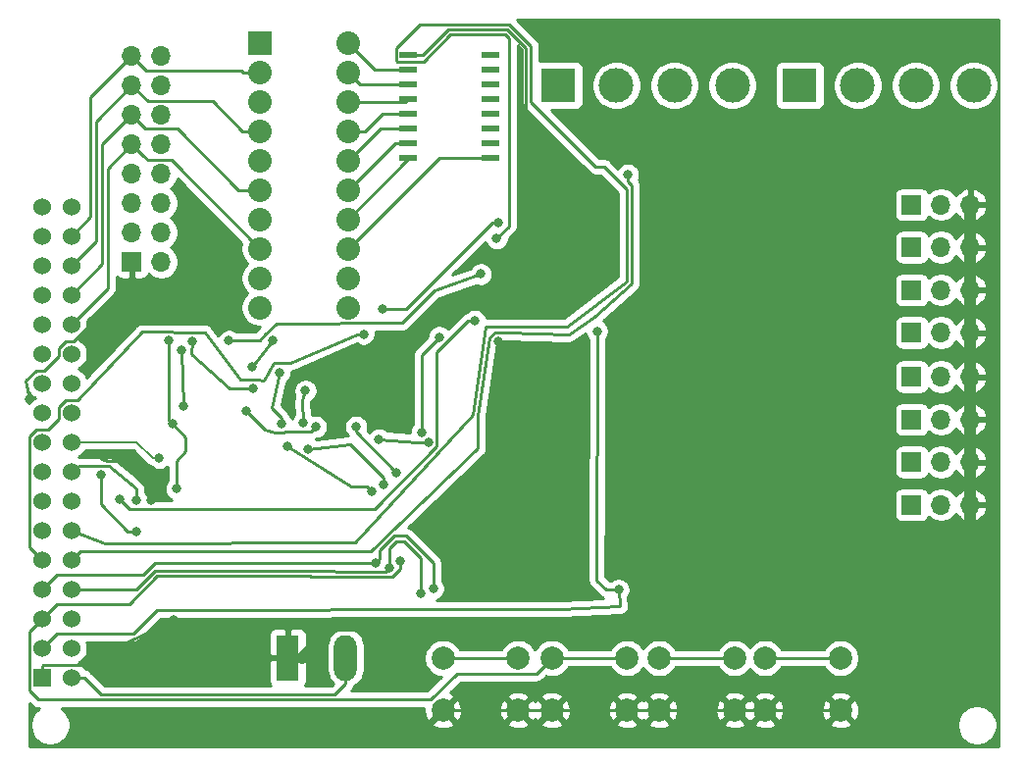
<source format=gbr>
%TF.GenerationSoftware,KiCad,Pcbnew,5.1.5+dfsg1-2build2*%
%TF.CreationDate,2021-08-22T09:56:49+02:00*%
%TF.ProjectId,sboxnet-weichenservo,73626f78-6e65-4742-9d77-65696368656e,rev?*%
%TF.SameCoordinates,Original*%
%TF.FileFunction,Copper,L2,Bot*%
%TF.FilePolarity,Positive*%
%FSLAX46Y46*%
G04 Gerber Fmt 4.6, Leading zero omitted, Abs format (unit mm)*
G04 Created by KiCad (PCBNEW 5.1.5+dfsg1-2build2) date 2021-08-22 09:56:49*
%MOMM*%
%LPD*%
G04 APERTURE LIST*
%ADD10C,2.000000*%
%ADD11C,2.032000*%
%ADD12R,2.032000X2.032000*%
%ADD13O,1.700000X1.700000*%
%ADD14R,1.700000X1.700000*%
%ADD15R,1.500000X0.600000*%
%ADD16C,3.000000*%
%ADD17R,3.000000X3.000000*%
%ADD18C,1.524000*%
%ADD19R,1.524000X1.524000*%
%ADD20O,1.980000X3.960000*%
%ADD21R,1.980000X3.960000*%
%ADD22C,0.800000*%
%ADD23C,0.250000*%
%ADD24C,1.000000*%
%ADD25C,0.200000*%
%ADD26C,0.254000*%
G04 APERTURE END LIST*
D10*
X59384000Y-165699000D03*
X52884000Y-165699000D03*
X59384000Y-161199000D03*
X52884000Y-161199000D03*
X87197000Y-165699000D03*
X80697000Y-165699000D03*
X87197000Y-161199000D03*
X80697000Y-161199000D03*
D11*
X44704000Y-108077000D03*
X44704000Y-110617000D03*
X44704000Y-113157000D03*
X44704000Y-115697000D03*
X37084000Y-128397000D03*
X37084000Y-130937000D03*
X44704000Y-130937000D03*
X44704000Y-128397000D03*
X37084000Y-125857000D03*
X37084000Y-123317000D03*
X37084000Y-120777000D03*
X37084000Y-118237000D03*
X44704000Y-118237000D03*
X44704000Y-120777000D03*
X44704000Y-123317000D03*
X44704000Y-125857000D03*
X37084000Y-115697000D03*
X37084000Y-113157000D03*
X37084000Y-110617000D03*
D12*
X37084000Y-108077000D03*
D13*
X28575000Y-109220000D03*
X26035000Y-109220000D03*
X28575000Y-111760000D03*
X26035000Y-111760000D03*
X28575000Y-114300000D03*
X26035000Y-114300000D03*
X28575000Y-116840000D03*
X26035000Y-116840000D03*
X28575000Y-119380000D03*
X26035000Y-119380000D03*
X28575000Y-121920000D03*
X26035000Y-121920000D03*
X28575000Y-124460000D03*
X26035000Y-124460000D03*
X28575000Y-127000000D03*
D14*
X26035000Y-127000000D03*
D15*
X49917000Y-109093000D03*
X49917000Y-110363000D03*
X49917000Y-111633000D03*
X49917000Y-112903000D03*
X49917000Y-114173000D03*
X49917000Y-115443000D03*
X49917000Y-116713000D03*
X49917000Y-117983000D03*
X57017000Y-117983000D03*
X57017000Y-116713000D03*
X57017000Y-115443000D03*
X57017000Y-114173000D03*
X57017000Y-112903000D03*
X57017000Y-111633000D03*
X57017000Y-110363000D03*
X57017000Y-109093000D03*
D10*
X68782000Y-165699000D03*
X62282000Y-165699000D03*
X68782000Y-161199000D03*
X62282000Y-161199000D03*
X78053000Y-165699000D03*
X71553000Y-165699000D03*
X78053000Y-161199000D03*
X71553000Y-161199000D03*
D14*
X93345000Y-122047000D03*
D13*
X95885000Y-122047000D03*
X98425000Y-122047000D03*
D14*
X93345000Y-125730000D03*
D13*
X95885000Y-125730000D03*
X98425000Y-125730000D03*
X98425000Y-129413000D03*
X95885000Y-129413000D03*
D14*
X93345000Y-129413000D03*
D13*
X98425000Y-133096000D03*
X95885000Y-133096000D03*
D14*
X93345000Y-133096000D03*
D13*
X98425000Y-136906000D03*
X95885000Y-136906000D03*
D14*
X93345000Y-136906000D03*
D13*
X98425000Y-140589000D03*
X95885000Y-140589000D03*
D14*
X93345000Y-140589000D03*
D13*
X98425000Y-144272000D03*
X95885000Y-144272000D03*
D14*
X93345000Y-144272000D03*
D13*
X98425000Y-147955000D03*
X95885000Y-147955000D03*
D14*
X93345000Y-147955000D03*
D16*
X98693000Y-111760000D03*
X93693000Y-111760000D03*
X88693000Y-111760000D03*
D17*
X83693000Y-111760000D03*
D18*
X18288000Y-122237500D03*
X18288000Y-124777500D03*
X18288000Y-127317500D03*
X18288000Y-129857500D03*
X18288000Y-132397500D03*
X18288000Y-134937500D03*
X18288000Y-137477500D03*
X20828000Y-122237500D03*
X20828000Y-124777500D03*
X20828000Y-127317500D03*
X20828000Y-129857500D03*
X20828000Y-132397500D03*
X20828000Y-134937500D03*
X20828000Y-137477500D03*
X18288000Y-140017500D03*
X20828000Y-140017500D03*
X18288000Y-142557500D03*
X20828000Y-142557500D03*
X18288000Y-145097500D03*
X20828000Y-145097500D03*
X18288000Y-147637500D03*
X20828000Y-147637500D03*
X18288000Y-150177500D03*
X20828000Y-150177500D03*
X18288000Y-152717500D03*
X20828000Y-152717500D03*
X18288000Y-155257500D03*
X20828000Y-155257500D03*
X18288000Y-157797500D03*
X20828000Y-157797500D03*
X18288000Y-160337500D03*
X20828000Y-160337500D03*
D19*
X18288000Y-162877500D03*
D18*
X20828000Y-162877500D03*
D16*
X77865000Y-111760000D03*
X72865000Y-111760000D03*
X67865000Y-111760000D03*
D17*
X62865000Y-111760000D03*
D20*
X44497000Y-161163000D03*
D21*
X39497000Y-161163000D03*
D22*
X68040800Y-155298700D03*
X34417000Y-133809000D03*
X56162223Y-128044223D03*
X66192400Y-132969000D03*
X63119000Y-155575000D03*
X74168000Y-152908000D03*
X81026000Y-156083000D03*
X63116000Y-149225000D03*
X57535000Y-139704000D03*
X57658000Y-133858000D03*
X67564000Y-128143000D03*
X66294000Y-158369000D03*
X29654500Y-157924500D03*
X23660100Y-143878300D03*
X27716000Y-147574000D03*
X17221200Y-138836400D03*
X51625500Y-142557500D03*
X47371000Y-142303500D03*
X28397200Y-143929100D03*
X26416000Y-147574000D03*
X26416000Y-150241000D03*
X23368000Y-145351500D03*
X52578000Y-133477000D03*
X51054000Y-141732000D03*
X57531000Y-124968000D03*
X57703029Y-123616029D03*
X47688500Y-131064000D03*
X46037500Y-133223000D03*
X68862196Y-119484396D03*
X38163500Y-133794500D03*
X47051239Y-153032739D03*
X46736000Y-146812000D03*
X39497000Y-142875000D03*
X36385500Y-136017000D03*
X38798500Y-136525000D03*
X38925500Y-140970000D03*
X52044600Y-155194000D03*
X36512500Y-137922000D03*
X48260000Y-153416000D03*
X47752000Y-146177000D03*
X41021000Y-138112500D03*
X40830500Y-140906500D03*
X41275000Y-143129000D03*
X51003200Y-155600400D03*
X31250000Y-133830000D03*
X30480000Y-139446000D03*
X48895000Y-145161000D03*
X45402500Y-141224000D03*
X41910000Y-141224000D03*
X35928300Y-139877800D03*
X49225200Y-152781000D03*
X30330000Y-134640000D03*
X29870400Y-146583400D03*
X29230000Y-133800000D03*
X29540000Y-140930000D03*
X55626000Y-132080000D03*
X24987250Y-147478750D03*
D23*
X20828000Y-132397500D02*
X23945010Y-129280490D01*
X23945010Y-118929990D02*
X26035000Y-116840000D01*
X23945010Y-129280490D02*
X23945010Y-118929990D01*
X29400500Y-118160800D02*
X29431999Y-118204999D01*
X27444700Y-118160800D02*
X29400500Y-118160800D01*
X27038300Y-117817900D02*
X27444700Y-118160800D01*
X29431999Y-118204999D02*
X37084000Y-125857000D01*
X26884999Y-117689999D02*
X27038300Y-117817900D01*
X26035000Y-116840000D02*
X26884999Y-117689999D01*
X35241998Y-120777000D02*
X37084000Y-120777000D01*
X29939999Y-115475001D02*
X35241998Y-120777000D01*
X27210001Y-115475001D02*
X29939999Y-115475001D01*
X26035000Y-114300000D02*
X27210001Y-115475001D01*
X20828000Y-129857500D02*
X23495000Y-127190500D01*
X23495000Y-116840000D02*
X26035000Y-114300000D01*
X23495000Y-127190500D02*
X23495000Y-116840000D01*
X27399999Y-113124999D02*
X32987999Y-113124999D01*
X26035000Y-111760000D02*
X27399999Y-113124999D01*
X35560000Y-115697000D02*
X37084000Y-115697000D01*
X32987999Y-113124999D02*
X35560000Y-115697000D01*
X22929010Y-114865990D02*
X26035000Y-111760000D01*
X22929010Y-125216490D02*
X22929010Y-114865990D01*
X20828000Y-127317500D02*
X22929010Y-125216490D01*
X20828000Y-124777500D02*
X22479000Y-123126500D01*
X22479000Y-112776000D02*
X26035000Y-109220000D01*
X22479000Y-123126500D02*
X22479000Y-112776000D01*
X35520160Y-110490000D02*
X35647160Y-110617000D01*
X28105998Y-110490000D02*
X35520160Y-110490000D01*
X27305000Y-110477300D02*
X28105998Y-110490000D01*
X35647160Y-110617000D02*
X37084000Y-110617000D01*
X26884999Y-110069999D02*
X27305000Y-110477300D01*
X26035000Y-109220000D02*
X26884999Y-110069999D01*
X34417000Y-133809000D02*
X37075998Y-133809000D01*
X56162223Y-128044223D02*
X56162223Y-128044223D01*
X52156967Y-129476500D02*
X56162223Y-128044223D01*
X49355466Y-132278001D02*
X52156967Y-129476500D01*
X38544500Y-132334000D02*
X49355466Y-132278001D01*
X37528500Y-133223000D02*
X38544500Y-132334000D01*
X37084000Y-133800998D02*
X37528500Y-133223000D01*
X37075998Y-133809000D02*
X37084000Y-133800998D01*
X66167000Y-154474900D02*
X66990800Y-155298700D01*
X66990800Y-155298700D02*
X68040800Y-155298700D01*
X66192400Y-132969000D02*
X66167000Y-154474900D01*
X68170065Y-156718995D02*
X68040800Y-155298700D01*
X41981120Y-157022800D02*
X42219880Y-157032960D01*
X38223751Y-157035500D02*
X41981120Y-157022800D01*
X28236413Y-157035500D02*
X38223751Y-157035500D01*
X26204413Y-159067500D02*
X28236413Y-157035500D01*
X63017400Y-156946600D02*
X68170065Y-156718995D01*
X44069000Y-156946600D02*
X63017400Y-156946600D01*
X42219880Y-157032960D02*
X44069000Y-156946600D01*
X19558000Y-159067500D02*
X26204413Y-159067500D01*
X18288000Y-160337500D02*
X19558000Y-159067500D01*
X21905630Y-162877500D02*
X23366130Y-164338000D01*
X20828000Y-162877500D02*
X21905630Y-162877500D01*
X44497000Y-163393000D02*
X44497000Y-161163000D01*
X43552000Y-164338000D02*
X44497000Y-163393000D01*
X23366130Y-164338000D02*
X43552000Y-164338000D01*
D24*
X74168000Y-152908000D02*
X74168000Y-153473685D01*
X76777315Y-156083000D02*
X81026000Y-156083000D01*
D23*
X81026000Y-156083000D02*
X81153000Y-156083000D01*
D24*
X98425000Y-147955000D02*
X98425000Y-144272000D01*
X98425000Y-156083000D02*
X98425000Y-147955000D01*
X81026000Y-156083000D02*
X98425000Y-156083000D01*
X98425000Y-144272000D02*
X98425000Y-140589000D01*
X98425000Y-140589000D02*
X98425000Y-136906000D01*
X98425000Y-136906000D02*
X98425000Y-133096000D01*
X98425000Y-133096000D02*
X98425000Y-129413000D01*
X98425000Y-129413000D02*
X98425000Y-125730000D01*
X98425000Y-125730000D02*
X98425000Y-122047000D01*
D23*
X63116000Y-155572000D02*
X63119000Y-155575000D01*
X63116000Y-149225000D02*
X63116000Y-155572000D01*
D24*
X40737000Y-161163000D02*
X43531000Y-158369000D01*
D23*
X39497000Y-161163000D02*
X40737000Y-161163000D01*
D24*
X70739000Y-158369000D02*
X74676000Y-154432000D01*
X43531000Y-158369000D02*
X66294000Y-158369000D01*
X74676000Y-154432000D02*
X76777315Y-156083000D01*
X74168000Y-153473685D02*
X74676000Y-154432000D01*
D23*
X57658000Y-139581000D02*
X57535000Y-139704000D01*
X57658000Y-133858000D02*
X57658000Y-139581000D01*
X62491000Y-149225000D02*
X63116000Y-149225000D01*
X57535000Y-144269000D02*
X62491000Y-149225000D01*
X57535000Y-139704000D02*
X57535000Y-144269000D01*
X49917000Y-109093000D02*
X51181000Y-109093000D01*
X51181000Y-109093000D02*
X53340000Y-106934000D01*
X53340000Y-106934000D02*
X56493002Y-106934000D01*
X56493002Y-106934000D02*
X58420000Y-106934000D01*
X60034001Y-108548001D02*
X60034001Y-120613001D01*
X58420000Y-106934000D02*
X60034001Y-108548001D01*
X60034001Y-120613001D02*
X67564000Y-128143000D01*
X67564000Y-128143000D02*
X67564000Y-128143000D01*
X60798213Y-165699000D02*
X62282000Y-165699000D01*
X59384000Y-165699000D02*
X60798213Y-165699000D01*
X62282000Y-165699000D02*
X68782000Y-165699000D01*
X70196213Y-165699000D02*
X71553000Y-165699000D01*
X68782000Y-165699000D02*
X70196213Y-165699000D01*
X71553000Y-165699000D02*
X78053000Y-165699000D01*
X79467213Y-165699000D02*
X80697000Y-165699000D01*
X78053000Y-165699000D02*
X79467213Y-165699000D01*
X80697000Y-165699000D02*
X87197000Y-165699000D01*
X52884000Y-165699000D02*
X59384000Y-165699000D01*
D24*
X66294000Y-158369000D02*
X70739000Y-158369000D01*
D23*
X18288000Y-161865500D02*
X18288000Y-162877500D01*
X18363001Y-161790499D02*
X18288000Y-161865500D01*
X21528186Y-161790499D02*
X18363001Y-161790499D01*
X29654500Y-157924500D02*
X21528186Y-161790499D01*
X27716000Y-146826408D02*
X27716000Y-147574000D01*
X23868659Y-144163059D02*
X25052651Y-144163059D01*
X23660100Y-143954500D02*
X23868659Y-144163059D01*
X25052651Y-144163059D02*
X27716000Y-146826408D01*
X23660100Y-143878300D02*
X23660100Y-143954500D01*
X20306239Y-133850499D02*
X20983763Y-133850499D01*
X19740999Y-135093263D02*
X19740999Y-134415739D01*
X18443763Y-136390499D02*
X19740999Y-135093263D01*
X26035000Y-128799262D02*
X26035000Y-127000000D01*
X20983763Y-133850499D02*
X26035000Y-128799262D01*
X16885010Y-137271728D02*
X17766239Y-136390499D01*
X17766239Y-136390499D02*
X18443763Y-136390499D01*
X17221200Y-138836400D02*
X16885010Y-137271728D01*
X19740999Y-134415739D02*
X20306239Y-133850499D01*
X50609500Y-142557500D02*
X51625500Y-142557500D01*
X47371000Y-142303500D02*
X50609500Y-142557500D01*
D25*
X21905630Y-142557500D02*
X20828000Y-142557500D01*
X26459915Y-142557500D02*
X21905630Y-142557500D01*
X27831515Y-143929100D02*
X26459915Y-142557500D01*
X28397200Y-143929100D02*
X27831515Y-143929100D01*
D23*
X21526500Y-144640300D02*
X20828000Y-145097500D01*
X24079200Y-144614900D02*
X21526500Y-144640300D01*
X26416000Y-146574000D02*
X24079200Y-144614900D01*
X26416000Y-147574000D02*
X26416000Y-146574000D01*
X25666000Y-150241000D02*
X23368000Y-147943000D01*
X26416000Y-150241000D02*
X25666000Y-150241000D01*
X23368000Y-147943000D02*
X23368000Y-145351500D01*
X23368000Y-145351500D02*
X23368000Y-145351500D01*
X52578000Y-133477000D02*
X51054000Y-135001000D01*
X51054000Y-135001000D02*
X51054000Y-141732000D01*
X51054000Y-141732000D02*
X51054000Y-141732000D01*
X23698200Y-151282400D02*
X20828000Y-150177500D01*
X45339000Y-151206200D02*
X23698200Y-151282400D01*
X55462001Y-140246409D02*
X45339000Y-151206200D01*
X63550800Y-132562600D02*
X56591200Y-132562600D01*
X68739010Y-128677402D02*
X63550800Y-132562600D01*
X68739010Y-120752008D02*
X68739010Y-128677402D01*
X66769001Y-118781999D02*
X68739010Y-120752008D01*
X66072999Y-118781999D02*
X66769001Y-118781999D01*
X57531000Y-124968000D02*
X58583999Y-123915001D01*
X53526400Y-107384010D02*
X51192409Y-109718001D01*
X58583999Y-123915001D02*
X58583999Y-107734409D01*
X58233600Y-107384010D02*
X53526400Y-107384010D01*
X56591200Y-132562600D02*
X55462001Y-140246409D01*
X51192409Y-109718001D02*
X48906999Y-109718001D01*
X58583999Y-107734409D02*
X58233600Y-107384010D01*
X48841999Y-109653001D02*
X48841999Y-108532999D01*
X48906999Y-109718001D02*
X48841999Y-109653001D01*
X60484011Y-113193011D02*
X66072999Y-118781999D01*
X48841999Y-108532999D02*
X50891008Y-106483990D01*
X50891008Y-106483990D02*
X58606400Y-106483990D01*
X58606400Y-106483990D02*
X60484011Y-108361601D01*
X60484011Y-108361601D02*
X60484011Y-113193011D01*
X57137344Y-123616029D02*
X49689373Y-131064000D01*
X57703029Y-123616029D02*
X57137344Y-123616029D01*
X49689373Y-131064000D02*
X47688500Y-131064000D01*
X47688500Y-131064000D02*
X47688500Y-131064000D01*
X17526001Y-151955501D02*
X18288000Y-152717500D01*
X17200999Y-142035739D02*
X17200999Y-151630499D01*
X46037500Y-133223000D02*
X45471815Y-133223000D01*
X17200999Y-151630499D02*
X17526001Y-151955501D01*
X17766239Y-141470499D02*
X17200999Y-142035739D01*
X35400001Y-137196999D02*
X32320000Y-133060000D01*
X39751000Y-135699500D02*
X38290500Y-135699500D01*
X45471815Y-133223000D02*
X39751000Y-135699500D01*
X38290500Y-135699500D02*
X37401500Y-137223500D01*
X18809761Y-141470499D02*
X17766239Y-141470499D01*
X37401500Y-137223500D02*
X36860501Y-137196999D01*
X19740999Y-140539261D02*
X18809761Y-141470499D01*
X19740999Y-139495739D02*
X19740999Y-140539261D01*
X36860501Y-137196999D02*
X35400001Y-137196999D01*
X32320000Y-133060000D02*
X26910000Y-133050000D01*
X26910000Y-133050000D02*
X21349761Y-138930499D01*
X21349761Y-138930499D02*
X20306239Y-138930499D01*
X20306239Y-138930499D02*
X19740999Y-139495739D01*
X37368480Y-151942800D02*
X35935025Y-151955501D01*
X68862196Y-119484396D02*
X68862196Y-120050081D01*
X69189020Y-120376905D02*
X69189020Y-128881005D01*
X46680120Y-151942800D02*
X37368480Y-151942800D01*
X68862196Y-120050081D02*
X69189020Y-120376905D01*
X55915064Y-143095912D02*
X46680120Y-151942800D01*
X35935025Y-151955501D02*
X21589999Y-151955501D01*
X69174555Y-128895470D02*
X65937591Y-131699809D01*
X21589999Y-151955501D02*
X20828000Y-152717500D01*
X55915064Y-140258521D02*
X55915064Y-143095912D01*
X65937591Y-131699809D02*
X63754000Y-133248400D01*
X58216800Y-133070600D02*
X57372398Y-133070600D01*
X63754000Y-133248400D02*
X58216800Y-133070600D01*
X69189020Y-128881005D02*
X69174555Y-128895470D01*
X57372398Y-133070600D02*
X56902303Y-133540695D01*
X56902303Y-133540695D02*
X55915064Y-140258521D01*
X36385500Y-136017000D02*
X36385500Y-136017000D01*
X82111213Y-161199000D02*
X87197000Y-161199000D01*
X80697000Y-161199000D02*
X82111213Y-161199000D01*
X18288000Y-155257500D02*
X19558000Y-153987500D01*
X28010849Y-153032739D02*
X47051239Y-153032739D01*
X27056088Y-153987500D02*
X28010849Y-153032739D01*
X19558000Y-153987500D02*
X27056088Y-153987500D01*
X47051239Y-153032739D02*
X47051239Y-153032739D01*
X45002501Y-146412001D02*
X39497000Y-142875000D01*
X46336001Y-146412001D02*
X45002501Y-146412001D01*
X46736000Y-146812000D02*
X46336001Y-146412001D01*
X39497000Y-142875000D02*
X39497000Y-142875000D01*
X38163500Y-133794500D02*
X36385500Y-136017000D01*
X38100000Y-139642315D02*
X38798500Y-136525000D01*
X38925500Y-140467815D02*
X38100000Y-139642315D01*
X38925500Y-140970000D02*
X38925500Y-140467815D01*
X48678099Y-150653489D02*
X49746902Y-150653490D01*
X49746902Y-150653490D02*
X52044600Y-152951188D01*
X47451238Y-151880350D02*
X48678099Y-150653489D01*
X47451238Y-152632740D02*
X47451238Y-151880350D01*
X47051239Y-153032739D02*
X47451238Y-152632740D01*
X52044600Y-152951188D02*
X52044600Y-155194000D01*
X52044600Y-155194000D02*
X52044600Y-155194000D01*
X72967213Y-161199000D02*
X78053000Y-161199000D01*
X71553000Y-161199000D02*
X72967213Y-161199000D01*
X48260000Y-153416000D02*
X48260000Y-153416000D01*
X40767000Y-138938000D02*
X41021000Y-138112500D01*
X40830500Y-140906500D02*
X40767000Y-138938000D01*
X47752000Y-145611315D02*
X47752000Y-146177000D01*
X44888685Y-142748000D02*
X47752000Y-145611315D01*
X41275000Y-143129000D02*
X44888685Y-142748000D01*
X48260000Y-151707998D02*
X48260000Y-153416000D01*
X48864499Y-151103499D02*
X48260000Y-151707998D01*
X49560501Y-151103499D02*
X48864499Y-151103499D01*
X51003200Y-155600400D02*
X51003200Y-152546198D01*
X51003200Y-152546198D02*
X49560501Y-151103499D01*
X45653960Y-153757740D02*
X47918260Y-153757740D01*
X41584118Y-153661618D02*
X45653960Y-153757740D01*
X28018380Y-153661618D02*
X41584118Y-153661618D01*
X26422498Y-155257500D02*
X28018380Y-153661618D01*
X47918260Y-153757740D02*
X48260000Y-153416000D01*
X20828000Y-155257500D02*
X26422498Y-155257500D01*
X34486315Y-137922000D02*
X35946815Y-137922000D01*
X31150000Y-134980000D02*
X34486315Y-137922000D01*
X35946815Y-137922000D02*
X36512500Y-137922000D01*
X31250000Y-133830000D02*
X31150000Y-134980000D01*
X62282000Y-161199000D02*
X68782000Y-161199000D01*
X48895000Y-145161000D02*
X45402500Y-141668500D01*
X45402500Y-141668500D02*
X45402500Y-141224000D01*
X45402500Y-141224000D02*
X45402500Y-141224000D01*
X39047034Y-141726490D02*
X38356546Y-141726490D01*
X39335898Y-141626802D02*
X39047034Y-141726490D01*
X38356546Y-141726490D02*
X37528609Y-141478109D01*
X39345549Y-141631501D02*
X39335898Y-141626802D01*
X41502499Y-141631501D02*
X39345549Y-141631501D01*
X41910000Y-141224000D02*
X41502499Y-141631501D01*
X37528609Y-141478109D02*
X35928300Y-139877800D01*
X35928300Y-139877800D02*
X35928300Y-139877800D01*
X61282001Y-162198999D02*
X62282000Y-161199000D01*
X60956999Y-162524001D02*
X61282001Y-162198999D01*
X54097997Y-162524001D02*
X60956999Y-162524001D01*
X51833988Y-164788010D02*
X54097997Y-162524001D01*
X17950610Y-164788010D02*
X51833988Y-164788010D01*
X17200999Y-164038399D02*
X17950610Y-164788010D01*
X17200999Y-158884501D02*
X17200999Y-164038399D01*
X18288000Y-157797500D02*
X17200999Y-158884501D01*
X19558000Y-156527500D02*
X18288000Y-157797500D01*
X25788908Y-156527500D02*
X19558000Y-156527500D01*
X28204780Y-154111628D02*
X25788908Y-156527500D01*
X41397718Y-154111628D02*
X28204780Y-154111628D01*
X41493840Y-154207750D02*
X41397718Y-154111628D01*
X48541252Y-154207750D02*
X41493840Y-154207750D01*
X49212500Y-153536502D02*
X48541252Y-154207750D01*
X49225200Y-152781000D02*
X49212500Y-153536502D01*
X30480000Y-139446000D02*
X30330000Y-134640000D01*
X54298213Y-161199000D02*
X59384000Y-161199000D01*
X52884000Y-161199000D02*
X54298213Y-161199000D01*
X29210000Y-140716000D02*
X29230000Y-133800000D01*
X29540000Y-140930000D02*
X29210000Y-140716000D01*
X29870400Y-146017715D02*
X29870400Y-146583400D01*
X30685001Y-143381199D02*
X29870400Y-144195800D01*
X30685001Y-142191001D02*
X30685001Y-143381199D01*
X29540000Y-140930000D02*
X30685001Y-142191001D01*
X29870400Y-144195800D02*
X29870400Y-146017715D01*
X52350501Y-142905501D02*
X46957001Y-148299001D01*
X46957001Y-148299001D02*
X25807501Y-148299001D01*
X52350501Y-134789814D02*
X52350501Y-142905501D01*
X55060315Y-132080000D02*
X52350501Y-134789814D01*
X55626000Y-132080000D02*
X55060315Y-132080000D01*
X25807501Y-148299001D02*
X24987250Y-147478750D01*
X24987250Y-147478750D02*
X24955500Y-147447000D01*
X52578000Y-117983000D02*
X57017000Y-117983000D01*
X44704000Y-125857000D02*
X52578000Y-117983000D01*
X49917000Y-118104000D02*
X49917000Y-117983000D01*
X44704000Y-123317000D02*
X49917000Y-118104000D01*
X46990000Y-110363000D02*
X49917000Y-110363000D01*
X44704000Y-108077000D02*
X46990000Y-110363000D01*
X48917000Y-111633000D02*
X49917000Y-111633000D01*
X45719999Y-111632999D02*
X48917000Y-111633000D01*
X44704000Y-110617000D02*
X45719999Y-111632999D01*
X48768000Y-116713000D02*
X49917000Y-116713000D01*
X44704000Y-120777000D02*
X48768000Y-116713000D01*
X47498000Y-115443000D02*
X49917000Y-115443000D01*
X44704000Y-118237000D02*
X47498000Y-115443000D01*
X48917000Y-114173000D02*
X49917000Y-114173000D01*
X47664840Y-114173000D02*
X48917000Y-114173000D01*
X46140840Y-115697000D02*
X47664840Y-114173000D01*
X44704000Y-115697000D02*
X46140840Y-115697000D01*
X49663000Y-113157000D02*
X49917000Y-112903000D01*
X44704000Y-113157000D02*
X49663000Y-113157000D01*
D26*
G36*
X100864466Y-106109798D02*
G01*
X100815534Y-168815000D01*
X17184198Y-168815000D01*
X17179842Y-165092044D01*
X17386811Y-165299012D01*
X17410609Y-165328011D01*
X17439607Y-165351809D01*
X17526333Y-165422984D01*
X17658363Y-165493556D01*
X17801624Y-165537013D01*
X17913277Y-165548010D01*
X17913286Y-165548010D01*
X17950609Y-165551686D01*
X17987932Y-165548010D01*
X18050139Y-165548010D01*
X17894002Y-165652337D01*
X17652337Y-165894002D01*
X17462463Y-166178169D01*
X17331675Y-166493919D01*
X17265000Y-166829117D01*
X17265000Y-167170883D01*
X17331675Y-167506081D01*
X17462463Y-167821831D01*
X17652337Y-168105998D01*
X17894002Y-168347663D01*
X18178169Y-168537537D01*
X18493919Y-168668325D01*
X18829117Y-168735000D01*
X19170883Y-168735000D01*
X19506081Y-168668325D01*
X19821831Y-168537537D01*
X20105998Y-168347663D01*
X20347663Y-168105998D01*
X20537537Y-167821831D01*
X20668325Y-167506081D01*
X20735000Y-167170883D01*
X20735000Y-166834413D01*
X51928192Y-166834413D01*
X52023956Y-167098814D01*
X52313571Y-167239704D01*
X52625108Y-167321384D01*
X52946595Y-167340718D01*
X53265675Y-167296961D01*
X53570088Y-167191795D01*
X53744044Y-167098814D01*
X53839808Y-166834413D01*
X58428192Y-166834413D01*
X58523956Y-167098814D01*
X58813571Y-167239704D01*
X59125108Y-167321384D01*
X59446595Y-167340718D01*
X59765675Y-167296961D01*
X60070088Y-167191795D01*
X60244044Y-167098814D01*
X60339808Y-166834413D01*
X61326192Y-166834413D01*
X61421956Y-167098814D01*
X61711571Y-167239704D01*
X62023108Y-167321384D01*
X62344595Y-167340718D01*
X62663675Y-167296961D01*
X62968088Y-167191795D01*
X63142044Y-167098814D01*
X63237808Y-166834413D01*
X67826192Y-166834413D01*
X67921956Y-167098814D01*
X68211571Y-167239704D01*
X68523108Y-167321384D01*
X68844595Y-167340718D01*
X69163675Y-167296961D01*
X69468088Y-167191795D01*
X69642044Y-167098814D01*
X69737808Y-166834413D01*
X70597192Y-166834413D01*
X70692956Y-167098814D01*
X70982571Y-167239704D01*
X71294108Y-167321384D01*
X71615595Y-167340718D01*
X71934675Y-167296961D01*
X72239088Y-167191795D01*
X72413044Y-167098814D01*
X72508808Y-166834413D01*
X77097192Y-166834413D01*
X77192956Y-167098814D01*
X77482571Y-167239704D01*
X77794108Y-167321384D01*
X78115595Y-167340718D01*
X78434675Y-167296961D01*
X78739088Y-167191795D01*
X78913044Y-167098814D01*
X79008808Y-166834413D01*
X79741192Y-166834413D01*
X79836956Y-167098814D01*
X80126571Y-167239704D01*
X80438108Y-167321384D01*
X80759595Y-167340718D01*
X81078675Y-167296961D01*
X81383088Y-167191795D01*
X81557044Y-167098814D01*
X81652808Y-166834413D01*
X86241192Y-166834413D01*
X86336956Y-167098814D01*
X86626571Y-167239704D01*
X86938108Y-167321384D01*
X87259595Y-167340718D01*
X87578675Y-167296961D01*
X87883088Y-167191795D01*
X88057044Y-167098814D01*
X88152808Y-166834413D01*
X88147512Y-166829117D01*
X97265000Y-166829117D01*
X97265000Y-167170883D01*
X97331675Y-167506081D01*
X97462463Y-167821831D01*
X97652337Y-168105998D01*
X97894002Y-168347663D01*
X98178169Y-168537537D01*
X98493919Y-168668325D01*
X98829117Y-168735000D01*
X99170883Y-168735000D01*
X99506081Y-168668325D01*
X99821831Y-168537537D01*
X100105998Y-168347663D01*
X100347663Y-168105998D01*
X100537537Y-167821831D01*
X100668325Y-167506081D01*
X100735000Y-167170883D01*
X100735000Y-166829117D01*
X100668325Y-166493919D01*
X100537537Y-166178169D01*
X100347663Y-165894002D01*
X100105998Y-165652337D01*
X99821831Y-165462463D01*
X99506081Y-165331675D01*
X99170883Y-165265000D01*
X98829117Y-165265000D01*
X98493919Y-165331675D01*
X98178169Y-165462463D01*
X97894002Y-165652337D01*
X97652337Y-165894002D01*
X97462463Y-166178169D01*
X97331675Y-166493919D01*
X97265000Y-166829117D01*
X88147512Y-166829117D01*
X87197000Y-165878605D01*
X86241192Y-166834413D01*
X81652808Y-166834413D01*
X80697000Y-165878605D01*
X79741192Y-166834413D01*
X79008808Y-166834413D01*
X78053000Y-165878605D01*
X77097192Y-166834413D01*
X72508808Y-166834413D01*
X71553000Y-165878605D01*
X70597192Y-166834413D01*
X69737808Y-166834413D01*
X68782000Y-165878605D01*
X67826192Y-166834413D01*
X63237808Y-166834413D01*
X62282000Y-165878605D01*
X61326192Y-166834413D01*
X60339808Y-166834413D01*
X59384000Y-165878605D01*
X58428192Y-166834413D01*
X53839808Y-166834413D01*
X52884000Y-165878605D01*
X51928192Y-166834413D01*
X20735000Y-166834413D01*
X20735000Y-166829117D01*
X20668325Y-166493919D01*
X20537537Y-166178169D01*
X20347663Y-165894002D01*
X20105998Y-165652337D01*
X19949861Y-165548010D01*
X51255127Y-165548010D01*
X51242282Y-165761595D01*
X51286039Y-166080675D01*
X51391205Y-166385088D01*
X51484186Y-166559044D01*
X51748587Y-166654808D01*
X52704395Y-165699000D01*
X53063605Y-165699000D01*
X54019413Y-166654808D01*
X54283814Y-166559044D01*
X54424704Y-166269429D01*
X54506384Y-165957892D01*
X54518189Y-165761595D01*
X57742282Y-165761595D01*
X57786039Y-166080675D01*
X57891205Y-166385088D01*
X57984186Y-166559044D01*
X58248587Y-166654808D01*
X59204395Y-165699000D01*
X59563605Y-165699000D01*
X60519413Y-166654808D01*
X60783814Y-166559044D01*
X60830686Y-166462694D01*
X60882186Y-166559044D01*
X61146587Y-166654808D01*
X62102395Y-165699000D01*
X62461605Y-165699000D01*
X63417413Y-166654808D01*
X63681814Y-166559044D01*
X63822704Y-166269429D01*
X63904384Y-165957892D01*
X63916189Y-165761595D01*
X67140282Y-165761595D01*
X67184039Y-166080675D01*
X67289205Y-166385088D01*
X67382186Y-166559044D01*
X67646587Y-166654808D01*
X68602395Y-165699000D01*
X68961605Y-165699000D01*
X69917413Y-166654808D01*
X70167500Y-166564228D01*
X70417587Y-166654808D01*
X71373395Y-165699000D01*
X71732605Y-165699000D01*
X72688413Y-166654808D01*
X72952814Y-166559044D01*
X73093704Y-166269429D01*
X73175384Y-165957892D01*
X73187189Y-165761595D01*
X76411282Y-165761595D01*
X76455039Y-166080675D01*
X76560205Y-166385088D01*
X76653186Y-166559044D01*
X76917587Y-166654808D01*
X77873395Y-165699000D01*
X78232605Y-165699000D01*
X79188413Y-166654808D01*
X79375000Y-166587228D01*
X79561587Y-166654808D01*
X80517395Y-165699000D01*
X80876605Y-165699000D01*
X81832413Y-166654808D01*
X82096814Y-166559044D01*
X82237704Y-166269429D01*
X82319384Y-165957892D01*
X82331189Y-165761595D01*
X85555282Y-165761595D01*
X85599039Y-166080675D01*
X85704205Y-166385088D01*
X85797186Y-166559044D01*
X86061587Y-166654808D01*
X87017395Y-165699000D01*
X87376605Y-165699000D01*
X88332413Y-166654808D01*
X88596814Y-166559044D01*
X88737704Y-166269429D01*
X88819384Y-165957892D01*
X88838718Y-165636405D01*
X88794961Y-165317325D01*
X88689795Y-165012912D01*
X88596814Y-164838956D01*
X88332413Y-164743192D01*
X87376605Y-165699000D01*
X87017395Y-165699000D01*
X86061587Y-164743192D01*
X85797186Y-164838956D01*
X85656296Y-165128571D01*
X85574616Y-165440108D01*
X85555282Y-165761595D01*
X82331189Y-165761595D01*
X82338718Y-165636405D01*
X82294961Y-165317325D01*
X82189795Y-165012912D01*
X82096814Y-164838956D01*
X81832413Y-164743192D01*
X80876605Y-165699000D01*
X80517395Y-165699000D01*
X79561587Y-164743192D01*
X79375000Y-164810772D01*
X79188413Y-164743192D01*
X78232605Y-165699000D01*
X77873395Y-165699000D01*
X76917587Y-164743192D01*
X76653186Y-164838956D01*
X76512296Y-165128571D01*
X76430616Y-165440108D01*
X76411282Y-165761595D01*
X73187189Y-165761595D01*
X73194718Y-165636405D01*
X73150961Y-165317325D01*
X73045795Y-165012912D01*
X72952814Y-164838956D01*
X72688413Y-164743192D01*
X71732605Y-165699000D01*
X71373395Y-165699000D01*
X70417587Y-164743192D01*
X70167500Y-164833772D01*
X69917413Y-164743192D01*
X68961605Y-165699000D01*
X68602395Y-165699000D01*
X67646587Y-164743192D01*
X67382186Y-164838956D01*
X67241296Y-165128571D01*
X67159616Y-165440108D01*
X67140282Y-165761595D01*
X63916189Y-165761595D01*
X63923718Y-165636405D01*
X63879961Y-165317325D01*
X63774795Y-165012912D01*
X63681814Y-164838956D01*
X63417413Y-164743192D01*
X62461605Y-165699000D01*
X62102395Y-165699000D01*
X61146587Y-164743192D01*
X60882186Y-164838956D01*
X60835314Y-164935306D01*
X60783814Y-164838956D01*
X60519413Y-164743192D01*
X59563605Y-165699000D01*
X59204395Y-165699000D01*
X58248587Y-164743192D01*
X57984186Y-164838956D01*
X57843296Y-165128571D01*
X57761616Y-165440108D01*
X57742282Y-165761595D01*
X54518189Y-165761595D01*
X54525718Y-165636405D01*
X54481961Y-165317325D01*
X54376795Y-165012912D01*
X54283814Y-164838956D01*
X54019413Y-164743192D01*
X53063605Y-165699000D01*
X52704395Y-165699000D01*
X52690253Y-165684858D01*
X52869858Y-165505253D01*
X52884000Y-165519395D01*
X53839808Y-164563587D01*
X58428192Y-164563587D01*
X59384000Y-165519395D01*
X60339808Y-164563587D01*
X61326192Y-164563587D01*
X62282000Y-165519395D01*
X63237808Y-164563587D01*
X67826192Y-164563587D01*
X68782000Y-165519395D01*
X69737808Y-164563587D01*
X70597192Y-164563587D01*
X71553000Y-165519395D01*
X72508808Y-164563587D01*
X77097192Y-164563587D01*
X78053000Y-165519395D01*
X79008808Y-164563587D01*
X79741192Y-164563587D01*
X80697000Y-165519395D01*
X81652808Y-164563587D01*
X86241192Y-164563587D01*
X87197000Y-165519395D01*
X88152808Y-164563587D01*
X88057044Y-164299186D01*
X87767429Y-164158296D01*
X87455892Y-164076616D01*
X87134405Y-164057282D01*
X86815325Y-164101039D01*
X86510912Y-164206205D01*
X86336956Y-164299186D01*
X86241192Y-164563587D01*
X81652808Y-164563587D01*
X81557044Y-164299186D01*
X81267429Y-164158296D01*
X80955892Y-164076616D01*
X80634405Y-164057282D01*
X80315325Y-164101039D01*
X80010912Y-164206205D01*
X79836956Y-164299186D01*
X79741192Y-164563587D01*
X79008808Y-164563587D01*
X78913044Y-164299186D01*
X78623429Y-164158296D01*
X78311892Y-164076616D01*
X77990405Y-164057282D01*
X77671325Y-164101039D01*
X77366912Y-164206205D01*
X77192956Y-164299186D01*
X77097192Y-164563587D01*
X72508808Y-164563587D01*
X72413044Y-164299186D01*
X72123429Y-164158296D01*
X71811892Y-164076616D01*
X71490405Y-164057282D01*
X71171325Y-164101039D01*
X70866912Y-164206205D01*
X70692956Y-164299186D01*
X70597192Y-164563587D01*
X69737808Y-164563587D01*
X69642044Y-164299186D01*
X69352429Y-164158296D01*
X69040892Y-164076616D01*
X68719405Y-164057282D01*
X68400325Y-164101039D01*
X68095912Y-164206205D01*
X67921956Y-164299186D01*
X67826192Y-164563587D01*
X63237808Y-164563587D01*
X63142044Y-164299186D01*
X62852429Y-164158296D01*
X62540892Y-164076616D01*
X62219405Y-164057282D01*
X61900325Y-164101039D01*
X61595912Y-164206205D01*
X61421956Y-164299186D01*
X61326192Y-164563587D01*
X60339808Y-164563587D01*
X60244044Y-164299186D01*
X59954429Y-164158296D01*
X59642892Y-164076616D01*
X59321405Y-164057282D01*
X59002325Y-164101039D01*
X58697912Y-164206205D01*
X58523956Y-164299186D01*
X58428192Y-164563587D01*
X53839808Y-164563587D01*
X53744044Y-164299186D01*
X53510989Y-164185811D01*
X54412799Y-163284001D01*
X60919677Y-163284001D01*
X60956999Y-163287677D01*
X60994321Y-163284001D01*
X60994332Y-163284001D01*
X61105985Y-163273004D01*
X61249246Y-163229547D01*
X61381275Y-163158975D01*
X61497000Y-163064002D01*
X61520803Y-163034998D01*
X61790624Y-162765177D01*
X61805088Y-162771168D01*
X62120967Y-162834000D01*
X62443033Y-162834000D01*
X62758912Y-162771168D01*
X63056463Y-162647918D01*
X63324252Y-162468987D01*
X63551987Y-162241252D01*
X63730918Y-161973463D01*
X63736909Y-161959000D01*
X67327091Y-161959000D01*
X67333082Y-161973463D01*
X67512013Y-162241252D01*
X67739748Y-162468987D01*
X68007537Y-162647918D01*
X68305088Y-162771168D01*
X68620967Y-162834000D01*
X68943033Y-162834000D01*
X69258912Y-162771168D01*
X69556463Y-162647918D01*
X69824252Y-162468987D01*
X70051987Y-162241252D01*
X70167500Y-162068375D01*
X70283013Y-162241252D01*
X70510748Y-162468987D01*
X70778537Y-162647918D01*
X71076088Y-162771168D01*
X71391967Y-162834000D01*
X71714033Y-162834000D01*
X72029912Y-162771168D01*
X72327463Y-162647918D01*
X72595252Y-162468987D01*
X72822987Y-162241252D01*
X73001918Y-161973463D01*
X73007909Y-161959000D01*
X76598091Y-161959000D01*
X76604082Y-161973463D01*
X76783013Y-162241252D01*
X77010748Y-162468987D01*
X77278537Y-162647918D01*
X77576088Y-162771168D01*
X77891967Y-162834000D01*
X78214033Y-162834000D01*
X78529912Y-162771168D01*
X78827463Y-162647918D01*
X79095252Y-162468987D01*
X79322987Y-162241252D01*
X79375000Y-162163409D01*
X79427013Y-162241252D01*
X79654748Y-162468987D01*
X79922537Y-162647918D01*
X80220088Y-162771168D01*
X80535967Y-162834000D01*
X80858033Y-162834000D01*
X81173912Y-162771168D01*
X81471463Y-162647918D01*
X81739252Y-162468987D01*
X81966987Y-162241252D01*
X82145918Y-161973463D01*
X82151909Y-161959000D01*
X85742091Y-161959000D01*
X85748082Y-161973463D01*
X85927013Y-162241252D01*
X86154748Y-162468987D01*
X86422537Y-162647918D01*
X86720088Y-162771168D01*
X87035967Y-162834000D01*
X87358033Y-162834000D01*
X87673912Y-162771168D01*
X87971463Y-162647918D01*
X88239252Y-162468987D01*
X88466987Y-162241252D01*
X88645918Y-161973463D01*
X88769168Y-161675912D01*
X88832000Y-161360033D01*
X88832000Y-161037967D01*
X88769168Y-160722088D01*
X88645918Y-160424537D01*
X88466987Y-160156748D01*
X88239252Y-159929013D01*
X87971463Y-159750082D01*
X87673912Y-159626832D01*
X87358033Y-159564000D01*
X87035967Y-159564000D01*
X86720088Y-159626832D01*
X86422537Y-159750082D01*
X86154748Y-159929013D01*
X85927013Y-160156748D01*
X85748082Y-160424537D01*
X85742091Y-160439000D01*
X82151909Y-160439000D01*
X82145918Y-160424537D01*
X81966987Y-160156748D01*
X81739252Y-159929013D01*
X81471463Y-159750082D01*
X81173912Y-159626832D01*
X80858033Y-159564000D01*
X80535967Y-159564000D01*
X80220088Y-159626832D01*
X79922537Y-159750082D01*
X79654748Y-159929013D01*
X79427013Y-160156748D01*
X79375000Y-160234591D01*
X79322987Y-160156748D01*
X79095252Y-159929013D01*
X78827463Y-159750082D01*
X78529912Y-159626832D01*
X78214033Y-159564000D01*
X77891967Y-159564000D01*
X77576088Y-159626832D01*
X77278537Y-159750082D01*
X77010748Y-159929013D01*
X76783013Y-160156748D01*
X76604082Y-160424537D01*
X76598091Y-160439000D01*
X73007909Y-160439000D01*
X73001918Y-160424537D01*
X72822987Y-160156748D01*
X72595252Y-159929013D01*
X72327463Y-159750082D01*
X72029912Y-159626832D01*
X71714033Y-159564000D01*
X71391967Y-159564000D01*
X71076088Y-159626832D01*
X70778537Y-159750082D01*
X70510748Y-159929013D01*
X70283013Y-160156748D01*
X70167500Y-160329625D01*
X70051987Y-160156748D01*
X69824252Y-159929013D01*
X69556463Y-159750082D01*
X69258912Y-159626832D01*
X68943033Y-159564000D01*
X68620967Y-159564000D01*
X68305088Y-159626832D01*
X68007537Y-159750082D01*
X67739748Y-159929013D01*
X67512013Y-160156748D01*
X67333082Y-160424537D01*
X67327091Y-160439000D01*
X63736909Y-160439000D01*
X63730918Y-160424537D01*
X63551987Y-160156748D01*
X63324252Y-159929013D01*
X63056463Y-159750082D01*
X62758912Y-159626832D01*
X62443033Y-159564000D01*
X62120967Y-159564000D01*
X61805088Y-159626832D01*
X61507537Y-159750082D01*
X61239748Y-159929013D01*
X61012013Y-160156748D01*
X60833082Y-160424537D01*
X60833000Y-160424735D01*
X60832918Y-160424537D01*
X60653987Y-160156748D01*
X60426252Y-159929013D01*
X60158463Y-159750082D01*
X59860912Y-159626832D01*
X59545033Y-159564000D01*
X59222967Y-159564000D01*
X58907088Y-159626832D01*
X58609537Y-159750082D01*
X58341748Y-159929013D01*
X58114013Y-160156748D01*
X57935082Y-160424537D01*
X57929091Y-160439000D01*
X54338909Y-160439000D01*
X54332918Y-160424537D01*
X54153987Y-160156748D01*
X53926252Y-159929013D01*
X53658463Y-159750082D01*
X53360912Y-159626832D01*
X53045033Y-159564000D01*
X52722967Y-159564000D01*
X52407088Y-159626832D01*
X52109537Y-159750082D01*
X51841748Y-159929013D01*
X51614013Y-160156748D01*
X51435082Y-160424537D01*
X51311832Y-160722088D01*
X51249000Y-161037967D01*
X51249000Y-161360033D01*
X51311832Y-161675912D01*
X51435082Y-161973463D01*
X51614013Y-162241252D01*
X51841748Y-162468987D01*
X52109537Y-162647918D01*
X52407088Y-162771168D01*
X52714817Y-162832379D01*
X51519187Y-164028010D01*
X44936792Y-164028010D01*
X45008004Y-163956798D01*
X45037001Y-163933001D01*
X45131974Y-163817276D01*
X45202546Y-163685247D01*
X45226731Y-163605518D01*
X45404170Y-163510675D01*
X45651608Y-163307608D01*
X45854675Y-163060170D01*
X46005568Y-162777869D01*
X46098487Y-162471556D01*
X46122000Y-162232824D01*
X46122000Y-160093176D01*
X46098487Y-159854444D01*
X46005568Y-159548131D01*
X45854675Y-159265830D01*
X45651608Y-159018392D01*
X45404169Y-158815325D01*
X45121868Y-158664432D01*
X44815555Y-158571513D01*
X44497000Y-158540138D01*
X44178444Y-158571513D01*
X43872131Y-158664432D01*
X43589830Y-158815325D01*
X43342392Y-159018392D01*
X43139325Y-159265831D01*
X42988432Y-159548132D01*
X42895513Y-159854445D01*
X42872000Y-160093177D01*
X42872001Y-162232824D01*
X42895514Y-162471556D01*
X42988433Y-162777869D01*
X43139326Y-163060170D01*
X43342393Y-163307608D01*
X43433127Y-163382071D01*
X43237199Y-163578000D01*
X40951468Y-163578000D01*
X41017537Y-163497494D01*
X41076502Y-163387180D01*
X41112812Y-163267482D01*
X41125072Y-163143000D01*
X41122000Y-161448750D01*
X40963250Y-161290000D01*
X39624000Y-161290000D01*
X39624000Y-161310000D01*
X39370000Y-161310000D01*
X39370000Y-161290000D01*
X38030750Y-161290000D01*
X37872000Y-161448750D01*
X37868928Y-163143000D01*
X37881188Y-163267482D01*
X37917498Y-163387180D01*
X37976463Y-163497494D01*
X38042532Y-163578000D01*
X23680932Y-163578000D01*
X22469434Y-162366503D01*
X22445631Y-162337499D01*
X22329906Y-162242526D01*
X22197877Y-162171954D01*
X22054616Y-162128497D01*
X22004383Y-162123549D01*
X21913120Y-161986965D01*
X21718535Y-161792380D01*
X21489727Y-161639495D01*
X21412485Y-161607500D01*
X21489727Y-161575505D01*
X21718535Y-161422620D01*
X21913120Y-161228035D01*
X22066005Y-160999227D01*
X22171314Y-160744990D01*
X22225000Y-160475092D01*
X22225000Y-160199908D01*
X22171314Y-159930010D01*
X22128853Y-159827500D01*
X26167091Y-159827500D01*
X26204413Y-159831176D01*
X26241735Y-159827500D01*
X26241746Y-159827500D01*
X26353399Y-159816503D01*
X26496660Y-159773046D01*
X26628689Y-159702474D01*
X26744414Y-159607501D01*
X26768217Y-159578497D01*
X27163714Y-159183000D01*
X37868928Y-159183000D01*
X37872000Y-160877250D01*
X38030750Y-161036000D01*
X39370000Y-161036000D01*
X39370000Y-158706750D01*
X39624000Y-158706750D01*
X39624000Y-161036000D01*
X40963250Y-161036000D01*
X41122000Y-160877250D01*
X41125072Y-159183000D01*
X41112812Y-159058518D01*
X41076502Y-158938820D01*
X41017537Y-158828506D01*
X40938185Y-158731815D01*
X40841494Y-158652463D01*
X40731180Y-158593498D01*
X40611482Y-158557188D01*
X40487000Y-158544928D01*
X39782750Y-158548000D01*
X39624000Y-158706750D01*
X39370000Y-158706750D01*
X39211250Y-158548000D01*
X38507000Y-158544928D01*
X38382518Y-158557188D01*
X38262820Y-158593498D01*
X38152506Y-158652463D01*
X38055815Y-158731815D01*
X37976463Y-158828506D01*
X37917498Y-158938820D01*
X37881188Y-159058518D01*
X37868928Y-159183000D01*
X27163714Y-159183000D01*
X28551215Y-157795500D01*
X38187715Y-157795500D01*
X38188988Y-157795621D01*
X38224788Y-157795500D01*
X38261084Y-157795500D01*
X38262374Y-157795373D01*
X41966242Y-157782854D01*
X42184211Y-157792130D01*
X42218044Y-157793874D01*
X42221454Y-157793715D01*
X42224867Y-157793860D01*
X42258682Y-157791976D01*
X44086720Y-157706600D01*
X62996875Y-157706600D01*
X63013642Y-157707507D01*
X63034175Y-157706600D01*
X63054733Y-157706600D01*
X63071450Y-157704953D01*
X68184044Y-157479118D01*
X68239283Y-157479528D01*
X68295394Y-157468798D01*
X68351958Y-157460693D01*
X68368797Y-157454762D01*
X68386325Y-157451410D01*
X68439250Y-157429946D01*
X68493162Y-157410957D01*
X68508523Y-157401853D01*
X68525058Y-157395147D01*
X68572791Y-157363762D01*
X68621948Y-157334627D01*
X68635233Y-157322705D01*
X68650147Y-157312899D01*
X68690840Y-157272804D01*
X68733369Y-157234640D01*
X68744074Y-157220354D01*
X68756787Y-157207828D01*
X68788882Y-157160557D01*
X68823142Y-157114836D01*
X68830853Y-157098740D01*
X68840880Y-157083971D01*
X68863136Y-157031347D01*
X68887819Y-156979822D01*
X68892241Y-156962531D01*
X68899195Y-156946089D01*
X68910758Y-156890127D01*
X68924912Y-156834783D01*
X68925876Y-156816960D01*
X68929488Y-156799479D01*
X68929912Y-156742340D01*
X68932997Y-156685295D01*
X68925162Y-156630611D01*
X68861680Y-155933116D01*
X68958005Y-155788956D01*
X69036026Y-155600598D01*
X69075800Y-155400639D01*
X69075800Y-155196761D01*
X69036026Y-154996802D01*
X68958005Y-154808444D01*
X68844737Y-154638926D01*
X68700574Y-154494763D01*
X68531056Y-154381495D01*
X68342698Y-154303474D01*
X68142739Y-154263700D01*
X67938861Y-154263700D01*
X67738902Y-154303474D01*
X67550544Y-154381495D01*
X67381026Y-154494763D01*
X67337089Y-154538700D01*
X67305602Y-154538700D01*
X66927372Y-154160470D01*
X66935704Y-147105000D01*
X91856928Y-147105000D01*
X91856928Y-148805000D01*
X91869188Y-148929482D01*
X91905498Y-149049180D01*
X91964463Y-149159494D01*
X92043815Y-149256185D01*
X92140506Y-149335537D01*
X92250820Y-149394502D01*
X92370518Y-149430812D01*
X92495000Y-149443072D01*
X94195000Y-149443072D01*
X94319482Y-149430812D01*
X94439180Y-149394502D01*
X94549494Y-149335537D01*
X94646185Y-149256185D01*
X94725537Y-149159494D01*
X94784502Y-149049180D01*
X94806513Y-148976620D01*
X94938368Y-149108475D01*
X95181589Y-149270990D01*
X95451842Y-149382932D01*
X95738740Y-149440000D01*
X96031260Y-149440000D01*
X96318158Y-149382932D01*
X96588411Y-149270990D01*
X96831632Y-149108475D01*
X97038475Y-148901632D01*
X97160195Y-148719466D01*
X97229822Y-148836355D01*
X97424731Y-149052588D01*
X97658080Y-149226641D01*
X97920901Y-149351825D01*
X98068110Y-149396476D01*
X98298000Y-149275155D01*
X98298000Y-148082000D01*
X98552000Y-148082000D01*
X98552000Y-149275155D01*
X98781890Y-149396476D01*
X98929099Y-149351825D01*
X99191920Y-149226641D01*
X99425269Y-149052588D01*
X99620178Y-148836355D01*
X99769157Y-148586252D01*
X99866481Y-148311891D01*
X99745814Y-148082000D01*
X98552000Y-148082000D01*
X98298000Y-148082000D01*
X98278000Y-148082000D01*
X98278000Y-147828000D01*
X98298000Y-147828000D01*
X98298000Y-146634845D01*
X98552000Y-146634845D01*
X98552000Y-147828000D01*
X99745814Y-147828000D01*
X99866481Y-147598109D01*
X99769157Y-147323748D01*
X99620178Y-147073645D01*
X99425269Y-146857412D01*
X99191920Y-146683359D01*
X98929099Y-146558175D01*
X98781890Y-146513524D01*
X98552000Y-146634845D01*
X98298000Y-146634845D01*
X98068110Y-146513524D01*
X97920901Y-146558175D01*
X97658080Y-146683359D01*
X97424731Y-146857412D01*
X97229822Y-147073645D01*
X97160195Y-147190534D01*
X97038475Y-147008368D01*
X96831632Y-146801525D01*
X96588411Y-146639010D01*
X96318158Y-146527068D01*
X96031260Y-146470000D01*
X95738740Y-146470000D01*
X95451842Y-146527068D01*
X95181589Y-146639010D01*
X94938368Y-146801525D01*
X94806513Y-146933380D01*
X94784502Y-146860820D01*
X94725537Y-146750506D01*
X94646185Y-146653815D01*
X94549494Y-146574463D01*
X94439180Y-146515498D01*
X94319482Y-146479188D01*
X94195000Y-146466928D01*
X92495000Y-146466928D01*
X92370518Y-146479188D01*
X92250820Y-146515498D01*
X92140506Y-146574463D01*
X92043815Y-146653815D01*
X91964463Y-146750506D01*
X91905498Y-146860820D01*
X91869188Y-146980518D01*
X91856928Y-147105000D01*
X66935704Y-147105000D01*
X66940054Y-143422000D01*
X91856928Y-143422000D01*
X91856928Y-145122000D01*
X91869188Y-145246482D01*
X91905498Y-145366180D01*
X91964463Y-145476494D01*
X92043815Y-145573185D01*
X92140506Y-145652537D01*
X92250820Y-145711502D01*
X92370518Y-145747812D01*
X92495000Y-145760072D01*
X94195000Y-145760072D01*
X94319482Y-145747812D01*
X94439180Y-145711502D01*
X94549494Y-145652537D01*
X94646185Y-145573185D01*
X94725537Y-145476494D01*
X94784502Y-145366180D01*
X94806513Y-145293620D01*
X94938368Y-145425475D01*
X95181589Y-145587990D01*
X95451842Y-145699932D01*
X95738740Y-145757000D01*
X96031260Y-145757000D01*
X96318158Y-145699932D01*
X96588411Y-145587990D01*
X96831632Y-145425475D01*
X97038475Y-145218632D01*
X97160195Y-145036466D01*
X97229822Y-145153355D01*
X97424731Y-145369588D01*
X97658080Y-145543641D01*
X97920901Y-145668825D01*
X98068110Y-145713476D01*
X98298000Y-145592155D01*
X98298000Y-144399000D01*
X98552000Y-144399000D01*
X98552000Y-145592155D01*
X98781890Y-145713476D01*
X98929099Y-145668825D01*
X99191920Y-145543641D01*
X99425269Y-145369588D01*
X99620178Y-145153355D01*
X99769157Y-144903252D01*
X99866481Y-144628891D01*
X99745814Y-144399000D01*
X98552000Y-144399000D01*
X98298000Y-144399000D01*
X98278000Y-144399000D01*
X98278000Y-144145000D01*
X98298000Y-144145000D01*
X98298000Y-142951845D01*
X98552000Y-142951845D01*
X98552000Y-144145000D01*
X99745814Y-144145000D01*
X99866481Y-143915109D01*
X99769157Y-143640748D01*
X99620178Y-143390645D01*
X99425269Y-143174412D01*
X99191920Y-143000359D01*
X98929099Y-142875175D01*
X98781890Y-142830524D01*
X98552000Y-142951845D01*
X98298000Y-142951845D01*
X98068110Y-142830524D01*
X97920901Y-142875175D01*
X97658080Y-143000359D01*
X97424731Y-143174412D01*
X97229822Y-143390645D01*
X97160195Y-143507534D01*
X97038475Y-143325368D01*
X96831632Y-143118525D01*
X96588411Y-142956010D01*
X96318158Y-142844068D01*
X96031260Y-142787000D01*
X95738740Y-142787000D01*
X95451842Y-142844068D01*
X95181589Y-142956010D01*
X94938368Y-143118525D01*
X94806513Y-143250380D01*
X94784502Y-143177820D01*
X94725537Y-143067506D01*
X94646185Y-142970815D01*
X94549494Y-142891463D01*
X94439180Y-142832498D01*
X94319482Y-142796188D01*
X94195000Y-142783928D01*
X92495000Y-142783928D01*
X92370518Y-142796188D01*
X92250820Y-142832498D01*
X92140506Y-142891463D01*
X92043815Y-142970815D01*
X91964463Y-143067506D01*
X91905498Y-143177820D01*
X91869188Y-143297518D01*
X91856928Y-143422000D01*
X66940054Y-143422000D01*
X66944404Y-139739000D01*
X91856928Y-139739000D01*
X91856928Y-141439000D01*
X91869188Y-141563482D01*
X91905498Y-141683180D01*
X91964463Y-141793494D01*
X92043815Y-141890185D01*
X92140506Y-141969537D01*
X92250820Y-142028502D01*
X92370518Y-142064812D01*
X92495000Y-142077072D01*
X94195000Y-142077072D01*
X94319482Y-142064812D01*
X94439180Y-142028502D01*
X94549494Y-141969537D01*
X94646185Y-141890185D01*
X94725537Y-141793494D01*
X94784502Y-141683180D01*
X94806513Y-141610620D01*
X94938368Y-141742475D01*
X95181589Y-141904990D01*
X95451842Y-142016932D01*
X95738740Y-142074000D01*
X96031260Y-142074000D01*
X96318158Y-142016932D01*
X96588411Y-141904990D01*
X96831632Y-141742475D01*
X97038475Y-141535632D01*
X97160195Y-141353466D01*
X97229822Y-141470355D01*
X97424731Y-141686588D01*
X97658080Y-141860641D01*
X97920901Y-141985825D01*
X98068110Y-142030476D01*
X98298000Y-141909155D01*
X98298000Y-140716000D01*
X98552000Y-140716000D01*
X98552000Y-141909155D01*
X98781890Y-142030476D01*
X98929099Y-141985825D01*
X99191920Y-141860641D01*
X99425269Y-141686588D01*
X99620178Y-141470355D01*
X99769157Y-141220252D01*
X99866481Y-140945891D01*
X99745814Y-140716000D01*
X98552000Y-140716000D01*
X98298000Y-140716000D01*
X98278000Y-140716000D01*
X98278000Y-140462000D01*
X98298000Y-140462000D01*
X98298000Y-139268845D01*
X98552000Y-139268845D01*
X98552000Y-140462000D01*
X99745814Y-140462000D01*
X99866481Y-140232109D01*
X99769157Y-139957748D01*
X99620178Y-139707645D01*
X99425269Y-139491412D01*
X99191920Y-139317359D01*
X98929099Y-139192175D01*
X98781890Y-139147524D01*
X98552000Y-139268845D01*
X98298000Y-139268845D01*
X98068110Y-139147524D01*
X97920901Y-139192175D01*
X97658080Y-139317359D01*
X97424731Y-139491412D01*
X97229822Y-139707645D01*
X97160195Y-139824534D01*
X97038475Y-139642368D01*
X96831632Y-139435525D01*
X96588411Y-139273010D01*
X96318158Y-139161068D01*
X96031260Y-139104000D01*
X95738740Y-139104000D01*
X95451842Y-139161068D01*
X95181589Y-139273010D01*
X94938368Y-139435525D01*
X94806513Y-139567380D01*
X94784502Y-139494820D01*
X94725537Y-139384506D01*
X94646185Y-139287815D01*
X94549494Y-139208463D01*
X94439180Y-139149498D01*
X94319482Y-139113188D01*
X94195000Y-139100928D01*
X92495000Y-139100928D01*
X92370518Y-139113188D01*
X92250820Y-139149498D01*
X92140506Y-139208463D01*
X92043815Y-139287815D01*
X91964463Y-139384506D01*
X91905498Y-139494820D01*
X91869188Y-139614518D01*
X91856928Y-139739000D01*
X66944404Y-139739000D01*
X66948754Y-136056000D01*
X91856928Y-136056000D01*
X91856928Y-137756000D01*
X91869188Y-137880482D01*
X91905498Y-138000180D01*
X91964463Y-138110494D01*
X92043815Y-138207185D01*
X92140506Y-138286537D01*
X92250820Y-138345502D01*
X92370518Y-138381812D01*
X92495000Y-138394072D01*
X94195000Y-138394072D01*
X94319482Y-138381812D01*
X94439180Y-138345502D01*
X94549494Y-138286537D01*
X94646185Y-138207185D01*
X94725537Y-138110494D01*
X94784502Y-138000180D01*
X94806513Y-137927620D01*
X94938368Y-138059475D01*
X95181589Y-138221990D01*
X95451842Y-138333932D01*
X95738740Y-138391000D01*
X96031260Y-138391000D01*
X96318158Y-138333932D01*
X96588411Y-138221990D01*
X96831632Y-138059475D01*
X97038475Y-137852632D01*
X97160195Y-137670466D01*
X97229822Y-137787355D01*
X97424731Y-138003588D01*
X97658080Y-138177641D01*
X97920901Y-138302825D01*
X98068110Y-138347476D01*
X98298000Y-138226155D01*
X98298000Y-137033000D01*
X98552000Y-137033000D01*
X98552000Y-138226155D01*
X98781890Y-138347476D01*
X98929099Y-138302825D01*
X99191920Y-138177641D01*
X99425269Y-138003588D01*
X99620178Y-137787355D01*
X99769157Y-137537252D01*
X99866481Y-137262891D01*
X99745814Y-137033000D01*
X98552000Y-137033000D01*
X98298000Y-137033000D01*
X98278000Y-137033000D01*
X98278000Y-136779000D01*
X98298000Y-136779000D01*
X98298000Y-135585845D01*
X98552000Y-135585845D01*
X98552000Y-136779000D01*
X99745814Y-136779000D01*
X99866481Y-136549109D01*
X99769157Y-136274748D01*
X99620178Y-136024645D01*
X99425269Y-135808412D01*
X99191920Y-135634359D01*
X98929099Y-135509175D01*
X98781890Y-135464524D01*
X98552000Y-135585845D01*
X98298000Y-135585845D01*
X98068110Y-135464524D01*
X97920901Y-135509175D01*
X97658080Y-135634359D01*
X97424731Y-135808412D01*
X97229822Y-136024645D01*
X97160195Y-136141534D01*
X97038475Y-135959368D01*
X96831632Y-135752525D01*
X96588411Y-135590010D01*
X96318158Y-135478068D01*
X96031260Y-135421000D01*
X95738740Y-135421000D01*
X95451842Y-135478068D01*
X95181589Y-135590010D01*
X94938368Y-135752525D01*
X94806513Y-135884380D01*
X94784502Y-135811820D01*
X94725537Y-135701506D01*
X94646185Y-135604815D01*
X94549494Y-135525463D01*
X94439180Y-135466498D01*
X94319482Y-135430188D01*
X94195000Y-135417928D01*
X92495000Y-135417928D01*
X92370518Y-135430188D01*
X92250820Y-135466498D01*
X92140506Y-135525463D01*
X92043815Y-135604815D01*
X91964463Y-135701506D01*
X91905498Y-135811820D01*
X91869188Y-135931518D01*
X91856928Y-136056000D01*
X66948754Y-136056000D01*
X66951568Y-133673543D01*
X66996337Y-133628774D01*
X67109605Y-133459256D01*
X67187626Y-133270898D01*
X67227400Y-133070939D01*
X67227400Y-132867061D01*
X67187626Y-132667102D01*
X67109605Y-132478744D01*
X66996337Y-132309226D01*
X66933111Y-132246000D01*
X91856928Y-132246000D01*
X91856928Y-133946000D01*
X91869188Y-134070482D01*
X91905498Y-134190180D01*
X91964463Y-134300494D01*
X92043815Y-134397185D01*
X92140506Y-134476537D01*
X92250820Y-134535502D01*
X92370518Y-134571812D01*
X92495000Y-134584072D01*
X94195000Y-134584072D01*
X94319482Y-134571812D01*
X94439180Y-134535502D01*
X94549494Y-134476537D01*
X94646185Y-134397185D01*
X94725537Y-134300494D01*
X94784502Y-134190180D01*
X94806513Y-134117620D01*
X94938368Y-134249475D01*
X95181589Y-134411990D01*
X95451842Y-134523932D01*
X95738740Y-134581000D01*
X96031260Y-134581000D01*
X96318158Y-134523932D01*
X96588411Y-134411990D01*
X96831632Y-134249475D01*
X97038475Y-134042632D01*
X97160195Y-133860466D01*
X97229822Y-133977355D01*
X97424731Y-134193588D01*
X97658080Y-134367641D01*
X97920901Y-134492825D01*
X98068110Y-134537476D01*
X98298000Y-134416155D01*
X98298000Y-133223000D01*
X98552000Y-133223000D01*
X98552000Y-134416155D01*
X98781890Y-134537476D01*
X98929099Y-134492825D01*
X99191920Y-134367641D01*
X99425269Y-134193588D01*
X99620178Y-133977355D01*
X99769157Y-133727252D01*
X99866481Y-133452891D01*
X99745814Y-133223000D01*
X98552000Y-133223000D01*
X98298000Y-133223000D01*
X98278000Y-133223000D01*
X98278000Y-132969000D01*
X98298000Y-132969000D01*
X98298000Y-131775845D01*
X98552000Y-131775845D01*
X98552000Y-132969000D01*
X99745814Y-132969000D01*
X99866481Y-132739109D01*
X99769157Y-132464748D01*
X99620178Y-132214645D01*
X99425269Y-131998412D01*
X99191920Y-131824359D01*
X98929099Y-131699175D01*
X98781890Y-131654524D01*
X98552000Y-131775845D01*
X98298000Y-131775845D01*
X98068110Y-131654524D01*
X97920901Y-131699175D01*
X97658080Y-131824359D01*
X97424731Y-131998412D01*
X97229822Y-132214645D01*
X97160195Y-132331534D01*
X97038475Y-132149368D01*
X96831632Y-131942525D01*
X96588411Y-131780010D01*
X96318158Y-131668068D01*
X96031260Y-131611000D01*
X95738740Y-131611000D01*
X95451842Y-131668068D01*
X95181589Y-131780010D01*
X94938368Y-131942525D01*
X94806513Y-132074380D01*
X94784502Y-132001820D01*
X94725537Y-131891506D01*
X94646185Y-131794815D01*
X94549494Y-131715463D01*
X94439180Y-131656498D01*
X94319482Y-131620188D01*
X94195000Y-131607928D01*
X92495000Y-131607928D01*
X92370518Y-131620188D01*
X92250820Y-131656498D01*
X92140506Y-131715463D01*
X92043815Y-131794815D01*
X91964463Y-131891506D01*
X91905498Y-132001820D01*
X91869188Y-132121518D01*
X91856928Y-132246000D01*
X66933111Y-132246000D01*
X66852174Y-132165063D01*
X66687917Y-132055310D01*
X69664561Y-129476500D01*
X69685557Y-129459269D01*
X69692730Y-129452096D01*
X69700414Y-129445439D01*
X69704496Y-129441133D01*
X69729021Y-129421006D01*
X69764110Y-129378250D01*
X69777602Y-129364018D01*
X69783600Y-129354502D01*
X69823994Y-129305281D01*
X69894566Y-129173252D01*
X69938023Y-129029991D01*
X69949020Y-128918338D01*
X69952697Y-128881005D01*
X69949020Y-128843672D01*
X69949020Y-128563000D01*
X91856928Y-128563000D01*
X91856928Y-130263000D01*
X91869188Y-130387482D01*
X91905498Y-130507180D01*
X91964463Y-130617494D01*
X92043815Y-130714185D01*
X92140506Y-130793537D01*
X92250820Y-130852502D01*
X92370518Y-130888812D01*
X92495000Y-130901072D01*
X94195000Y-130901072D01*
X94319482Y-130888812D01*
X94439180Y-130852502D01*
X94549494Y-130793537D01*
X94646185Y-130714185D01*
X94725537Y-130617494D01*
X94784502Y-130507180D01*
X94806513Y-130434620D01*
X94938368Y-130566475D01*
X95181589Y-130728990D01*
X95451842Y-130840932D01*
X95738740Y-130898000D01*
X96031260Y-130898000D01*
X96318158Y-130840932D01*
X96588411Y-130728990D01*
X96831632Y-130566475D01*
X97038475Y-130359632D01*
X97160195Y-130177466D01*
X97229822Y-130294355D01*
X97424731Y-130510588D01*
X97658080Y-130684641D01*
X97920901Y-130809825D01*
X98068110Y-130854476D01*
X98298000Y-130733155D01*
X98298000Y-129540000D01*
X98552000Y-129540000D01*
X98552000Y-130733155D01*
X98781890Y-130854476D01*
X98929099Y-130809825D01*
X99191920Y-130684641D01*
X99425269Y-130510588D01*
X99620178Y-130294355D01*
X99769157Y-130044252D01*
X99866481Y-129769891D01*
X99745814Y-129540000D01*
X98552000Y-129540000D01*
X98298000Y-129540000D01*
X98278000Y-129540000D01*
X98278000Y-129286000D01*
X98298000Y-129286000D01*
X98298000Y-128092845D01*
X98552000Y-128092845D01*
X98552000Y-129286000D01*
X99745814Y-129286000D01*
X99866481Y-129056109D01*
X99769157Y-128781748D01*
X99620178Y-128531645D01*
X99425269Y-128315412D01*
X99191920Y-128141359D01*
X98929099Y-128016175D01*
X98781890Y-127971524D01*
X98552000Y-128092845D01*
X98298000Y-128092845D01*
X98068110Y-127971524D01*
X97920901Y-128016175D01*
X97658080Y-128141359D01*
X97424731Y-128315412D01*
X97229822Y-128531645D01*
X97160195Y-128648534D01*
X97038475Y-128466368D01*
X96831632Y-128259525D01*
X96588411Y-128097010D01*
X96318158Y-127985068D01*
X96031260Y-127928000D01*
X95738740Y-127928000D01*
X95451842Y-127985068D01*
X95181589Y-128097010D01*
X94938368Y-128259525D01*
X94806513Y-128391380D01*
X94784502Y-128318820D01*
X94725537Y-128208506D01*
X94646185Y-128111815D01*
X94549494Y-128032463D01*
X94439180Y-127973498D01*
X94319482Y-127937188D01*
X94195000Y-127924928D01*
X92495000Y-127924928D01*
X92370518Y-127937188D01*
X92250820Y-127973498D01*
X92140506Y-128032463D01*
X92043815Y-128111815D01*
X91964463Y-128208506D01*
X91905498Y-128318820D01*
X91869188Y-128438518D01*
X91856928Y-128563000D01*
X69949020Y-128563000D01*
X69949020Y-124880000D01*
X91856928Y-124880000D01*
X91856928Y-126580000D01*
X91869188Y-126704482D01*
X91905498Y-126824180D01*
X91964463Y-126934494D01*
X92043815Y-127031185D01*
X92140506Y-127110537D01*
X92250820Y-127169502D01*
X92370518Y-127205812D01*
X92495000Y-127218072D01*
X94195000Y-127218072D01*
X94319482Y-127205812D01*
X94439180Y-127169502D01*
X94549494Y-127110537D01*
X94646185Y-127031185D01*
X94725537Y-126934494D01*
X94784502Y-126824180D01*
X94806513Y-126751620D01*
X94938368Y-126883475D01*
X95181589Y-127045990D01*
X95451842Y-127157932D01*
X95738740Y-127215000D01*
X96031260Y-127215000D01*
X96318158Y-127157932D01*
X96588411Y-127045990D01*
X96831632Y-126883475D01*
X97038475Y-126676632D01*
X97160195Y-126494466D01*
X97229822Y-126611355D01*
X97424731Y-126827588D01*
X97658080Y-127001641D01*
X97920901Y-127126825D01*
X98068110Y-127171476D01*
X98298000Y-127050155D01*
X98298000Y-125857000D01*
X98552000Y-125857000D01*
X98552000Y-127050155D01*
X98781890Y-127171476D01*
X98929099Y-127126825D01*
X99191920Y-127001641D01*
X99425269Y-126827588D01*
X99620178Y-126611355D01*
X99769157Y-126361252D01*
X99866481Y-126086891D01*
X99745814Y-125857000D01*
X98552000Y-125857000D01*
X98298000Y-125857000D01*
X98278000Y-125857000D01*
X98278000Y-125603000D01*
X98298000Y-125603000D01*
X98298000Y-124409845D01*
X98552000Y-124409845D01*
X98552000Y-125603000D01*
X99745814Y-125603000D01*
X99866481Y-125373109D01*
X99769157Y-125098748D01*
X99620178Y-124848645D01*
X99425269Y-124632412D01*
X99191920Y-124458359D01*
X98929099Y-124333175D01*
X98781890Y-124288524D01*
X98552000Y-124409845D01*
X98298000Y-124409845D01*
X98068110Y-124288524D01*
X97920901Y-124333175D01*
X97658080Y-124458359D01*
X97424731Y-124632412D01*
X97229822Y-124848645D01*
X97160195Y-124965534D01*
X97038475Y-124783368D01*
X96831632Y-124576525D01*
X96588411Y-124414010D01*
X96318158Y-124302068D01*
X96031260Y-124245000D01*
X95738740Y-124245000D01*
X95451842Y-124302068D01*
X95181589Y-124414010D01*
X94938368Y-124576525D01*
X94806513Y-124708380D01*
X94784502Y-124635820D01*
X94725537Y-124525506D01*
X94646185Y-124428815D01*
X94549494Y-124349463D01*
X94439180Y-124290498D01*
X94319482Y-124254188D01*
X94195000Y-124241928D01*
X92495000Y-124241928D01*
X92370518Y-124254188D01*
X92250820Y-124290498D01*
X92140506Y-124349463D01*
X92043815Y-124428815D01*
X91964463Y-124525506D01*
X91905498Y-124635820D01*
X91869188Y-124755518D01*
X91856928Y-124880000D01*
X69949020Y-124880000D01*
X69949020Y-121197000D01*
X91856928Y-121197000D01*
X91856928Y-122897000D01*
X91869188Y-123021482D01*
X91905498Y-123141180D01*
X91964463Y-123251494D01*
X92043815Y-123348185D01*
X92140506Y-123427537D01*
X92250820Y-123486502D01*
X92370518Y-123522812D01*
X92495000Y-123535072D01*
X94195000Y-123535072D01*
X94319482Y-123522812D01*
X94439180Y-123486502D01*
X94549494Y-123427537D01*
X94646185Y-123348185D01*
X94725537Y-123251494D01*
X94784502Y-123141180D01*
X94806513Y-123068620D01*
X94938368Y-123200475D01*
X95181589Y-123362990D01*
X95451842Y-123474932D01*
X95738740Y-123532000D01*
X96031260Y-123532000D01*
X96318158Y-123474932D01*
X96588411Y-123362990D01*
X96831632Y-123200475D01*
X97038475Y-122993632D01*
X97160195Y-122811466D01*
X97229822Y-122928355D01*
X97424731Y-123144588D01*
X97658080Y-123318641D01*
X97920901Y-123443825D01*
X98068110Y-123488476D01*
X98298000Y-123367155D01*
X98298000Y-122174000D01*
X98552000Y-122174000D01*
X98552000Y-123367155D01*
X98781890Y-123488476D01*
X98929099Y-123443825D01*
X99191920Y-123318641D01*
X99425269Y-123144588D01*
X99620178Y-122928355D01*
X99769157Y-122678252D01*
X99866481Y-122403891D01*
X99745814Y-122174000D01*
X98552000Y-122174000D01*
X98298000Y-122174000D01*
X98278000Y-122174000D01*
X98278000Y-121920000D01*
X98298000Y-121920000D01*
X98298000Y-120726845D01*
X98552000Y-120726845D01*
X98552000Y-121920000D01*
X99745814Y-121920000D01*
X99866481Y-121690109D01*
X99769157Y-121415748D01*
X99620178Y-121165645D01*
X99425269Y-120949412D01*
X99191920Y-120775359D01*
X98929099Y-120650175D01*
X98781890Y-120605524D01*
X98552000Y-120726845D01*
X98298000Y-120726845D01*
X98068110Y-120605524D01*
X97920901Y-120650175D01*
X97658080Y-120775359D01*
X97424731Y-120949412D01*
X97229822Y-121165645D01*
X97160195Y-121282534D01*
X97038475Y-121100368D01*
X96831632Y-120893525D01*
X96588411Y-120731010D01*
X96318158Y-120619068D01*
X96031260Y-120562000D01*
X95738740Y-120562000D01*
X95451842Y-120619068D01*
X95181589Y-120731010D01*
X94938368Y-120893525D01*
X94806513Y-121025380D01*
X94784502Y-120952820D01*
X94725537Y-120842506D01*
X94646185Y-120745815D01*
X94549494Y-120666463D01*
X94439180Y-120607498D01*
X94319482Y-120571188D01*
X94195000Y-120558928D01*
X92495000Y-120558928D01*
X92370518Y-120571188D01*
X92250820Y-120607498D01*
X92140506Y-120666463D01*
X92043815Y-120745815D01*
X91964463Y-120842506D01*
X91905498Y-120952820D01*
X91869188Y-121072518D01*
X91856928Y-121197000D01*
X69949020Y-121197000D01*
X69949020Y-120414228D01*
X69952696Y-120376905D01*
X69949020Y-120339582D01*
X69949020Y-120339572D01*
X69938023Y-120227919D01*
X69894566Y-120084658D01*
X69823994Y-119952629D01*
X69800421Y-119923905D01*
X69857422Y-119786294D01*
X69897196Y-119586335D01*
X69897196Y-119382457D01*
X69857422Y-119182498D01*
X69779401Y-118994140D01*
X69666133Y-118824622D01*
X69521970Y-118680459D01*
X69352452Y-118567191D01*
X69164094Y-118489170D01*
X68964135Y-118449396D01*
X68760257Y-118449396D01*
X68560298Y-118489170D01*
X68371940Y-118567191D01*
X68202422Y-118680459D01*
X68058259Y-118824622D01*
X67989432Y-118927629D01*
X67332805Y-118271001D01*
X67309002Y-118241998D01*
X67193277Y-118147025D01*
X67061248Y-118076453D01*
X66917987Y-118032996D01*
X66806334Y-118021999D01*
X66806323Y-118021999D01*
X66769001Y-118018323D01*
X66731679Y-118021999D01*
X66387801Y-118021999D01*
X62263873Y-113898072D01*
X64365000Y-113898072D01*
X64489482Y-113885812D01*
X64609180Y-113849502D01*
X64719494Y-113790537D01*
X64816185Y-113711185D01*
X64895537Y-113614494D01*
X64954502Y-113504180D01*
X64990812Y-113384482D01*
X65003072Y-113260000D01*
X65003072Y-111549721D01*
X65730000Y-111549721D01*
X65730000Y-111970279D01*
X65812047Y-112382756D01*
X65972988Y-112771302D01*
X66206637Y-113120983D01*
X66504017Y-113418363D01*
X66853698Y-113652012D01*
X67242244Y-113812953D01*
X67654721Y-113895000D01*
X68075279Y-113895000D01*
X68487756Y-113812953D01*
X68876302Y-113652012D01*
X69225983Y-113418363D01*
X69523363Y-113120983D01*
X69757012Y-112771302D01*
X69917953Y-112382756D01*
X70000000Y-111970279D01*
X70000000Y-111549721D01*
X70730000Y-111549721D01*
X70730000Y-111970279D01*
X70812047Y-112382756D01*
X70972988Y-112771302D01*
X71206637Y-113120983D01*
X71504017Y-113418363D01*
X71853698Y-113652012D01*
X72242244Y-113812953D01*
X72654721Y-113895000D01*
X73075279Y-113895000D01*
X73487756Y-113812953D01*
X73876302Y-113652012D01*
X74225983Y-113418363D01*
X74523363Y-113120983D01*
X74757012Y-112771302D01*
X74917953Y-112382756D01*
X75000000Y-111970279D01*
X75000000Y-111549721D01*
X75730000Y-111549721D01*
X75730000Y-111970279D01*
X75812047Y-112382756D01*
X75972988Y-112771302D01*
X76206637Y-113120983D01*
X76504017Y-113418363D01*
X76853698Y-113652012D01*
X77242244Y-113812953D01*
X77654721Y-113895000D01*
X78075279Y-113895000D01*
X78487756Y-113812953D01*
X78876302Y-113652012D01*
X79225983Y-113418363D01*
X79523363Y-113120983D01*
X79757012Y-112771302D01*
X79917953Y-112382756D01*
X80000000Y-111970279D01*
X80000000Y-111549721D01*
X79917953Y-111137244D01*
X79757012Y-110748698D01*
X79523363Y-110399017D01*
X79384346Y-110260000D01*
X81554928Y-110260000D01*
X81554928Y-113260000D01*
X81567188Y-113384482D01*
X81603498Y-113504180D01*
X81662463Y-113614494D01*
X81741815Y-113711185D01*
X81838506Y-113790537D01*
X81948820Y-113849502D01*
X82068518Y-113885812D01*
X82193000Y-113898072D01*
X85193000Y-113898072D01*
X85317482Y-113885812D01*
X85437180Y-113849502D01*
X85547494Y-113790537D01*
X85644185Y-113711185D01*
X85723537Y-113614494D01*
X85782502Y-113504180D01*
X85818812Y-113384482D01*
X85831072Y-113260000D01*
X85831072Y-111549721D01*
X86558000Y-111549721D01*
X86558000Y-111970279D01*
X86640047Y-112382756D01*
X86800988Y-112771302D01*
X87034637Y-113120983D01*
X87332017Y-113418363D01*
X87681698Y-113652012D01*
X88070244Y-113812953D01*
X88482721Y-113895000D01*
X88903279Y-113895000D01*
X89315756Y-113812953D01*
X89704302Y-113652012D01*
X90053983Y-113418363D01*
X90351363Y-113120983D01*
X90585012Y-112771302D01*
X90745953Y-112382756D01*
X90828000Y-111970279D01*
X90828000Y-111549721D01*
X91558000Y-111549721D01*
X91558000Y-111970279D01*
X91640047Y-112382756D01*
X91800988Y-112771302D01*
X92034637Y-113120983D01*
X92332017Y-113418363D01*
X92681698Y-113652012D01*
X93070244Y-113812953D01*
X93482721Y-113895000D01*
X93903279Y-113895000D01*
X94315756Y-113812953D01*
X94704302Y-113652012D01*
X95053983Y-113418363D01*
X95351363Y-113120983D01*
X95585012Y-112771302D01*
X95745953Y-112382756D01*
X95828000Y-111970279D01*
X95828000Y-111549721D01*
X96558000Y-111549721D01*
X96558000Y-111970279D01*
X96640047Y-112382756D01*
X96800988Y-112771302D01*
X97034637Y-113120983D01*
X97332017Y-113418363D01*
X97681698Y-113652012D01*
X98070244Y-113812953D01*
X98482721Y-113895000D01*
X98903279Y-113895000D01*
X99315756Y-113812953D01*
X99704302Y-113652012D01*
X100053983Y-113418363D01*
X100351363Y-113120983D01*
X100585012Y-112771302D01*
X100745953Y-112382756D01*
X100828000Y-111970279D01*
X100828000Y-111549721D01*
X100745953Y-111137244D01*
X100585012Y-110748698D01*
X100351363Y-110399017D01*
X100053983Y-110101637D01*
X99704302Y-109867988D01*
X99315756Y-109707047D01*
X98903279Y-109625000D01*
X98482721Y-109625000D01*
X98070244Y-109707047D01*
X97681698Y-109867988D01*
X97332017Y-110101637D01*
X97034637Y-110399017D01*
X96800988Y-110748698D01*
X96640047Y-111137244D01*
X96558000Y-111549721D01*
X95828000Y-111549721D01*
X95745953Y-111137244D01*
X95585012Y-110748698D01*
X95351363Y-110399017D01*
X95053983Y-110101637D01*
X94704302Y-109867988D01*
X94315756Y-109707047D01*
X93903279Y-109625000D01*
X93482721Y-109625000D01*
X93070244Y-109707047D01*
X92681698Y-109867988D01*
X92332017Y-110101637D01*
X92034637Y-110399017D01*
X91800988Y-110748698D01*
X91640047Y-111137244D01*
X91558000Y-111549721D01*
X90828000Y-111549721D01*
X90745953Y-111137244D01*
X90585012Y-110748698D01*
X90351363Y-110399017D01*
X90053983Y-110101637D01*
X89704302Y-109867988D01*
X89315756Y-109707047D01*
X88903279Y-109625000D01*
X88482721Y-109625000D01*
X88070244Y-109707047D01*
X87681698Y-109867988D01*
X87332017Y-110101637D01*
X87034637Y-110399017D01*
X86800988Y-110748698D01*
X86640047Y-111137244D01*
X86558000Y-111549721D01*
X85831072Y-111549721D01*
X85831072Y-110260000D01*
X85818812Y-110135518D01*
X85782502Y-110015820D01*
X85723537Y-109905506D01*
X85644185Y-109808815D01*
X85547494Y-109729463D01*
X85437180Y-109670498D01*
X85317482Y-109634188D01*
X85193000Y-109621928D01*
X82193000Y-109621928D01*
X82068518Y-109634188D01*
X81948820Y-109670498D01*
X81838506Y-109729463D01*
X81741815Y-109808815D01*
X81662463Y-109905506D01*
X81603498Y-110015820D01*
X81567188Y-110135518D01*
X81554928Y-110260000D01*
X79384346Y-110260000D01*
X79225983Y-110101637D01*
X78876302Y-109867988D01*
X78487756Y-109707047D01*
X78075279Y-109625000D01*
X77654721Y-109625000D01*
X77242244Y-109707047D01*
X76853698Y-109867988D01*
X76504017Y-110101637D01*
X76206637Y-110399017D01*
X75972988Y-110748698D01*
X75812047Y-111137244D01*
X75730000Y-111549721D01*
X75000000Y-111549721D01*
X74917953Y-111137244D01*
X74757012Y-110748698D01*
X74523363Y-110399017D01*
X74225983Y-110101637D01*
X73876302Y-109867988D01*
X73487756Y-109707047D01*
X73075279Y-109625000D01*
X72654721Y-109625000D01*
X72242244Y-109707047D01*
X71853698Y-109867988D01*
X71504017Y-110101637D01*
X71206637Y-110399017D01*
X70972988Y-110748698D01*
X70812047Y-111137244D01*
X70730000Y-111549721D01*
X70000000Y-111549721D01*
X69917953Y-111137244D01*
X69757012Y-110748698D01*
X69523363Y-110399017D01*
X69225983Y-110101637D01*
X68876302Y-109867988D01*
X68487756Y-109707047D01*
X68075279Y-109625000D01*
X67654721Y-109625000D01*
X67242244Y-109707047D01*
X66853698Y-109867988D01*
X66504017Y-110101637D01*
X66206637Y-110399017D01*
X65972988Y-110748698D01*
X65812047Y-111137244D01*
X65730000Y-111549721D01*
X65003072Y-111549721D01*
X65003072Y-110260000D01*
X64990812Y-110135518D01*
X64954502Y-110015820D01*
X64895537Y-109905506D01*
X64816185Y-109808815D01*
X64719494Y-109729463D01*
X64609180Y-109670498D01*
X64489482Y-109634188D01*
X64365000Y-109621928D01*
X61365000Y-109621928D01*
X61244011Y-109633844D01*
X61244011Y-108398924D01*
X61247687Y-108361601D01*
X61244011Y-108324278D01*
X61244011Y-108324268D01*
X61233014Y-108212615D01*
X61189557Y-108069354D01*
X61162633Y-108018984D01*
X61118985Y-107937324D01*
X61047810Y-107850598D01*
X61024012Y-107821600D01*
X60995015Y-107797803D01*
X59294801Y-106097590D01*
X100864466Y-106109798D01*
G37*
X100864466Y-106109798D02*
X100815534Y-168815000D01*
X17184198Y-168815000D01*
X17179842Y-165092044D01*
X17386811Y-165299012D01*
X17410609Y-165328011D01*
X17439607Y-165351809D01*
X17526333Y-165422984D01*
X17658363Y-165493556D01*
X17801624Y-165537013D01*
X17913277Y-165548010D01*
X17913286Y-165548010D01*
X17950609Y-165551686D01*
X17987932Y-165548010D01*
X18050139Y-165548010D01*
X17894002Y-165652337D01*
X17652337Y-165894002D01*
X17462463Y-166178169D01*
X17331675Y-166493919D01*
X17265000Y-166829117D01*
X17265000Y-167170883D01*
X17331675Y-167506081D01*
X17462463Y-167821831D01*
X17652337Y-168105998D01*
X17894002Y-168347663D01*
X18178169Y-168537537D01*
X18493919Y-168668325D01*
X18829117Y-168735000D01*
X19170883Y-168735000D01*
X19506081Y-168668325D01*
X19821831Y-168537537D01*
X20105998Y-168347663D01*
X20347663Y-168105998D01*
X20537537Y-167821831D01*
X20668325Y-167506081D01*
X20735000Y-167170883D01*
X20735000Y-166834413D01*
X51928192Y-166834413D01*
X52023956Y-167098814D01*
X52313571Y-167239704D01*
X52625108Y-167321384D01*
X52946595Y-167340718D01*
X53265675Y-167296961D01*
X53570088Y-167191795D01*
X53744044Y-167098814D01*
X53839808Y-166834413D01*
X58428192Y-166834413D01*
X58523956Y-167098814D01*
X58813571Y-167239704D01*
X59125108Y-167321384D01*
X59446595Y-167340718D01*
X59765675Y-167296961D01*
X60070088Y-167191795D01*
X60244044Y-167098814D01*
X60339808Y-166834413D01*
X61326192Y-166834413D01*
X61421956Y-167098814D01*
X61711571Y-167239704D01*
X62023108Y-167321384D01*
X62344595Y-167340718D01*
X62663675Y-167296961D01*
X62968088Y-167191795D01*
X63142044Y-167098814D01*
X63237808Y-166834413D01*
X67826192Y-166834413D01*
X67921956Y-167098814D01*
X68211571Y-167239704D01*
X68523108Y-167321384D01*
X68844595Y-167340718D01*
X69163675Y-167296961D01*
X69468088Y-167191795D01*
X69642044Y-167098814D01*
X69737808Y-166834413D01*
X70597192Y-166834413D01*
X70692956Y-167098814D01*
X70982571Y-167239704D01*
X71294108Y-167321384D01*
X71615595Y-167340718D01*
X71934675Y-167296961D01*
X72239088Y-167191795D01*
X72413044Y-167098814D01*
X72508808Y-166834413D01*
X77097192Y-166834413D01*
X77192956Y-167098814D01*
X77482571Y-167239704D01*
X77794108Y-167321384D01*
X78115595Y-167340718D01*
X78434675Y-167296961D01*
X78739088Y-167191795D01*
X78913044Y-167098814D01*
X79008808Y-166834413D01*
X79741192Y-166834413D01*
X79836956Y-167098814D01*
X80126571Y-167239704D01*
X80438108Y-167321384D01*
X80759595Y-167340718D01*
X81078675Y-167296961D01*
X81383088Y-167191795D01*
X81557044Y-167098814D01*
X81652808Y-166834413D01*
X86241192Y-166834413D01*
X86336956Y-167098814D01*
X86626571Y-167239704D01*
X86938108Y-167321384D01*
X87259595Y-167340718D01*
X87578675Y-167296961D01*
X87883088Y-167191795D01*
X88057044Y-167098814D01*
X88152808Y-166834413D01*
X88147512Y-166829117D01*
X97265000Y-166829117D01*
X97265000Y-167170883D01*
X97331675Y-167506081D01*
X97462463Y-167821831D01*
X97652337Y-168105998D01*
X97894002Y-168347663D01*
X98178169Y-168537537D01*
X98493919Y-168668325D01*
X98829117Y-168735000D01*
X99170883Y-168735000D01*
X99506081Y-168668325D01*
X99821831Y-168537537D01*
X100105998Y-168347663D01*
X100347663Y-168105998D01*
X100537537Y-167821831D01*
X100668325Y-167506081D01*
X100735000Y-167170883D01*
X100735000Y-166829117D01*
X100668325Y-166493919D01*
X100537537Y-166178169D01*
X100347663Y-165894002D01*
X100105998Y-165652337D01*
X99821831Y-165462463D01*
X99506081Y-165331675D01*
X99170883Y-165265000D01*
X98829117Y-165265000D01*
X98493919Y-165331675D01*
X98178169Y-165462463D01*
X97894002Y-165652337D01*
X97652337Y-165894002D01*
X97462463Y-166178169D01*
X97331675Y-166493919D01*
X97265000Y-166829117D01*
X88147512Y-166829117D01*
X87197000Y-165878605D01*
X86241192Y-166834413D01*
X81652808Y-166834413D01*
X80697000Y-165878605D01*
X79741192Y-166834413D01*
X79008808Y-166834413D01*
X78053000Y-165878605D01*
X77097192Y-166834413D01*
X72508808Y-166834413D01*
X71553000Y-165878605D01*
X70597192Y-166834413D01*
X69737808Y-166834413D01*
X68782000Y-165878605D01*
X67826192Y-166834413D01*
X63237808Y-166834413D01*
X62282000Y-165878605D01*
X61326192Y-166834413D01*
X60339808Y-166834413D01*
X59384000Y-165878605D01*
X58428192Y-166834413D01*
X53839808Y-166834413D01*
X52884000Y-165878605D01*
X51928192Y-166834413D01*
X20735000Y-166834413D01*
X20735000Y-166829117D01*
X20668325Y-166493919D01*
X20537537Y-166178169D01*
X20347663Y-165894002D01*
X20105998Y-165652337D01*
X19949861Y-165548010D01*
X51255127Y-165548010D01*
X51242282Y-165761595D01*
X51286039Y-166080675D01*
X51391205Y-166385088D01*
X51484186Y-166559044D01*
X51748587Y-166654808D01*
X52704395Y-165699000D01*
X53063605Y-165699000D01*
X54019413Y-166654808D01*
X54283814Y-166559044D01*
X54424704Y-166269429D01*
X54506384Y-165957892D01*
X54518189Y-165761595D01*
X57742282Y-165761595D01*
X57786039Y-166080675D01*
X57891205Y-166385088D01*
X57984186Y-166559044D01*
X58248587Y-166654808D01*
X59204395Y-165699000D01*
X59563605Y-165699000D01*
X60519413Y-166654808D01*
X60783814Y-166559044D01*
X60830686Y-166462694D01*
X60882186Y-166559044D01*
X61146587Y-166654808D01*
X62102395Y-165699000D01*
X62461605Y-165699000D01*
X63417413Y-166654808D01*
X63681814Y-166559044D01*
X63822704Y-166269429D01*
X63904384Y-165957892D01*
X63916189Y-165761595D01*
X67140282Y-165761595D01*
X67184039Y-166080675D01*
X67289205Y-166385088D01*
X67382186Y-166559044D01*
X67646587Y-166654808D01*
X68602395Y-165699000D01*
X68961605Y-165699000D01*
X69917413Y-166654808D01*
X70167500Y-166564228D01*
X70417587Y-166654808D01*
X71373395Y-165699000D01*
X71732605Y-165699000D01*
X72688413Y-166654808D01*
X72952814Y-166559044D01*
X73093704Y-166269429D01*
X73175384Y-165957892D01*
X73187189Y-165761595D01*
X76411282Y-165761595D01*
X76455039Y-166080675D01*
X76560205Y-166385088D01*
X76653186Y-166559044D01*
X76917587Y-166654808D01*
X77873395Y-165699000D01*
X78232605Y-165699000D01*
X79188413Y-166654808D01*
X79375000Y-166587228D01*
X79561587Y-166654808D01*
X80517395Y-165699000D01*
X80876605Y-165699000D01*
X81832413Y-166654808D01*
X82096814Y-166559044D01*
X82237704Y-166269429D01*
X82319384Y-165957892D01*
X82331189Y-165761595D01*
X85555282Y-165761595D01*
X85599039Y-166080675D01*
X85704205Y-166385088D01*
X85797186Y-166559044D01*
X86061587Y-166654808D01*
X87017395Y-165699000D01*
X87376605Y-165699000D01*
X88332413Y-166654808D01*
X88596814Y-166559044D01*
X88737704Y-166269429D01*
X88819384Y-165957892D01*
X88838718Y-165636405D01*
X88794961Y-165317325D01*
X88689795Y-165012912D01*
X88596814Y-164838956D01*
X88332413Y-164743192D01*
X87376605Y-165699000D01*
X87017395Y-165699000D01*
X86061587Y-164743192D01*
X85797186Y-164838956D01*
X85656296Y-165128571D01*
X85574616Y-165440108D01*
X85555282Y-165761595D01*
X82331189Y-165761595D01*
X82338718Y-165636405D01*
X82294961Y-165317325D01*
X82189795Y-165012912D01*
X82096814Y-164838956D01*
X81832413Y-164743192D01*
X80876605Y-165699000D01*
X80517395Y-165699000D01*
X79561587Y-164743192D01*
X79375000Y-164810772D01*
X79188413Y-164743192D01*
X78232605Y-165699000D01*
X77873395Y-165699000D01*
X76917587Y-164743192D01*
X76653186Y-164838956D01*
X76512296Y-165128571D01*
X76430616Y-165440108D01*
X76411282Y-165761595D01*
X73187189Y-165761595D01*
X73194718Y-165636405D01*
X73150961Y-165317325D01*
X73045795Y-165012912D01*
X72952814Y-164838956D01*
X72688413Y-164743192D01*
X71732605Y-165699000D01*
X71373395Y-165699000D01*
X70417587Y-164743192D01*
X70167500Y-164833772D01*
X69917413Y-164743192D01*
X68961605Y-165699000D01*
X68602395Y-165699000D01*
X67646587Y-164743192D01*
X67382186Y-164838956D01*
X67241296Y-165128571D01*
X67159616Y-165440108D01*
X67140282Y-165761595D01*
X63916189Y-165761595D01*
X63923718Y-165636405D01*
X63879961Y-165317325D01*
X63774795Y-165012912D01*
X63681814Y-164838956D01*
X63417413Y-164743192D01*
X62461605Y-165699000D01*
X62102395Y-165699000D01*
X61146587Y-164743192D01*
X60882186Y-164838956D01*
X60835314Y-164935306D01*
X60783814Y-164838956D01*
X60519413Y-164743192D01*
X59563605Y-165699000D01*
X59204395Y-165699000D01*
X58248587Y-164743192D01*
X57984186Y-164838956D01*
X57843296Y-165128571D01*
X57761616Y-165440108D01*
X57742282Y-165761595D01*
X54518189Y-165761595D01*
X54525718Y-165636405D01*
X54481961Y-165317325D01*
X54376795Y-165012912D01*
X54283814Y-164838956D01*
X54019413Y-164743192D01*
X53063605Y-165699000D01*
X52704395Y-165699000D01*
X52690253Y-165684858D01*
X52869858Y-165505253D01*
X52884000Y-165519395D01*
X53839808Y-164563587D01*
X58428192Y-164563587D01*
X59384000Y-165519395D01*
X60339808Y-164563587D01*
X61326192Y-164563587D01*
X62282000Y-165519395D01*
X63237808Y-164563587D01*
X67826192Y-164563587D01*
X68782000Y-165519395D01*
X69737808Y-164563587D01*
X70597192Y-164563587D01*
X71553000Y-165519395D01*
X72508808Y-164563587D01*
X77097192Y-164563587D01*
X78053000Y-165519395D01*
X79008808Y-164563587D01*
X79741192Y-164563587D01*
X80697000Y-165519395D01*
X81652808Y-164563587D01*
X86241192Y-164563587D01*
X87197000Y-165519395D01*
X88152808Y-164563587D01*
X88057044Y-164299186D01*
X87767429Y-164158296D01*
X87455892Y-164076616D01*
X87134405Y-164057282D01*
X86815325Y-164101039D01*
X86510912Y-164206205D01*
X86336956Y-164299186D01*
X86241192Y-164563587D01*
X81652808Y-164563587D01*
X81557044Y-164299186D01*
X81267429Y-164158296D01*
X80955892Y-164076616D01*
X80634405Y-164057282D01*
X80315325Y-164101039D01*
X80010912Y-164206205D01*
X79836956Y-164299186D01*
X79741192Y-164563587D01*
X79008808Y-164563587D01*
X78913044Y-164299186D01*
X78623429Y-164158296D01*
X78311892Y-164076616D01*
X77990405Y-164057282D01*
X77671325Y-164101039D01*
X77366912Y-164206205D01*
X77192956Y-164299186D01*
X77097192Y-164563587D01*
X72508808Y-164563587D01*
X72413044Y-164299186D01*
X72123429Y-164158296D01*
X71811892Y-164076616D01*
X71490405Y-164057282D01*
X71171325Y-164101039D01*
X70866912Y-164206205D01*
X70692956Y-164299186D01*
X70597192Y-164563587D01*
X69737808Y-164563587D01*
X69642044Y-164299186D01*
X69352429Y-164158296D01*
X69040892Y-164076616D01*
X68719405Y-164057282D01*
X68400325Y-164101039D01*
X68095912Y-164206205D01*
X67921956Y-164299186D01*
X67826192Y-164563587D01*
X63237808Y-164563587D01*
X63142044Y-164299186D01*
X62852429Y-164158296D01*
X62540892Y-164076616D01*
X62219405Y-164057282D01*
X61900325Y-164101039D01*
X61595912Y-164206205D01*
X61421956Y-164299186D01*
X61326192Y-164563587D01*
X60339808Y-164563587D01*
X60244044Y-164299186D01*
X59954429Y-164158296D01*
X59642892Y-164076616D01*
X59321405Y-164057282D01*
X59002325Y-164101039D01*
X58697912Y-164206205D01*
X58523956Y-164299186D01*
X58428192Y-164563587D01*
X53839808Y-164563587D01*
X53744044Y-164299186D01*
X53510989Y-164185811D01*
X54412799Y-163284001D01*
X60919677Y-163284001D01*
X60956999Y-163287677D01*
X60994321Y-163284001D01*
X60994332Y-163284001D01*
X61105985Y-163273004D01*
X61249246Y-163229547D01*
X61381275Y-163158975D01*
X61497000Y-163064002D01*
X61520803Y-163034998D01*
X61790624Y-162765177D01*
X61805088Y-162771168D01*
X62120967Y-162834000D01*
X62443033Y-162834000D01*
X62758912Y-162771168D01*
X63056463Y-162647918D01*
X63324252Y-162468987D01*
X63551987Y-162241252D01*
X63730918Y-161973463D01*
X63736909Y-161959000D01*
X67327091Y-161959000D01*
X67333082Y-161973463D01*
X67512013Y-162241252D01*
X67739748Y-162468987D01*
X68007537Y-162647918D01*
X68305088Y-162771168D01*
X68620967Y-162834000D01*
X68943033Y-162834000D01*
X69258912Y-162771168D01*
X69556463Y-162647918D01*
X69824252Y-162468987D01*
X70051987Y-162241252D01*
X70167500Y-162068375D01*
X70283013Y-162241252D01*
X70510748Y-162468987D01*
X70778537Y-162647918D01*
X71076088Y-162771168D01*
X71391967Y-162834000D01*
X71714033Y-162834000D01*
X72029912Y-162771168D01*
X72327463Y-162647918D01*
X72595252Y-162468987D01*
X72822987Y-162241252D01*
X73001918Y-161973463D01*
X73007909Y-161959000D01*
X76598091Y-161959000D01*
X76604082Y-161973463D01*
X76783013Y-162241252D01*
X77010748Y-162468987D01*
X77278537Y-162647918D01*
X77576088Y-162771168D01*
X77891967Y-162834000D01*
X78214033Y-162834000D01*
X78529912Y-162771168D01*
X78827463Y-162647918D01*
X79095252Y-162468987D01*
X79322987Y-162241252D01*
X79375000Y-162163409D01*
X79427013Y-162241252D01*
X79654748Y-162468987D01*
X79922537Y-162647918D01*
X80220088Y-162771168D01*
X80535967Y-162834000D01*
X80858033Y-162834000D01*
X81173912Y-162771168D01*
X81471463Y-162647918D01*
X81739252Y-162468987D01*
X81966987Y-162241252D01*
X82145918Y-161973463D01*
X82151909Y-161959000D01*
X85742091Y-161959000D01*
X85748082Y-161973463D01*
X85927013Y-162241252D01*
X86154748Y-162468987D01*
X86422537Y-162647918D01*
X86720088Y-162771168D01*
X87035967Y-162834000D01*
X87358033Y-162834000D01*
X87673912Y-162771168D01*
X87971463Y-162647918D01*
X88239252Y-162468987D01*
X88466987Y-162241252D01*
X88645918Y-161973463D01*
X88769168Y-161675912D01*
X88832000Y-161360033D01*
X88832000Y-161037967D01*
X88769168Y-160722088D01*
X88645918Y-160424537D01*
X88466987Y-160156748D01*
X88239252Y-159929013D01*
X87971463Y-159750082D01*
X87673912Y-159626832D01*
X87358033Y-159564000D01*
X87035967Y-159564000D01*
X86720088Y-159626832D01*
X86422537Y-159750082D01*
X86154748Y-159929013D01*
X85927013Y-160156748D01*
X85748082Y-160424537D01*
X85742091Y-160439000D01*
X82151909Y-160439000D01*
X82145918Y-160424537D01*
X81966987Y-160156748D01*
X81739252Y-159929013D01*
X81471463Y-159750082D01*
X81173912Y-159626832D01*
X80858033Y-159564000D01*
X80535967Y-159564000D01*
X80220088Y-159626832D01*
X79922537Y-159750082D01*
X79654748Y-159929013D01*
X79427013Y-160156748D01*
X79375000Y-160234591D01*
X79322987Y-160156748D01*
X79095252Y-159929013D01*
X78827463Y-159750082D01*
X78529912Y-159626832D01*
X78214033Y-159564000D01*
X77891967Y-159564000D01*
X77576088Y-159626832D01*
X77278537Y-159750082D01*
X77010748Y-159929013D01*
X76783013Y-160156748D01*
X76604082Y-160424537D01*
X76598091Y-160439000D01*
X73007909Y-160439000D01*
X73001918Y-160424537D01*
X72822987Y-160156748D01*
X72595252Y-159929013D01*
X72327463Y-159750082D01*
X72029912Y-159626832D01*
X71714033Y-159564000D01*
X71391967Y-159564000D01*
X71076088Y-159626832D01*
X70778537Y-159750082D01*
X70510748Y-159929013D01*
X70283013Y-160156748D01*
X70167500Y-160329625D01*
X70051987Y-160156748D01*
X69824252Y-159929013D01*
X69556463Y-159750082D01*
X69258912Y-159626832D01*
X68943033Y-159564000D01*
X68620967Y-159564000D01*
X68305088Y-159626832D01*
X68007537Y-159750082D01*
X67739748Y-159929013D01*
X67512013Y-160156748D01*
X67333082Y-160424537D01*
X67327091Y-160439000D01*
X63736909Y-160439000D01*
X63730918Y-160424537D01*
X63551987Y-160156748D01*
X63324252Y-159929013D01*
X63056463Y-159750082D01*
X62758912Y-159626832D01*
X62443033Y-159564000D01*
X62120967Y-159564000D01*
X61805088Y-159626832D01*
X61507537Y-159750082D01*
X61239748Y-159929013D01*
X61012013Y-160156748D01*
X60833082Y-160424537D01*
X60833000Y-160424735D01*
X60832918Y-160424537D01*
X60653987Y-160156748D01*
X60426252Y-159929013D01*
X60158463Y-159750082D01*
X59860912Y-159626832D01*
X59545033Y-159564000D01*
X59222967Y-159564000D01*
X58907088Y-159626832D01*
X58609537Y-159750082D01*
X58341748Y-159929013D01*
X58114013Y-160156748D01*
X57935082Y-160424537D01*
X57929091Y-160439000D01*
X54338909Y-160439000D01*
X54332918Y-160424537D01*
X54153987Y-160156748D01*
X53926252Y-159929013D01*
X53658463Y-159750082D01*
X53360912Y-159626832D01*
X53045033Y-159564000D01*
X52722967Y-159564000D01*
X52407088Y-159626832D01*
X52109537Y-159750082D01*
X51841748Y-159929013D01*
X51614013Y-160156748D01*
X51435082Y-160424537D01*
X51311832Y-160722088D01*
X51249000Y-161037967D01*
X51249000Y-161360033D01*
X51311832Y-161675912D01*
X51435082Y-161973463D01*
X51614013Y-162241252D01*
X51841748Y-162468987D01*
X52109537Y-162647918D01*
X52407088Y-162771168D01*
X52714817Y-162832379D01*
X51519187Y-164028010D01*
X44936792Y-164028010D01*
X45008004Y-163956798D01*
X45037001Y-163933001D01*
X45131974Y-163817276D01*
X45202546Y-163685247D01*
X45226731Y-163605518D01*
X45404170Y-163510675D01*
X45651608Y-163307608D01*
X45854675Y-163060170D01*
X46005568Y-162777869D01*
X46098487Y-162471556D01*
X46122000Y-162232824D01*
X46122000Y-160093176D01*
X46098487Y-159854444D01*
X46005568Y-159548131D01*
X45854675Y-159265830D01*
X45651608Y-159018392D01*
X45404169Y-158815325D01*
X45121868Y-158664432D01*
X44815555Y-158571513D01*
X44497000Y-158540138D01*
X44178444Y-158571513D01*
X43872131Y-158664432D01*
X43589830Y-158815325D01*
X43342392Y-159018392D01*
X43139325Y-159265831D01*
X42988432Y-159548132D01*
X42895513Y-159854445D01*
X42872000Y-160093177D01*
X42872001Y-162232824D01*
X42895514Y-162471556D01*
X42988433Y-162777869D01*
X43139326Y-163060170D01*
X43342393Y-163307608D01*
X43433127Y-163382071D01*
X43237199Y-163578000D01*
X40951468Y-163578000D01*
X41017537Y-163497494D01*
X41076502Y-163387180D01*
X41112812Y-163267482D01*
X41125072Y-163143000D01*
X41122000Y-161448750D01*
X40963250Y-161290000D01*
X39624000Y-161290000D01*
X39624000Y-161310000D01*
X39370000Y-161310000D01*
X39370000Y-161290000D01*
X38030750Y-161290000D01*
X37872000Y-161448750D01*
X37868928Y-163143000D01*
X37881188Y-163267482D01*
X37917498Y-163387180D01*
X37976463Y-163497494D01*
X38042532Y-163578000D01*
X23680932Y-163578000D01*
X22469434Y-162366503D01*
X22445631Y-162337499D01*
X22329906Y-162242526D01*
X22197877Y-162171954D01*
X22054616Y-162128497D01*
X22004383Y-162123549D01*
X21913120Y-161986965D01*
X21718535Y-161792380D01*
X21489727Y-161639495D01*
X21412485Y-161607500D01*
X21489727Y-161575505D01*
X21718535Y-161422620D01*
X21913120Y-161228035D01*
X22066005Y-160999227D01*
X22171314Y-160744990D01*
X22225000Y-160475092D01*
X22225000Y-160199908D01*
X22171314Y-159930010D01*
X22128853Y-159827500D01*
X26167091Y-159827500D01*
X26204413Y-159831176D01*
X26241735Y-159827500D01*
X26241746Y-159827500D01*
X26353399Y-159816503D01*
X26496660Y-159773046D01*
X26628689Y-159702474D01*
X26744414Y-159607501D01*
X26768217Y-159578497D01*
X27163714Y-159183000D01*
X37868928Y-159183000D01*
X37872000Y-160877250D01*
X38030750Y-161036000D01*
X39370000Y-161036000D01*
X39370000Y-158706750D01*
X39624000Y-158706750D01*
X39624000Y-161036000D01*
X40963250Y-161036000D01*
X41122000Y-160877250D01*
X41125072Y-159183000D01*
X41112812Y-159058518D01*
X41076502Y-158938820D01*
X41017537Y-158828506D01*
X40938185Y-158731815D01*
X40841494Y-158652463D01*
X40731180Y-158593498D01*
X40611482Y-158557188D01*
X40487000Y-158544928D01*
X39782750Y-158548000D01*
X39624000Y-158706750D01*
X39370000Y-158706750D01*
X39211250Y-158548000D01*
X38507000Y-158544928D01*
X38382518Y-158557188D01*
X38262820Y-158593498D01*
X38152506Y-158652463D01*
X38055815Y-158731815D01*
X37976463Y-158828506D01*
X37917498Y-158938820D01*
X37881188Y-159058518D01*
X37868928Y-159183000D01*
X27163714Y-159183000D01*
X28551215Y-157795500D01*
X38187715Y-157795500D01*
X38188988Y-157795621D01*
X38224788Y-157795500D01*
X38261084Y-157795500D01*
X38262374Y-157795373D01*
X41966242Y-157782854D01*
X42184211Y-157792130D01*
X42218044Y-157793874D01*
X42221454Y-157793715D01*
X42224867Y-157793860D01*
X42258682Y-157791976D01*
X44086720Y-157706600D01*
X62996875Y-157706600D01*
X63013642Y-157707507D01*
X63034175Y-157706600D01*
X63054733Y-157706600D01*
X63071450Y-157704953D01*
X68184044Y-157479118D01*
X68239283Y-157479528D01*
X68295394Y-157468798D01*
X68351958Y-157460693D01*
X68368797Y-157454762D01*
X68386325Y-157451410D01*
X68439250Y-157429946D01*
X68493162Y-157410957D01*
X68508523Y-157401853D01*
X68525058Y-157395147D01*
X68572791Y-157363762D01*
X68621948Y-157334627D01*
X68635233Y-157322705D01*
X68650147Y-157312899D01*
X68690840Y-157272804D01*
X68733369Y-157234640D01*
X68744074Y-157220354D01*
X68756787Y-157207828D01*
X68788882Y-157160557D01*
X68823142Y-157114836D01*
X68830853Y-157098740D01*
X68840880Y-157083971D01*
X68863136Y-157031347D01*
X68887819Y-156979822D01*
X68892241Y-156962531D01*
X68899195Y-156946089D01*
X68910758Y-156890127D01*
X68924912Y-156834783D01*
X68925876Y-156816960D01*
X68929488Y-156799479D01*
X68929912Y-156742340D01*
X68932997Y-156685295D01*
X68925162Y-156630611D01*
X68861680Y-155933116D01*
X68958005Y-155788956D01*
X69036026Y-155600598D01*
X69075800Y-155400639D01*
X69075800Y-155196761D01*
X69036026Y-154996802D01*
X68958005Y-154808444D01*
X68844737Y-154638926D01*
X68700574Y-154494763D01*
X68531056Y-154381495D01*
X68342698Y-154303474D01*
X68142739Y-154263700D01*
X67938861Y-154263700D01*
X67738902Y-154303474D01*
X67550544Y-154381495D01*
X67381026Y-154494763D01*
X67337089Y-154538700D01*
X67305602Y-154538700D01*
X66927372Y-154160470D01*
X66935704Y-147105000D01*
X91856928Y-147105000D01*
X91856928Y-148805000D01*
X91869188Y-148929482D01*
X91905498Y-149049180D01*
X91964463Y-149159494D01*
X92043815Y-149256185D01*
X92140506Y-149335537D01*
X92250820Y-149394502D01*
X92370518Y-149430812D01*
X92495000Y-149443072D01*
X94195000Y-149443072D01*
X94319482Y-149430812D01*
X94439180Y-149394502D01*
X94549494Y-149335537D01*
X94646185Y-149256185D01*
X94725537Y-149159494D01*
X94784502Y-149049180D01*
X94806513Y-148976620D01*
X94938368Y-149108475D01*
X95181589Y-149270990D01*
X95451842Y-149382932D01*
X95738740Y-149440000D01*
X96031260Y-149440000D01*
X96318158Y-149382932D01*
X96588411Y-149270990D01*
X96831632Y-149108475D01*
X97038475Y-148901632D01*
X97160195Y-148719466D01*
X97229822Y-148836355D01*
X97424731Y-149052588D01*
X97658080Y-149226641D01*
X97920901Y-149351825D01*
X98068110Y-149396476D01*
X98298000Y-149275155D01*
X98298000Y-148082000D01*
X98552000Y-148082000D01*
X98552000Y-149275155D01*
X98781890Y-149396476D01*
X98929099Y-149351825D01*
X99191920Y-149226641D01*
X99425269Y-149052588D01*
X99620178Y-148836355D01*
X99769157Y-148586252D01*
X99866481Y-148311891D01*
X99745814Y-148082000D01*
X98552000Y-148082000D01*
X98298000Y-148082000D01*
X98278000Y-148082000D01*
X98278000Y-147828000D01*
X98298000Y-147828000D01*
X98298000Y-146634845D01*
X98552000Y-146634845D01*
X98552000Y-147828000D01*
X99745814Y-147828000D01*
X99866481Y-147598109D01*
X99769157Y-147323748D01*
X99620178Y-147073645D01*
X99425269Y-146857412D01*
X99191920Y-146683359D01*
X98929099Y-146558175D01*
X98781890Y-146513524D01*
X98552000Y-146634845D01*
X98298000Y-146634845D01*
X98068110Y-146513524D01*
X97920901Y-146558175D01*
X97658080Y-146683359D01*
X97424731Y-146857412D01*
X97229822Y-147073645D01*
X97160195Y-147190534D01*
X97038475Y-147008368D01*
X96831632Y-146801525D01*
X96588411Y-146639010D01*
X96318158Y-146527068D01*
X96031260Y-146470000D01*
X95738740Y-146470000D01*
X95451842Y-146527068D01*
X95181589Y-146639010D01*
X94938368Y-146801525D01*
X94806513Y-146933380D01*
X94784502Y-146860820D01*
X94725537Y-146750506D01*
X94646185Y-146653815D01*
X94549494Y-146574463D01*
X94439180Y-146515498D01*
X94319482Y-146479188D01*
X94195000Y-146466928D01*
X92495000Y-146466928D01*
X92370518Y-146479188D01*
X92250820Y-146515498D01*
X92140506Y-146574463D01*
X92043815Y-146653815D01*
X91964463Y-146750506D01*
X91905498Y-146860820D01*
X91869188Y-146980518D01*
X91856928Y-147105000D01*
X66935704Y-147105000D01*
X66940054Y-143422000D01*
X91856928Y-143422000D01*
X91856928Y-145122000D01*
X91869188Y-145246482D01*
X91905498Y-145366180D01*
X91964463Y-145476494D01*
X92043815Y-145573185D01*
X92140506Y-145652537D01*
X92250820Y-145711502D01*
X92370518Y-145747812D01*
X92495000Y-145760072D01*
X94195000Y-145760072D01*
X94319482Y-145747812D01*
X94439180Y-145711502D01*
X94549494Y-145652537D01*
X94646185Y-145573185D01*
X94725537Y-145476494D01*
X94784502Y-145366180D01*
X94806513Y-145293620D01*
X94938368Y-145425475D01*
X95181589Y-145587990D01*
X95451842Y-145699932D01*
X95738740Y-145757000D01*
X96031260Y-145757000D01*
X96318158Y-145699932D01*
X96588411Y-145587990D01*
X96831632Y-145425475D01*
X97038475Y-145218632D01*
X97160195Y-145036466D01*
X97229822Y-145153355D01*
X97424731Y-145369588D01*
X97658080Y-145543641D01*
X97920901Y-145668825D01*
X98068110Y-145713476D01*
X98298000Y-145592155D01*
X98298000Y-144399000D01*
X98552000Y-144399000D01*
X98552000Y-145592155D01*
X98781890Y-145713476D01*
X98929099Y-145668825D01*
X99191920Y-145543641D01*
X99425269Y-145369588D01*
X99620178Y-145153355D01*
X99769157Y-144903252D01*
X99866481Y-144628891D01*
X99745814Y-144399000D01*
X98552000Y-144399000D01*
X98298000Y-144399000D01*
X98278000Y-144399000D01*
X98278000Y-144145000D01*
X98298000Y-144145000D01*
X98298000Y-142951845D01*
X98552000Y-142951845D01*
X98552000Y-144145000D01*
X99745814Y-144145000D01*
X99866481Y-143915109D01*
X99769157Y-143640748D01*
X99620178Y-143390645D01*
X99425269Y-143174412D01*
X99191920Y-143000359D01*
X98929099Y-142875175D01*
X98781890Y-142830524D01*
X98552000Y-142951845D01*
X98298000Y-142951845D01*
X98068110Y-142830524D01*
X97920901Y-142875175D01*
X97658080Y-143000359D01*
X97424731Y-143174412D01*
X97229822Y-143390645D01*
X97160195Y-143507534D01*
X97038475Y-143325368D01*
X96831632Y-143118525D01*
X96588411Y-142956010D01*
X96318158Y-142844068D01*
X96031260Y-142787000D01*
X95738740Y-142787000D01*
X95451842Y-142844068D01*
X95181589Y-142956010D01*
X94938368Y-143118525D01*
X94806513Y-143250380D01*
X94784502Y-143177820D01*
X94725537Y-143067506D01*
X94646185Y-142970815D01*
X94549494Y-142891463D01*
X94439180Y-142832498D01*
X94319482Y-142796188D01*
X94195000Y-142783928D01*
X92495000Y-142783928D01*
X92370518Y-142796188D01*
X92250820Y-142832498D01*
X92140506Y-142891463D01*
X92043815Y-142970815D01*
X91964463Y-143067506D01*
X91905498Y-143177820D01*
X91869188Y-143297518D01*
X91856928Y-143422000D01*
X66940054Y-143422000D01*
X66944404Y-139739000D01*
X91856928Y-139739000D01*
X91856928Y-141439000D01*
X91869188Y-141563482D01*
X91905498Y-141683180D01*
X91964463Y-141793494D01*
X92043815Y-141890185D01*
X92140506Y-141969537D01*
X92250820Y-142028502D01*
X92370518Y-142064812D01*
X92495000Y-142077072D01*
X94195000Y-142077072D01*
X94319482Y-142064812D01*
X94439180Y-142028502D01*
X94549494Y-141969537D01*
X94646185Y-141890185D01*
X94725537Y-141793494D01*
X94784502Y-141683180D01*
X94806513Y-141610620D01*
X94938368Y-141742475D01*
X95181589Y-141904990D01*
X95451842Y-142016932D01*
X95738740Y-142074000D01*
X96031260Y-142074000D01*
X96318158Y-142016932D01*
X96588411Y-141904990D01*
X96831632Y-141742475D01*
X97038475Y-141535632D01*
X97160195Y-141353466D01*
X97229822Y-141470355D01*
X97424731Y-141686588D01*
X97658080Y-141860641D01*
X97920901Y-141985825D01*
X98068110Y-142030476D01*
X98298000Y-141909155D01*
X98298000Y-140716000D01*
X98552000Y-140716000D01*
X98552000Y-141909155D01*
X98781890Y-142030476D01*
X98929099Y-141985825D01*
X99191920Y-141860641D01*
X99425269Y-141686588D01*
X99620178Y-141470355D01*
X99769157Y-141220252D01*
X99866481Y-140945891D01*
X99745814Y-140716000D01*
X98552000Y-140716000D01*
X98298000Y-140716000D01*
X98278000Y-140716000D01*
X98278000Y-140462000D01*
X98298000Y-140462000D01*
X98298000Y-139268845D01*
X98552000Y-139268845D01*
X98552000Y-140462000D01*
X99745814Y-140462000D01*
X99866481Y-140232109D01*
X99769157Y-139957748D01*
X99620178Y-139707645D01*
X99425269Y-139491412D01*
X99191920Y-139317359D01*
X98929099Y-139192175D01*
X98781890Y-139147524D01*
X98552000Y-139268845D01*
X98298000Y-139268845D01*
X98068110Y-139147524D01*
X97920901Y-139192175D01*
X97658080Y-139317359D01*
X97424731Y-139491412D01*
X97229822Y-139707645D01*
X97160195Y-139824534D01*
X97038475Y-139642368D01*
X96831632Y-139435525D01*
X96588411Y-139273010D01*
X96318158Y-139161068D01*
X96031260Y-139104000D01*
X95738740Y-139104000D01*
X95451842Y-139161068D01*
X95181589Y-139273010D01*
X94938368Y-139435525D01*
X94806513Y-139567380D01*
X94784502Y-139494820D01*
X94725537Y-139384506D01*
X94646185Y-139287815D01*
X94549494Y-139208463D01*
X94439180Y-139149498D01*
X94319482Y-139113188D01*
X94195000Y-139100928D01*
X92495000Y-139100928D01*
X92370518Y-139113188D01*
X92250820Y-139149498D01*
X92140506Y-139208463D01*
X92043815Y-139287815D01*
X91964463Y-139384506D01*
X91905498Y-139494820D01*
X91869188Y-139614518D01*
X91856928Y-139739000D01*
X66944404Y-139739000D01*
X66948754Y-136056000D01*
X91856928Y-136056000D01*
X91856928Y-137756000D01*
X91869188Y-137880482D01*
X91905498Y-138000180D01*
X91964463Y-138110494D01*
X92043815Y-138207185D01*
X92140506Y-138286537D01*
X92250820Y-138345502D01*
X92370518Y-138381812D01*
X92495000Y-138394072D01*
X94195000Y-138394072D01*
X94319482Y-138381812D01*
X94439180Y-138345502D01*
X94549494Y-138286537D01*
X94646185Y-138207185D01*
X94725537Y-138110494D01*
X94784502Y-138000180D01*
X94806513Y-137927620D01*
X94938368Y-138059475D01*
X95181589Y-138221990D01*
X95451842Y-138333932D01*
X95738740Y-138391000D01*
X96031260Y-138391000D01*
X96318158Y-138333932D01*
X96588411Y-138221990D01*
X96831632Y-138059475D01*
X97038475Y-137852632D01*
X97160195Y-137670466D01*
X97229822Y-137787355D01*
X97424731Y-138003588D01*
X97658080Y-138177641D01*
X97920901Y-138302825D01*
X98068110Y-138347476D01*
X98298000Y-138226155D01*
X98298000Y-137033000D01*
X98552000Y-137033000D01*
X98552000Y-138226155D01*
X98781890Y-138347476D01*
X98929099Y-138302825D01*
X99191920Y-138177641D01*
X99425269Y-138003588D01*
X99620178Y-137787355D01*
X99769157Y-137537252D01*
X99866481Y-137262891D01*
X99745814Y-137033000D01*
X98552000Y-137033000D01*
X98298000Y-137033000D01*
X98278000Y-137033000D01*
X98278000Y-136779000D01*
X98298000Y-136779000D01*
X98298000Y-135585845D01*
X98552000Y-135585845D01*
X98552000Y-136779000D01*
X99745814Y-136779000D01*
X99866481Y-136549109D01*
X99769157Y-136274748D01*
X99620178Y-136024645D01*
X99425269Y-135808412D01*
X99191920Y-135634359D01*
X98929099Y-135509175D01*
X98781890Y-135464524D01*
X98552000Y-135585845D01*
X98298000Y-135585845D01*
X98068110Y-135464524D01*
X97920901Y-135509175D01*
X97658080Y-135634359D01*
X97424731Y-135808412D01*
X97229822Y-136024645D01*
X97160195Y-136141534D01*
X97038475Y-135959368D01*
X96831632Y-135752525D01*
X96588411Y-135590010D01*
X96318158Y-135478068D01*
X96031260Y-135421000D01*
X95738740Y-135421000D01*
X95451842Y-135478068D01*
X95181589Y-135590010D01*
X94938368Y-135752525D01*
X94806513Y-135884380D01*
X94784502Y-135811820D01*
X94725537Y-135701506D01*
X94646185Y-135604815D01*
X94549494Y-135525463D01*
X94439180Y-135466498D01*
X94319482Y-135430188D01*
X94195000Y-135417928D01*
X92495000Y-135417928D01*
X92370518Y-135430188D01*
X92250820Y-135466498D01*
X92140506Y-135525463D01*
X92043815Y-135604815D01*
X91964463Y-135701506D01*
X91905498Y-135811820D01*
X91869188Y-135931518D01*
X91856928Y-136056000D01*
X66948754Y-136056000D01*
X66951568Y-133673543D01*
X66996337Y-133628774D01*
X67109605Y-133459256D01*
X67187626Y-133270898D01*
X67227400Y-133070939D01*
X67227400Y-132867061D01*
X67187626Y-132667102D01*
X67109605Y-132478744D01*
X66996337Y-132309226D01*
X66933111Y-132246000D01*
X91856928Y-132246000D01*
X91856928Y-133946000D01*
X91869188Y-134070482D01*
X91905498Y-134190180D01*
X91964463Y-134300494D01*
X92043815Y-134397185D01*
X92140506Y-134476537D01*
X92250820Y-134535502D01*
X92370518Y-134571812D01*
X92495000Y-134584072D01*
X94195000Y-134584072D01*
X94319482Y-134571812D01*
X94439180Y-134535502D01*
X94549494Y-134476537D01*
X94646185Y-134397185D01*
X94725537Y-134300494D01*
X94784502Y-134190180D01*
X94806513Y-134117620D01*
X94938368Y-134249475D01*
X95181589Y-134411990D01*
X95451842Y-134523932D01*
X95738740Y-134581000D01*
X96031260Y-134581000D01*
X96318158Y-134523932D01*
X96588411Y-134411990D01*
X96831632Y-134249475D01*
X97038475Y-134042632D01*
X97160195Y-133860466D01*
X97229822Y-133977355D01*
X97424731Y-134193588D01*
X97658080Y-134367641D01*
X97920901Y-134492825D01*
X98068110Y-134537476D01*
X98298000Y-134416155D01*
X98298000Y-133223000D01*
X98552000Y-133223000D01*
X98552000Y-134416155D01*
X98781890Y-134537476D01*
X98929099Y-134492825D01*
X99191920Y-134367641D01*
X99425269Y-134193588D01*
X99620178Y-133977355D01*
X99769157Y-133727252D01*
X99866481Y-133452891D01*
X99745814Y-133223000D01*
X98552000Y-133223000D01*
X98298000Y-133223000D01*
X98278000Y-133223000D01*
X98278000Y-132969000D01*
X98298000Y-132969000D01*
X98298000Y-131775845D01*
X98552000Y-131775845D01*
X98552000Y-132969000D01*
X99745814Y-132969000D01*
X99866481Y-132739109D01*
X99769157Y-132464748D01*
X99620178Y-132214645D01*
X99425269Y-131998412D01*
X99191920Y-131824359D01*
X98929099Y-131699175D01*
X98781890Y-131654524D01*
X98552000Y-131775845D01*
X98298000Y-131775845D01*
X98068110Y-131654524D01*
X97920901Y-131699175D01*
X97658080Y-131824359D01*
X97424731Y-131998412D01*
X97229822Y-132214645D01*
X97160195Y-132331534D01*
X97038475Y-132149368D01*
X96831632Y-131942525D01*
X96588411Y-131780010D01*
X96318158Y-131668068D01*
X96031260Y-131611000D01*
X95738740Y-131611000D01*
X95451842Y-131668068D01*
X95181589Y-131780010D01*
X94938368Y-131942525D01*
X94806513Y-132074380D01*
X94784502Y-132001820D01*
X94725537Y-131891506D01*
X94646185Y-131794815D01*
X94549494Y-131715463D01*
X94439180Y-131656498D01*
X94319482Y-131620188D01*
X94195000Y-131607928D01*
X92495000Y-131607928D01*
X92370518Y-131620188D01*
X92250820Y-131656498D01*
X92140506Y-131715463D01*
X92043815Y-131794815D01*
X91964463Y-131891506D01*
X91905498Y-132001820D01*
X91869188Y-132121518D01*
X91856928Y-132246000D01*
X66933111Y-132246000D01*
X66852174Y-132165063D01*
X66687917Y-132055310D01*
X69664561Y-129476500D01*
X69685557Y-129459269D01*
X69692730Y-129452096D01*
X69700414Y-129445439D01*
X69704496Y-129441133D01*
X69729021Y-129421006D01*
X69764110Y-129378250D01*
X69777602Y-129364018D01*
X69783600Y-129354502D01*
X69823994Y-129305281D01*
X69894566Y-129173252D01*
X69938023Y-129029991D01*
X69949020Y-128918338D01*
X69952697Y-128881005D01*
X69949020Y-128843672D01*
X69949020Y-128563000D01*
X91856928Y-128563000D01*
X91856928Y-130263000D01*
X91869188Y-130387482D01*
X91905498Y-130507180D01*
X91964463Y-130617494D01*
X92043815Y-130714185D01*
X92140506Y-130793537D01*
X92250820Y-130852502D01*
X92370518Y-130888812D01*
X92495000Y-130901072D01*
X94195000Y-130901072D01*
X94319482Y-130888812D01*
X94439180Y-130852502D01*
X94549494Y-130793537D01*
X94646185Y-130714185D01*
X94725537Y-130617494D01*
X94784502Y-130507180D01*
X94806513Y-130434620D01*
X94938368Y-130566475D01*
X95181589Y-130728990D01*
X95451842Y-130840932D01*
X95738740Y-130898000D01*
X96031260Y-130898000D01*
X96318158Y-130840932D01*
X96588411Y-130728990D01*
X96831632Y-130566475D01*
X97038475Y-130359632D01*
X97160195Y-130177466D01*
X97229822Y-130294355D01*
X97424731Y-130510588D01*
X97658080Y-130684641D01*
X97920901Y-130809825D01*
X98068110Y-130854476D01*
X98298000Y-130733155D01*
X98298000Y-129540000D01*
X98552000Y-129540000D01*
X98552000Y-130733155D01*
X98781890Y-130854476D01*
X98929099Y-130809825D01*
X99191920Y-130684641D01*
X99425269Y-130510588D01*
X99620178Y-130294355D01*
X99769157Y-130044252D01*
X99866481Y-129769891D01*
X99745814Y-129540000D01*
X98552000Y-129540000D01*
X98298000Y-129540000D01*
X98278000Y-129540000D01*
X98278000Y-129286000D01*
X98298000Y-129286000D01*
X98298000Y-128092845D01*
X98552000Y-128092845D01*
X98552000Y-129286000D01*
X99745814Y-129286000D01*
X99866481Y-129056109D01*
X99769157Y-128781748D01*
X99620178Y-128531645D01*
X99425269Y-128315412D01*
X99191920Y-128141359D01*
X98929099Y-128016175D01*
X98781890Y-127971524D01*
X98552000Y-128092845D01*
X98298000Y-128092845D01*
X98068110Y-127971524D01*
X97920901Y-128016175D01*
X97658080Y-128141359D01*
X97424731Y-128315412D01*
X97229822Y-128531645D01*
X97160195Y-128648534D01*
X97038475Y-128466368D01*
X96831632Y-128259525D01*
X96588411Y-128097010D01*
X96318158Y-127985068D01*
X96031260Y-127928000D01*
X95738740Y-127928000D01*
X95451842Y-127985068D01*
X95181589Y-128097010D01*
X94938368Y-128259525D01*
X94806513Y-128391380D01*
X94784502Y-128318820D01*
X94725537Y-128208506D01*
X94646185Y-128111815D01*
X94549494Y-128032463D01*
X94439180Y-127973498D01*
X94319482Y-127937188D01*
X94195000Y-127924928D01*
X92495000Y-127924928D01*
X92370518Y-127937188D01*
X92250820Y-127973498D01*
X92140506Y-128032463D01*
X92043815Y-128111815D01*
X91964463Y-128208506D01*
X91905498Y-128318820D01*
X91869188Y-128438518D01*
X91856928Y-128563000D01*
X69949020Y-128563000D01*
X69949020Y-124880000D01*
X91856928Y-124880000D01*
X91856928Y-126580000D01*
X91869188Y-126704482D01*
X91905498Y-126824180D01*
X91964463Y-126934494D01*
X92043815Y-127031185D01*
X92140506Y-127110537D01*
X92250820Y-127169502D01*
X92370518Y-127205812D01*
X92495000Y-127218072D01*
X94195000Y-127218072D01*
X94319482Y-127205812D01*
X94439180Y-127169502D01*
X94549494Y-127110537D01*
X94646185Y-127031185D01*
X94725537Y-126934494D01*
X94784502Y-126824180D01*
X94806513Y-126751620D01*
X94938368Y-126883475D01*
X95181589Y-127045990D01*
X95451842Y-127157932D01*
X95738740Y-127215000D01*
X96031260Y-127215000D01*
X96318158Y-127157932D01*
X96588411Y-127045990D01*
X96831632Y-126883475D01*
X97038475Y-126676632D01*
X97160195Y-126494466D01*
X97229822Y-126611355D01*
X97424731Y-126827588D01*
X97658080Y-127001641D01*
X97920901Y-127126825D01*
X98068110Y-127171476D01*
X98298000Y-127050155D01*
X98298000Y-125857000D01*
X98552000Y-125857000D01*
X98552000Y-127050155D01*
X98781890Y-127171476D01*
X98929099Y-127126825D01*
X99191920Y-127001641D01*
X99425269Y-126827588D01*
X99620178Y-126611355D01*
X99769157Y-126361252D01*
X99866481Y-126086891D01*
X99745814Y-125857000D01*
X98552000Y-125857000D01*
X98298000Y-125857000D01*
X98278000Y-125857000D01*
X98278000Y-125603000D01*
X98298000Y-125603000D01*
X98298000Y-124409845D01*
X98552000Y-124409845D01*
X98552000Y-125603000D01*
X99745814Y-125603000D01*
X99866481Y-125373109D01*
X99769157Y-125098748D01*
X99620178Y-124848645D01*
X99425269Y-124632412D01*
X99191920Y-124458359D01*
X98929099Y-124333175D01*
X98781890Y-124288524D01*
X98552000Y-124409845D01*
X98298000Y-124409845D01*
X98068110Y-124288524D01*
X97920901Y-124333175D01*
X97658080Y-124458359D01*
X97424731Y-124632412D01*
X97229822Y-124848645D01*
X97160195Y-124965534D01*
X97038475Y-124783368D01*
X96831632Y-124576525D01*
X96588411Y-124414010D01*
X96318158Y-124302068D01*
X96031260Y-124245000D01*
X95738740Y-124245000D01*
X95451842Y-124302068D01*
X95181589Y-124414010D01*
X94938368Y-124576525D01*
X94806513Y-124708380D01*
X94784502Y-124635820D01*
X94725537Y-124525506D01*
X94646185Y-124428815D01*
X94549494Y-124349463D01*
X94439180Y-124290498D01*
X94319482Y-124254188D01*
X94195000Y-124241928D01*
X92495000Y-124241928D01*
X92370518Y-124254188D01*
X92250820Y-124290498D01*
X92140506Y-124349463D01*
X92043815Y-124428815D01*
X91964463Y-124525506D01*
X91905498Y-124635820D01*
X91869188Y-124755518D01*
X91856928Y-124880000D01*
X69949020Y-124880000D01*
X69949020Y-121197000D01*
X91856928Y-121197000D01*
X91856928Y-122897000D01*
X91869188Y-123021482D01*
X91905498Y-123141180D01*
X91964463Y-123251494D01*
X92043815Y-123348185D01*
X92140506Y-123427537D01*
X92250820Y-123486502D01*
X92370518Y-123522812D01*
X92495000Y-123535072D01*
X94195000Y-123535072D01*
X94319482Y-123522812D01*
X94439180Y-123486502D01*
X94549494Y-123427537D01*
X94646185Y-123348185D01*
X94725537Y-123251494D01*
X94784502Y-123141180D01*
X94806513Y-123068620D01*
X94938368Y-123200475D01*
X95181589Y-123362990D01*
X95451842Y-123474932D01*
X95738740Y-123532000D01*
X96031260Y-123532000D01*
X96318158Y-123474932D01*
X96588411Y-123362990D01*
X96831632Y-123200475D01*
X97038475Y-122993632D01*
X97160195Y-122811466D01*
X97229822Y-122928355D01*
X97424731Y-123144588D01*
X97658080Y-123318641D01*
X97920901Y-123443825D01*
X98068110Y-123488476D01*
X98298000Y-123367155D01*
X98298000Y-122174000D01*
X98552000Y-122174000D01*
X98552000Y-123367155D01*
X98781890Y-123488476D01*
X98929099Y-123443825D01*
X99191920Y-123318641D01*
X99425269Y-123144588D01*
X99620178Y-122928355D01*
X99769157Y-122678252D01*
X99866481Y-122403891D01*
X99745814Y-122174000D01*
X98552000Y-122174000D01*
X98298000Y-122174000D01*
X98278000Y-122174000D01*
X98278000Y-121920000D01*
X98298000Y-121920000D01*
X98298000Y-120726845D01*
X98552000Y-120726845D01*
X98552000Y-121920000D01*
X99745814Y-121920000D01*
X99866481Y-121690109D01*
X99769157Y-121415748D01*
X99620178Y-121165645D01*
X99425269Y-120949412D01*
X99191920Y-120775359D01*
X98929099Y-120650175D01*
X98781890Y-120605524D01*
X98552000Y-120726845D01*
X98298000Y-120726845D01*
X98068110Y-120605524D01*
X97920901Y-120650175D01*
X97658080Y-120775359D01*
X97424731Y-120949412D01*
X97229822Y-121165645D01*
X97160195Y-121282534D01*
X97038475Y-121100368D01*
X96831632Y-120893525D01*
X96588411Y-120731010D01*
X96318158Y-120619068D01*
X96031260Y-120562000D01*
X95738740Y-120562000D01*
X95451842Y-120619068D01*
X95181589Y-120731010D01*
X94938368Y-120893525D01*
X94806513Y-121025380D01*
X94784502Y-120952820D01*
X94725537Y-120842506D01*
X94646185Y-120745815D01*
X94549494Y-120666463D01*
X94439180Y-120607498D01*
X94319482Y-120571188D01*
X94195000Y-120558928D01*
X92495000Y-120558928D01*
X92370518Y-120571188D01*
X92250820Y-120607498D01*
X92140506Y-120666463D01*
X92043815Y-120745815D01*
X91964463Y-120842506D01*
X91905498Y-120952820D01*
X91869188Y-121072518D01*
X91856928Y-121197000D01*
X69949020Y-121197000D01*
X69949020Y-120414228D01*
X69952696Y-120376905D01*
X69949020Y-120339582D01*
X69949020Y-120339572D01*
X69938023Y-120227919D01*
X69894566Y-120084658D01*
X69823994Y-119952629D01*
X69800421Y-119923905D01*
X69857422Y-119786294D01*
X69897196Y-119586335D01*
X69897196Y-119382457D01*
X69857422Y-119182498D01*
X69779401Y-118994140D01*
X69666133Y-118824622D01*
X69521970Y-118680459D01*
X69352452Y-118567191D01*
X69164094Y-118489170D01*
X68964135Y-118449396D01*
X68760257Y-118449396D01*
X68560298Y-118489170D01*
X68371940Y-118567191D01*
X68202422Y-118680459D01*
X68058259Y-118824622D01*
X67989432Y-118927629D01*
X67332805Y-118271001D01*
X67309002Y-118241998D01*
X67193277Y-118147025D01*
X67061248Y-118076453D01*
X66917987Y-118032996D01*
X66806334Y-118021999D01*
X66806323Y-118021999D01*
X66769001Y-118018323D01*
X66731679Y-118021999D01*
X66387801Y-118021999D01*
X62263873Y-113898072D01*
X64365000Y-113898072D01*
X64489482Y-113885812D01*
X64609180Y-113849502D01*
X64719494Y-113790537D01*
X64816185Y-113711185D01*
X64895537Y-113614494D01*
X64954502Y-113504180D01*
X64990812Y-113384482D01*
X65003072Y-113260000D01*
X65003072Y-111549721D01*
X65730000Y-111549721D01*
X65730000Y-111970279D01*
X65812047Y-112382756D01*
X65972988Y-112771302D01*
X66206637Y-113120983D01*
X66504017Y-113418363D01*
X66853698Y-113652012D01*
X67242244Y-113812953D01*
X67654721Y-113895000D01*
X68075279Y-113895000D01*
X68487756Y-113812953D01*
X68876302Y-113652012D01*
X69225983Y-113418363D01*
X69523363Y-113120983D01*
X69757012Y-112771302D01*
X69917953Y-112382756D01*
X70000000Y-111970279D01*
X70000000Y-111549721D01*
X70730000Y-111549721D01*
X70730000Y-111970279D01*
X70812047Y-112382756D01*
X70972988Y-112771302D01*
X71206637Y-113120983D01*
X71504017Y-113418363D01*
X71853698Y-113652012D01*
X72242244Y-113812953D01*
X72654721Y-113895000D01*
X73075279Y-113895000D01*
X73487756Y-113812953D01*
X73876302Y-113652012D01*
X74225983Y-113418363D01*
X74523363Y-113120983D01*
X74757012Y-112771302D01*
X74917953Y-112382756D01*
X75000000Y-111970279D01*
X75000000Y-111549721D01*
X75730000Y-111549721D01*
X75730000Y-111970279D01*
X75812047Y-112382756D01*
X75972988Y-112771302D01*
X76206637Y-113120983D01*
X76504017Y-113418363D01*
X76853698Y-113652012D01*
X77242244Y-113812953D01*
X77654721Y-113895000D01*
X78075279Y-113895000D01*
X78487756Y-113812953D01*
X78876302Y-113652012D01*
X79225983Y-113418363D01*
X79523363Y-113120983D01*
X79757012Y-112771302D01*
X79917953Y-112382756D01*
X80000000Y-111970279D01*
X80000000Y-111549721D01*
X79917953Y-111137244D01*
X79757012Y-110748698D01*
X79523363Y-110399017D01*
X79384346Y-110260000D01*
X81554928Y-110260000D01*
X81554928Y-113260000D01*
X81567188Y-113384482D01*
X81603498Y-113504180D01*
X81662463Y-113614494D01*
X81741815Y-113711185D01*
X81838506Y-113790537D01*
X81948820Y-113849502D01*
X82068518Y-113885812D01*
X82193000Y-113898072D01*
X85193000Y-113898072D01*
X85317482Y-113885812D01*
X85437180Y-113849502D01*
X85547494Y-113790537D01*
X85644185Y-113711185D01*
X85723537Y-113614494D01*
X85782502Y-113504180D01*
X85818812Y-113384482D01*
X85831072Y-113260000D01*
X85831072Y-111549721D01*
X86558000Y-111549721D01*
X86558000Y-111970279D01*
X86640047Y-112382756D01*
X86800988Y-112771302D01*
X87034637Y-113120983D01*
X87332017Y-113418363D01*
X87681698Y-113652012D01*
X88070244Y-113812953D01*
X88482721Y-113895000D01*
X88903279Y-113895000D01*
X89315756Y-113812953D01*
X89704302Y-113652012D01*
X90053983Y-113418363D01*
X90351363Y-113120983D01*
X90585012Y-112771302D01*
X90745953Y-112382756D01*
X90828000Y-111970279D01*
X90828000Y-111549721D01*
X91558000Y-111549721D01*
X91558000Y-111970279D01*
X91640047Y-112382756D01*
X91800988Y-112771302D01*
X92034637Y-113120983D01*
X92332017Y-113418363D01*
X92681698Y-113652012D01*
X93070244Y-113812953D01*
X93482721Y-113895000D01*
X93903279Y-113895000D01*
X94315756Y-113812953D01*
X94704302Y-113652012D01*
X95053983Y-113418363D01*
X95351363Y-113120983D01*
X95585012Y-112771302D01*
X95745953Y-112382756D01*
X95828000Y-111970279D01*
X95828000Y-111549721D01*
X96558000Y-111549721D01*
X96558000Y-111970279D01*
X96640047Y-112382756D01*
X96800988Y-112771302D01*
X97034637Y-113120983D01*
X97332017Y-113418363D01*
X97681698Y-113652012D01*
X98070244Y-113812953D01*
X98482721Y-113895000D01*
X98903279Y-113895000D01*
X99315756Y-113812953D01*
X99704302Y-113652012D01*
X100053983Y-113418363D01*
X100351363Y-113120983D01*
X100585012Y-112771302D01*
X100745953Y-112382756D01*
X100828000Y-111970279D01*
X100828000Y-111549721D01*
X100745953Y-111137244D01*
X100585012Y-110748698D01*
X100351363Y-110399017D01*
X100053983Y-110101637D01*
X99704302Y-109867988D01*
X99315756Y-109707047D01*
X98903279Y-109625000D01*
X98482721Y-109625000D01*
X98070244Y-109707047D01*
X97681698Y-109867988D01*
X97332017Y-110101637D01*
X97034637Y-110399017D01*
X96800988Y-110748698D01*
X96640047Y-111137244D01*
X96558000Y-111549721D01*
X95828000Y-111549721D01*
X95745953Y-111137244D01*
X95585012Y-110748698D01*
X95351363Y-110399017D01*
X95053983Y-110101637D01*
X94704302Y-109867988D01*
X94315756Y-109707047D01*
X93903279Y-109625000D01*
X93482721Y-109625000D01*
X93070244Y-109707047D01*
X92681698Y-109867988D01*
X92332017Y-110101637D01*
X92034637Y-110399017D01*
X91800988Y-110748698D01*
X91640047Y-111137244D01*
X91558000Y-111549721D01*
X90828000Y-111549721D01*
X90745953Y-111137244D01*
X90585012Y-110748698D01*
X90351363Y-110399017D01*
X90053983Y-110101637D01*
X89704302Y-109867988D01*
X89315756Y-109707047D01*
X88903279Y-109625000D01*
X88482721Y-109625000D01*
X88070244Y-109707047D01*
X87681698Y-109867988D01*
X87332017Y-110101637D01*
X87034637Y-110399017D01*
X86800988Y-110748698D01*
X86640047Y-111137244D01*
X86558000Y-111549721D01*
X85831072Y-111549721D01*
X85831072Y-110260000D01*
X85818812Y-110135518D01*
X85782502Y-110015820D01*
X85723537Y-109905506D01*
X85644185Y-109808815D01*
X85547494Y-109729463D01*
X85437180Y-109670498D01*
X85317482Y-109634188D01*
X85193000Y-109621928D01*
X82193000Y-109621928D01*
X82068518Y-109634188D01*
X81948820Y-109670498D01*
X81838506Y-109729463D01*
X81741815Y-109808815D01*
X81662463Y-109905506D01*
X81603498Y-110015820D01*
X81567188Y-110135518D01*
X81554928Y-110260000D01*
X79384346Y-110260000D01*
X79225983Y-110101637D01*
X78876302Y-109867988D01*
X78487756Y-109707047D01*
X78075279Y-109625000D01*
X77654721Y-109625000D01*
X77242244Y-109707047D01*
X76853698Y-109867988D01*
X76504017Y-110101637D01*
X76206637Y-110399017D01*
X75972988Y-110748698D01*
X75812047Y-111137244D01*
X75730000Y-111549721D01*
X75000000Y-111549721D01*
X74917953Y-111137244D01*
X74757012Y-110748698D01*
X74523363Y-110399017D01*
X74225983Y-110101637D01*
X73876302Y-109867988D01*
X73487756Y-109707047D01*
X73075279Y-109625000D01*
X72654721Y-109625000D01*
X72242244Y-109707047D01*
X71853698Y-109867988D01*
X71504017Y-110101637D01*
X71206637Y-110399017D01*
X70972988Y-110748698D01*
X70812047Y-111137244D01*
X70730000Y-111549721D01*
X70000000Y-111549721D01*
X69917953Y-111137244D01*
X69757012Y-110748698D01*
X69523363Y-110399017D01*
X69225983Y-110101637D01*
X68876302Y-109867988D01*
X68487756Y-109707047D01*
X68075279Y-109625000D01*
X67654721Y-109625000D01*
X67242244Y-109707047D01*
X66853698Y-109867988D01*
X66504017Y-110101637D01*
X66206637Y-110399017D01*
X65972988Y-110748698D01*
X65812047Y-111137244D01*
X65730000Y-111549721D01*
X65003072Y-111549721D01*
X65003072Y-110260000D01*
X64990812Y-110135518D01*
X64954502Y-110015820D01*
X64895537Y-109905506D01*
X64816185Y-109808815D01*
X64719494Y-109729463D01*
X64609180Y-109670498D01*
X64489482Y-109634188D01*
X64365000Y-109621928D01*
X61365000Y-109621928D01*
X61244011Y-109633844D01*
X61244011Y-108398924D01*
X61247687Y-108361601D01*
X61244011Y-108324278D01*
X61244011Y-108324268D01*
X61233014Y-108212615D01*
X61189557Y-108069354D01*
X61162633Y-108018984D01*
X61118985Y-107937324D01*
X61047810Y-107850598D01*
X61024012Y-107821600D01*
X60995015Y-107797803D01*
X59294801Y-106097590D01*
X100864466Y-106109798D01*
G36*
X18415000Y-162750500D02*
G01*
X18435000Y-162750500D01*
X18435000Y-163004500D01*
X18415000Y-163004500D01*
X18415000Y-163024500D01*
X18161000Y-163024500D01*
X18161000Y-163004500D01*
X18141000Y-163004500D01*
X18141000Y-162750500D01*
X18161000Y-162750500D01*
X18161000Y-162730500D01*
X18415000Y-162730500D01*
X18415000Y-162750500D01*
G37*
X18415000Y-162750500D02*
X18435000Y-162750500D01*
X18435000Y-163004500D01*
X18415000Y-163004500D01*
X18415000Y-163024500D01*
X18161000Y-163024500D01*
X18161000Y-163004500D01*
X18141000Y-163004500D01*
X18141000Y-162750500D01*
X18161000Y-162750500D01*
X18161000Y-162730500D01*
X18415000Y-162730500D01*
X18415000Y-162750500D01*
G36*
X65197174Y-133270898D02*
G01*
X65275195Y-133459256D01*
X65388463Y-133628774D01*
X65431570Y-133671881D01*
X65407045Y-154437124D01*
X65403324Y-154474900D01*
X65410575Y-154548522D01*
X65417822Y-154623001D01*
X65417954Y-154623438D01*
X65417998Y-154623885D01*
X65439563Y-154694979D01*
X65461110Y-154766313D01*
X65461322Y-154766711D01*
X65461454Y-154767146D01*
X65496774Y-154833224D01*
X65531526Y-154898425D01*
X65531810Y-154898772D01*
X65532026Y-154899176D01*
X65579278Y-154956752D01*
X65626362Y-155014262D01*
X65655678Y-155038379D01*
X66427001Y-155809702D01*
X66450799Y-155838701D01*
X66479797Y-155862499D01*
X66566523Y-155933674D01*
X66667222Y-155987499D01*
X66698553Y-156004246D01*
X66753250Y-156020838D01*
X63000627Y-156186600D01*
X52352838Y-156186600D01*
X52534856Y-156111205D01*
X52704374Y-155997937D01*
X52848537Y-155853774D01*
X52961805Y-155684256D01*
X53039826Y-155495898D01*
X53079600Y-155295939D01*
X53079600Y-155092061D01*
X53039826Y-154892102D01*
X52961805Y-154703744D01*
X52848537Y-154534226D01*
X52804600Y-154490289D01*
X52804600Y-152988513D01*
X52808276Y-152951188D01*
X52804600Y-152913863D01*
X52804600Y-152913855D01*
X52793603Y-152802202D01*
X52750146Y-152658941D01*
X52679574Y-152526912D01*
X52584601Y-152411187D01*
X52555604Y-152387390D01*
X50310701Y-150142488D01*
X50286903Y-150113490D01*
X50257903Y-150089690D01*
X50171178Y-150018516D01*
X50039148Y-149947944D01*
X49939344Y-149917670D01*
X49903922Y-149906925D01*
X56419757Y-143664890D01*
X56455065Y-143635913D01*
X56497372Y-143584362D01*
X56540788Y-143533715D01*
X56544820Y-143526546D01*
X56550038Y-143520188D01*
X56581480Y-143461364D01*
X56614177Y-143403230D01*
X56616733Y-143395413D01*
X56620610Y-143388159D01*
X56639978Y-143324309D01*
X56660697Y-143260935D01*
X56661678Y-143252773D01*
X56664067Y-143244898D01*
X56670609Y-143178474D01*
X56678564Y-143112298D01*
X56675064Y-143066762D01*
X56675064Y-140314061D01*
X57617639Y-133900160D01*
X57687199Y-133830600D01*
X58204613Y-133830600D01*
X63715086Y-134007542D01*
X63775244Y-134011781D01*
X63826917Y-134005236D01*
X63878871Y-134001798D01*
X63901010Y-133995851D01*
X63923764Y-133992969D01*
X63973162Y-133976470D01*
X64023453Y-133962961D01*
X64044015Y-133952805D01*
X64065760Y-133945542D01*
X64110984Y-133919727D01*
X64157679Y-133896663D01*
X64205496Y-133859924D01*
X65177255Y-133170758D01*
X65197174Y-133270898D01*
G37*
X65197174Y-133270898D02*
X65275195Y-133459256D01*
X65388463Y-133628774D01*
X65431570Y-133671881D01*
X65407045Y-154437124D01*
X65403324Y-154474900D01*
X65410575Y-154548522D01*
X65417822Y-154623001D01*
X65417954Y-154623438D01*
X65417998Y-154623885D01*
X65439563Y-154694979D01*
X65461110Y-154766313D01*
X65461322Y-154766711D01*
X65461454Y-154767146D01*
X65496774Y-154833224D01*
X65531526Y-154898425D01*
X65531810Y-154898772D01*
X65532026Y-154899176D01*
X65579278Y-154956752D01*
X65626362Y-155014262D01*
X65655678Y-155038379D01*
X66427001Y-155809702D01*
X66450799Y-155838701D01*
X66479797Y-155862499D01*
X66566523Y-155933674D01*
X66667222Y-155987499D01*
X66698553Y-156004246D01*
X66753250Y-156020838D01*
X63000627Y-156186600D01*
X52352838Y-156186600D01*
X52534856Y-156111205D01*
X52704374Y-155997937D01*
X52848537Y-155853774D01*
X52961805Y-155684256D01*
X53039826Y-155495898D01*
X53079600Y-155295939D01*
X53079600Y-155092061D01*
X53039826Y-154892102D01*
X52961805Y-154703744D01*
X52848537Y-154534226D01*
X52804600Y-154490289D01*
X52804600Y-152988513D01*
X52808276Y-152951188D01*
X52804600Y-152913863D01*
X52804600Y-152913855D01*
X52793603Y-152802202D01*
X52750146Y-152658941D01*
X52679574Y-152526912D01*
X52584601Y-152411187D01*
X52555604Y-152387390D01*
X50310701Y-150142488D01*
X50286903Y-150113490D01*
X50257903Y-150089690D01*
X50171178Y-150018516D01*
X50039148Y-149947944D01*
X49939344Y-149917670D01*
X49903922Y-149906925D01*
X56419757Y-143664890D01*
X56455065Y-143635913D01*
X56497372Y-143584362D01*
X56540788Y-143533715D01*
X56544820Y-143526546D01*
X56550038Y-143520188D01*
X56581480Y-143461364D01*
X56614177Y-143403230D01*
X56616733Y-143395413D01*
X56620610Y-143388159D01*
X56639978Y-143324309D01*
X56660697Y-143260935D01*
X56661678Y-143252773D01*
X56664067Y-143244898D01*
X56670609Y-143178474D01*
X56678564Y-143112298D01*
X56675064Y-143066762D01*
X56675064Y-140314061D01*
X57617639Y-133900160D01*
X57687199Y-133830600D01*
X58204613Y-133830600D01*
X63715086Y-134007542D01*
X63775244Y-134011781D01*
X63826917Y-134005236D01*
X63878871Y-134001798D01*
X63901010Y-133995851D01*
X63923764Y-133992969D01*
X63973162Y-133976470D01*
X64023453Y-133962961D01*
X64044015Y-133952805D01*
X64065760Y-133945542D01*
X64110984Y-133919727D01*
X64157679Y-133896663D01*
X64205496Y-133859924D01*
X65177255Y-133170758D01*
X65197174Y-133270898D01*
G36*
X27286261Y-144423293D02*
G01*
X27309277Y-144451338D01*
X27421195Y-144543187D01*
X27548882Y-144611437D01*
X27644976Y-144640587D01*
X27737426Y-144733037D01*
X27906944Y-144846305D01*
X28095302Y-144924326D01*
X28295261Y-144964100D01*
X28499139Y-144964100D01*
X28699098Y-144924326D01*
X28887456Y-144846305D01*
X29056974Y-144733037D01*
X29110400Y-144679611D01*
X29110401Y-145879688D01*
X29066463Y-145923626D01*
X28953195Y-146093144D01*
X28875174Y-146281502D01*
X28835400Y-146481461D01*
X28835400Y-146685339D01*
X28875174Y-146885298D01*
X28953195Y-147073656D01*
X29066463Y-147243174D01*
X29210626Y-147387337D01*
X29380144Y-147500605D01*
X29472839Y-147539001D01*
X27451000Y-147539001D01*
X27451000Y-147472061D01*
X27411226Y-147272102D01*
X27333205Y-147083744D01*
X27219937Y-146914226D01*
X27176000Y-146870289D01*
X27176000Y-146577858D01*
X27176741Y-146507114D01*
X27169073Y-146466334D01*
X27165003Y-146425014D01*
X27155269Y-146392923D01*
X27149075Y-146359986D01*
X27133599Y-146321486D01*
X27121546Y-146281753D01*
X27105739Y-146252181D01*
X27093238Y-146221082D01*
X27070541Y-146186332D01*
X27050974Y-146149724D01*
X27029706Y-146123809D01*
X27011374Y-146095741D01*
X26982333Y-146066085D01*
X26956001Y-146033999D01*
X26901257Y-145989071D01*
X24618827Y-144075555D01*
X24613801Y-144069553D01*
X24561537Y-144027525D01*
X24538859Y-144008512D01*
X24532432Y-144004120D01*
X24497136Y-143975736D01*
X24470778Y-143961983D01*
X24446232Y-143945207D01*
X24404571Y-143927437D01*
X24364412Y-143906482D01*
X24335877Y-143898135D01*
X24308529Y-143886470D01*
X24264196Y-143877168D01*
X24220725Y-143864452D01*
X24191112Y-143861833D01*
X24162013Y-143855727D01*
X24116715Y-143855252D01*
X24108968Y-143854567D01*
X24079404Y-143854861D01*
X24012315Y-143854158D01*
X24004618Y-143855605D01*
X21563679Y-143879893D01*
X21533743Y-143876658D01*
X21517566Y-143878096D01*
X21489727Y-143859495D01*
X21412485Y-143827500D01*
X21489727Y-143795505D01*
X21718535Y-143642620D01*
X21913120Y-143448035D01*
X22017045Y-143292500D01*
X26155469Y-143292500D01*
X27286261Y-144423293D01*
G37*
X27286261Y-144423293D02*
X27309277Y-144451338D01*
X27421195Y-144543187D01*
X27548882Y-144611437D01*
X27644976Y-144640587D01*
X27737426Y-144733037D01*
X27906944Y-144846305D01*
X28095302Y-144924326D01*
X28295261Y-144964100D01*
X28499139Y-144964100D01*
X28699098Y-144924326D01*
X28887456Y-144846305D01*
X29056974Y-144733037D01*
X29110400Y-144679611D01*
X29110401Y-145879688D01*
X29066463Y-145923626D01*
X28953195Y-146093144D01*
X28875174Y-146281502D01*
X28835400Y-146481461D01*
X28835400Y-146685339D01*
X28875174Y-146885298D01*
X28953195Y-147073656D01*
X29066463Y-147243174D01*
X29210626Y-147387337D01*
X29380144Y-147500605D01*
X29472839Y-147539001D01*
X27451000Y-147539001D01*
X27451000Y-147472061D01*
X27411226Y-147272102D01*
X27333205Y-147083744D01*
X27219937Y-146914226D01*
X27176000Y-146870289D01*
X27176000Y-146577858D01*
X27176741Y-146507114D01*
X27169073Y-146466334D01*
X27165003Y-146425014D01*
X27155269Y-146392923D01*
X27149075Y-146359986D01*
X27133599Y-146321486D01*
X27121546Y-146281753D01*
X27105739Y-146252181D01*
X27093238Y-146221082D01*
X27070541Y-146186332D01*
X27050974Y-146149724D01*
X27029706Y-146123809D01*
X27011374Y-146095741D01*
X26982333Y-146066085D01*
X26956001Y-146033999D01*
X26901257Y-145989071D01*
X24618827Y-144075555D01*
X24613801Y-144069553D01*
X24561537Y-144027525D01*
X24538859Y-144008512D01*
X24532432Y-144004120D01*
X24497136Y-143975736D01*
X24470778Y-143961983D01*
X24446232Y-143945207D01*
X24404571Y-143927437D01*
X24364412Y-143906482D01*
X24335877Y-143898135D01*
X24308529Y-143886470D01*
X24264196Y-143877168D01*
X24220725Y-143864452D01*
X24191112Y-143861833D01*
X24162013Y-143855727D01*
X24116715Y-143855252D01*
X24108968Y-143854567D01*
X24079404Y-143854861D01*
X24012315Y-143854158D01*
X24004618Y-143855605D01*
X21563679Y-143879893D01*
X21533743Y-143876658D01*
X21517566Y-143878096D01*
X21489727Y-143859495D01*
X21412485Y-143827500D01*
X21489727Y-143795505D01*
X21718535Y-143642620D01*
X21913120Y-143448035D01*
X22017045Y-143292500D01*
X26155469Y-143292500D01*
X27286261Y-144423293D01*
G36*
X59724011Y-108676403D02*
G01*
X59724012Y-113155679D01*
X59720335Y-113193011D01*
X59724012Y-113230344D01*
X59735009Y-113341997D01*
X59747896Y-113384482D01*
X59778465Y-113485257D01*
X59849037Y-113617287D01*
X59920212Y-113704013D01*
X59944011Y-113733012D01*
X59973009Y-113756810D01*
X65509199Y-119293001D01*
X65532998Y-119322000D01*
X65648723Y-119416973D01*
X65780752Y-119487545D01*
X65924013Y-119531002D01*
X66035666Y-119541999D01*
X66035674Y-119541999D01*
X66072999Y-119545675D01*
X66110324Y-119541999D01*
X66454200Y-119541999D01*
X67979010Y-121066811D01*
X67979011Y-128297052D01*
X63297778Y-131802600D01*
X56626099Y-131802600D01*
X56621226Y-131778102D01*
X56543205Y-131589744D01*
X56429937Y-131420226D01*
X56285774Y-131276063D01*
X56116256Y-131162795D01*
X55927898Y-131084774D01*
X55727939Y-131045000D01*
X55524061Y-131045000D01*
X55324102Y-131084774D01*
X55135744Y-131162795D01*
X54966226Y-131276063D01*
X54911276Y-131331013D01*
X54768068Y-131374454D01*
X54636039Y-131445026D01*
X54520314Y-131539999D01*
X54496516Y-131568997D01*
X53315112Y-132750401D01*
X53237774Y-132673063D01*
X53068256Y-132559795D01*
X52879898Y-132481774D01*
X52679939Y-132442000D01*
X52476061Y-132442000D01*
X52276102Y-132481774D01*
X52087744Y-132559795D01*
X51918226Y-132673063D01*
X51774063Y-132817226D01*
X51660795Y-132986744D01*
X51582774Y-133175102D01*
X51543000Y-133375061D01*
X51543000Y-133437198D01*
X50543002Y-134437197D01*
X50513999Y-134460999D01*
X50483989Y-134497567D01*
X50419026Y-134576724D01*
X50384761Y-134640829D01*
X50348454Y-134708754D01*
X50304997Y-134852015D01*
X50294000Y-134963668D01*
X50294000Y-134963678D01*
X50290324Y-135001000D01*
X50294000Y-135038323D01*
X50294001Y-141028288D01*
X50250063Y-141072226D01*
X50136795Y-141241744D01*
X50058774Y-141430102D01*
X50019000Y-141630061D01*
X50019000Y-141748852D01*
X48132069Y-141600858D01*
X48030774Y-141499563D01*
X47861256Y-141386295D01*
X47672898Y-141308274D01*
X47472939Y-141268500D01*
X47269061Y-141268500D01*
X47069102Y-141308274D01*
X46880744Y-141386295D01*
X46711226Y-141499563D01*
X46567063Y-141643726D01*
X46521186Y-141712385D01*
X46379266Y-141570465D01*
X46397726Y-141525898D01*
X46437500Y-141325939D01*
X46437500Y-141122061D01*
X46397726Y-140922102D01*
X46319705Y-140733744D01*
X46206437Y-140564226D01*
X46062274Y-140420063D01*
X45892756Y-140306795D01*
X45704398Y-140228774D01*
X45504439Y-140189000D01*
X45300561Y-140189000D01*
X45100602Y-140228774D01*
X44912244Y-140306795D01*
X44742726Y-140420063D01*
X44598563Y-140564226D01*
X44485295Y-140733744D01*
X44407274Y-140922102D01*
X44367500Y-141122061D01*
X44367500Y-141325939D01*
X44407274Y-141525898D01*
X44485295Y-141714256D01*
X44598563Y-141883774D01*
X44716709Y-142001920D01*
X41896206Y-142299293D01*
X41882505Y-142290138D01*
X41926775Y-142266475D01*
X41935883Y-142259000D01*
X42011939Y-142259000D01*
X42211898Y-142219226D01*
X42400256Y-142141205D01*
X42569774Y-142027937D01*
X42713937Y-141883774D01*
X42827205Y-141714256D01*
X42905226Y-141525898D01*
X42945000Y-141325939D01*
X42945000Y-141122061D01*
X42905226Y-140922102D01*
X42827205Y-140733744D01*
X42713937Y-140564226D01*
X42569774Y-140420063D01*
X42400256Y-140306795D01*
X42211898Y-140228774D01*
X42011939Y-140189000D01*
X41808061Y-140189000D01*
X41615094Y-140227383D01*
X41567451Y-140179740D01*
X41530694Y-139040271D01*
X41539817Y-139010621D01*
X41680774Y-138916437D01*
X41824937Y-138772274D01*
X41938205Y-138602756D01*
X42016226Y-138414398D01*
X42056000Y-138214439D01*
X42056000Y-138010561D01*
X42016226Y-137810602D01*
X41938205Y-137622244D01*
X41824937Y-137452726D01*
X41680774Y-137308563D01*
X41511256Y-137195295D01*
X41322898Y-137117274D01*
X41122939Y-137077500D01*
X40919061Y-137077500D01*
X40719102Y-137117274D01*
X40530744Y-137195295D01*
X40361226Y-137308563D01*
X40217063Y-137452726D01*
X40103795Y-137622244D01*
X40025774Y-137810602D01*
X39986000Y-138010561D01*
X39986000Y-138214439D01*
X40025774Y-138414398D01*
X40087267Y-138562854D01*
X40058541Y-138656214D01*
X40052399Y-138668653D01*
X40036563Y-138727642D01*
X40029629Y-138750177D01*
X40026885Y-138763693D01*
X40013583Y-138813241D01*
X40012021Y-138836894D01*
X40007304Y-138860127D01*
X40007100Y-138911436D01*
X40006192Y-138925190D01*
X40006952Y-138948744D01*
X40006709Y-139009832D01*
X40009362Y-139023450D01*
X40048126Y-140225163D01*
X40026563Y-140246726D01*
X39913295Y-140416244D01*
X39864849Y-140533203D01*
X39842705Y-140479744D01*
X39729437Y-140310226D01*
X39646838Y-140227627D01*
X39631046Y-140175568D01*
X39560474Y-140043539D01*
X39465501Y-139927814D01*
X39436502Y-139904016D01*
X38933021Y-139400534D01*
X39386453Y-137376926D01*
X39458274Y-137328937D01*
X39602437Y-137184774D01*
X39715705Y-137015256D01*
X39793726Y-136826898D01*
X39833500Y-136626939D01*
X39833500Y-136455051D01*
X39899986Y-136448503D01*
X39905800Y-136446739D01*
X39911829Y-136446049D01*
X39977321Y-136425044D01*
X40043247Y-136405046D01*
X40081659Y-136384514D01*
X45436713Y-134066351D01*
X45547244Y-134140205D01*
X45735602Y-134218226D01*
X45935561Y-134258000D01*
X46139439Y-134258000D01*
X46339398Y-134218226D01*
X46527756Y-134140205D01*
X46697274Y-134026937D01*
X46841437Y-133882774D01*
X46954705Y-133713256D01*
X47032726Y-133524898D01*
X47072500Y-133324939D01*
X47072500Y-133121061D01*
X47058347Y-133049910D01*
X49320103Y-133038194D01*
X49355466Y-133041677D01*
X49394756Y-133037807D01*
X49396735Y-133037797D01*
X49432046Y-133034134D01*
X49504451Y-133027003D01*
X49506348Y-133026427D01*
X49508329Y-133026222D01*
X49577979Y-133004699D01*
X49647712Y-132983547D01*
X49649467Y-132982609D01*
X49651363Y-132982023D01*
X49715348Y-132947395D01*
X49779742Y-132912975D01*
X49781281Y-132911712D01*
X49783025Y-132910768D01*
X49839051Y-132864301D01*
X49866468Y-132841800D01*
X49867866Y-132840402D01*
X49898256Y-132815197D01*
X49920659Y-132787609D01*
X52573640Y-130134629D01*
X55756498Y-128996442D01*
X55860325Y-129039449D01*
X56060284Y-129079223D01*
X56264162Y-129079223D01*
X56464121Y-129039449D01*
X56652479Y-128961428D01*
X56821997Y-128848160D01*
X56966160Y-128703997D01*
X57079428Y-128534479D01*
X57157449Y-128346121D01*
X57197223Y-128146162D01*
X57197223Y-127942284D01*
X57157449Y-127742325D01*
X57079428Y-127553967D01*
X56966160Y-127384449D01*
X56821997Y-127240286D01*
X56652479Y-127127018D01*
X56464121Y-127048997D01*
X56264162Y-127009223D01*
X56060284Y-127009223D01*
X55860325Y-127048997D01*
X55671967Y-127127018D01*
X55502449Y-127240286D01*
X55358286Y-127384449D01*
X55245018Y-127553967D01*
X55239613Y-127567016D01*
X53716491Y-128111684D01*
X56542365Y-125285810D01*
X56613795Y-125458256D01*
X56727063Y-125627774D01*
X56871226Y-125771937D01*
X57040744Y-125885205D01*
X57229102Y-125963226D01*
X57429061Y-126003000D01*
X57632939Y-126003000D01*
X57832898Y-125963226D01*
X58021256Y-125885205D01*
X58190774Y-125771937D01*
X58334937Y-125627774D01*
X58448205Y-125458256D01*
X58526226Y-125269898D01*
X58566000Y-125069939D01*
X58566000Y-125007802D01*
X59095008Y-124478795D01*
X59124000Y-124455002D01*
X59147794Y-124426009D01*
X59147798Y-124426005D01*
X59218972Y-124339278D01*
X59218973Y-124339277D01*
X59289545Y-124207248D01*
X59333002Y-124063987D01*
X59343999Y-123952334D01*
X59343999Y-123952325D01*
X59347675Y-123915002D01*
X59343999Y-123877679D01*
X59343999Y-108296391D01*
X59724011Y-108676403D01*
G37*
X59724011Y-108676403D02*
X59724012Y-113155679D01*
X59720335Y-113193011D01*
X59724012Y-113230344D01*
X59735009Y-113341997D01*
X59747896Y-113384482D01*
X59778465Y-113485257D01*
X59849037Y-113617287D01*
X59920212Y-113704013D01*
X59944011Y-113733012D01*
X59973009Y-113756810D01*
X65509199Y-119293001D01*
X65532998Y-119322000D01*
X65648723Y-119416973D01*
X65780752Y-119487545D01*
X65924013Y-119531002D01*
X66035666Y-119541999D01*
X66035674Y-119541999D01*
X66072999Y-119545675D01*
X66110324Y-119541999D01*
X66454200Y-119541999D01*
X67979010Y-121066811D01*
X67979011Y-128297052D01*
X63297778Y-131802600D01*
X56626099Y-131802600D01*
X56621226Y-131778102D01*
X56543205Y-131589744D01*
X56429937Y-131420226D01*
X56285774Y-131276063D01*
X56116256Y-131162795D01*
X55927898Y-131084774D01*
X55727939Y-131045000D01*
X55524061Y-131045000D01*
X55324102Y-131084774D01*
X55135744Y-131162795D01*
X54966226Y-131276063D01*
X54911276Y-131331013D01*
X54768068Y-131374454D01*
X54636039Y-131445026D01*
X54520314Y-131539999D01*
X54496516Y-131568997D01*
X53315112Y-132750401D01*
X53237774Y-132673063D01*
X53068256Y-132559795D01*
X52879898Y-132481774D01*
X52679939Y-132442000D01*
X52476061Y-132442000D01*
X52276102Y-132481774D01*
X52087744Y-132559795D01*
X51918226Y-132673063D01*
X51774063Y-132817226D01*
X51660795Y-132986744D01*
X51582774Y-133175102D01*
X51543000Y-133375061D01*
X51543000Y-133437198D01*
X50543002Y-134437197D01*
X50513999Y-134460999D01*
X50483989Y-134497567D01*
X50419026Y-134576724D01*
X50384761Y-134640829D01*
X50348454Y-134708754D01*
X50304997Y-134852015D01*
X50294000Y-134963668D01*
X50294000Y-134963678D01*
X50290324Y-135001000D01*
X50294000Y-135038323D01*
X50294001Y-141028288D01*
X50250063Y-141072226D01*
X50136795Y-141241744D01*
X50058774Y-141430102D01*
X50019000Y-141630061D01*
X50019000Y-141748852D01*
X48132069Y-141600858D01*
X48030774Y-141499563D01*
X47861256Y-141386295D01*
X47672898Y-141308274D01*
X47472939Y-141268500D01*
X47269061Y-141268500D01*
X47069102Y-141308274D01*
X46880744Y-141386295D01*
X46711226Y-141499563D01*
X46567063Y-141643726D01*
X46521186Y-141712385D01*
X46379266Y-141570465D01*
X46397726Y-141525898D01*
X46437500Y-141325939D01*
X46437500Y-141122061D01*
X46397726Y-140922102D01*
X46319705Y-140733744D01*
X46206437Y-140564226D01*
X46062274Y-140420063D01*
X45892756Y-140306795D01*
X45704398Y-140228774D01*
X45504439Y-140189000D01*
X45300561Y-140189000D01*
X45100602Y-140228774D01*
X44912244Y-140306795D01*
X44742726Y-140420063D01*
X44598563Y-140564226D01*
X44485295Y-140733744D01*
X44407274Y-140922102D01*
X44367500Y-141122061D01*
X44367500Y-141325939D01*
X44407274Y-141525898D01*
X44485295Y-141714256D01*
X44598563Y-141883774D01*
X44716709Y-142001920D01*
X41896206Y-142299293D01*
X41882505Y-142290138D01*
X41926775Y-142266475D01*
X41935883Y-142259000D01*
X42011939Y-142259000D01*
X42211898Y-142219226D01*
X42400256Y-142141205D01*
X42569774Y-142027937D01*
X42713937Y-141883774D01*
X42827205Y-141714256D01*
X42905226Y-141525898D01*
X42945000Y-141325939D01*
X42945000Y-141122061D01*
X42905226Y-140922102D01*
X42827205Y-140733744D01*
X42713937Y-140564226D01*
X42569774Y-140420063D01*
X42400256Y-140306795D01*
X42211898Y-140228774D01*
X42011939Y-140189000D01*
X41808061Y-140189000D01*
X41615094Y-140227383D01*
X41567451Y-140179740D01*
X41530694Y-139040271D01*
X41539817Y-139010621D01*
X41680774Y-138916437D01*
X41824937Y-138772274D01*
X41938205Y-138602756D01*
X42016226Y-138414398D01*
X42056000Y-138214439D01*
X42056000Y-138010561D01*
X42016226Y-137810602D01*
X41938205Y-137622244D01*
X41824937Y-137452726D01*
X41680774Y-137308563D01*
X41511256Y-137195295D01*
X41322898Y-137117274D01*
X41122939Y-137077500D01*
X40919061Y-137077500D01*
X40719102Y-137117274D01*
X40530744Y-137195295D01*
X40361226Y-137308563D01*
X40217063Y-137452726D01*
X40103795Y-137622244D01*
X40025774Y-137810602D01*
X39986000Y-138010561D01*
X39986000Y-138214439D01*
X40025774Y-138414398D01*
X40087267Y-138562854D01*
X40058541Y-138656214D01*
X40052399Y-138668653D01*
X40036563Y-138727642D01*
X40029629Y-138750177D01*
X40026885Y-138763693D01*
X40013583Y-138813241D01*
X40012021Y-138836894D01*
X40007304Y-138860127D01*
X40007100Y-138911436D01*
X40006192Y-138925190D01*
X40006952Y-138948744D01*
X40006709Y-139009832D01*
X40009362Y-139023450D01*
X40048126Y-140225163D01*
X40026563Y-140246726D01*
X39913295Y-140416244D01*
X39864849Y-140533203D01*
X39842705Y-140479744D01*
X39729437Y-140310226D01*
X39646838Y-140227627D01*
X39631046Y-140175568D01*
X39560474Y-140043539D01*
X39465501Y-139927814D01*
X39436502Y-139904016D01*
X38933021Y-139400534D01*
X39386453Y-137376926D01*
X39458274Y-137328937D01*
X39602437Y-137184774D01*
X39715705Y-137015256D01*
X39793726Y-136826898D01*
X39833500Y-136626939D01*
X39833500Y-136455051D01*
X39899986Y-136448503D01*
X39905800Y-136446739D01*
X39911829Y-136446049D01*
X39977321Y-136425044D01*
X40043247Y-136405046D01*
X40081659Y-136384514D01*
X45436713Y-134066351D01*
X45547244Y-134140205D01*
X45735602Y-134218226D01*
X45935561Y-134258000D01*
X46139439Y-134258000D01*
X46339398Y-134218226D01*
X46527756Y-134140205D01*
X46697274Y-134026937D01*
X46841437Y-133882774D01*
X46954705Y-133713256D01*
X47032726Y-133524898D01*
X47072500Y-133324939D01*
X47072500Y-133121061D01*
X47058347Y-133049910D01*
X49320103Y-133038194D01*
X49355466Y-133041677D01*
X49394756Y-133037807D01*
X49396735Y-133037797D01*
X49432046Y-133034134D01*
X49504451Y-133027003D01*
X49506348Y-133026427D01*
X49508329Y-133026222D01*
X49577979Y-133004699D01*
X49647712Y-132983547D01*
X49649467Y-132982609D01*
X49651363Y-132982023D01*
X49715348Y-132947395D01*
X49779742Y-132912975D01*
X49781281Y-132911712D01*
X49783025Y-132910768D01*
X49839051Y-132864301D01*
X49866468Y-132841800D01*
X49867866Y-132840402D01*
X49898256Y-132815197D01*
X49920659Y-132787609D01*
X52573640Y-130134629D01*
X55756498Y-128996442D01*
X55860325Y-129039449D01*
X56060284Y-129079223D01*
X56264162Y-129079223D01*
X56464121Y-129039449D01*
X56652479Y-128961428D01*
X56821997Y-128848160D01*
X56966160Y-128703997D01*
X57079428Y-128534479D01*
X57157449Y-128346121D01*
X57197223Y-128146162D01*
X57197223Y-127942284D01*
X57157449Y-127742325D01*
X57079428Y-127553967D01*
X56966160Y-127384449D01*
X56821997Y-127240286D01*
X56652479Y-127127018D01*
X56464121Y-127048997D01*
X56264162Y-127009223D01*
X56060284Y-127009223D01*
X55860325Y-127048997D01*
X55671967Y-127127018D01*
X55502449Y-127240286D01*
X55358286Y-127384449D01*
X55245018Y-127553967D01*
X55239613Y-127567016D01*
X53716491Y-128111684D01*
X56542365Y-125285810D01*
X56613795Y-125458256D01*
X56727063Y-125627774D01*
X56871226Y-125771937D01*
X57040744Y-125885205D01*
X57229102Y-125963226D01*
X57429061Y-126003000D01*
X57632939Y-126003000D01*
X57832898Y-125963226D01*
X58021256Y-125885205D01*
X58190774Y-125771937D01*
X58334937Y-125627774D01*
X58448205Y-125458256D01*
X58526226Y-125269898D01*
X58566000Y-125069939D01*
X58566000Y-125007802D01*
X59095008Y-124478795D01*
X59124000Y-124455002D01*
X59147794Y-124426009D01*
X59147798Y-124426005D01*
X59218972Y-124339278D01*
X59218973Y-124339277D01*
X59289545Y-124207248D01*
X59333002Y-124063987D01*
X59343999Y-123952334D01*
X59343999Y-123952325D01*
X59347675Y-123915002D01*
X59343999Y-123877679D01*
X59343999Y-108296391D01*
X59724011Y-108676403D01*
G36*
X17202880Y-138368035D02*
G01*
X17397465Y-138562620D01*
X17626273Y-138715505D01*
X17703515Y-138747500D01*
X17626273Y-138779495D01*
X17397465Y-138932380D01*
X17202880Y-139126965D01*
X17149555Y-139206771D01*
X17148479Y-138286618D01*
X17202880Y-138368035D01*
G37*
X17202880Y-138368035D02*
X17397465Y-138562620D01*
X17626273Y-138715505D01*
X17703515Y-138747500D01*
X17626273Y-138779495D01*
X17397465Y-138932380D01*
X17202880Y-139126965D01*
X17149555Y-139206771D01*
X17148479Y-138286618D01*
X17202880Y-138368035D01*
G36*
X35505577Y-125353379D02*
G01*
X35496447Y-125375421D01*
X35433000Y-125694391D01*
X35433000Y-126019609D01*
X35496447Y-126338579D01*
X35620903Y-126639042D01*
X35801585Y-126909451D01*
X36019134Y-127127000D01*
X35801585Y-127344549D01*
X35620903Y-127614958D01*
X35496447Y-127915421D01*
X35433000Y-128234391D01*
X35433000Y-128559609D01*
X35496447Y-128878579D01*
X35620903Y-129179042D01*
X35801585Y-129449451D01*
X36019134Y-129667000D01*
X35801585Y-129884549D01*
X35620903Y-130154958D01*
X35496447Y-130455421D01*
X35433000Y-130774391D01*
X35433000Y-131099609D01*
X35496447Y-131418579D01*
X35620903Y-131719042D01*
X35801585Y-131989451D01*
X36031549Y-132219415D01*
X36301958Y-132400097D01*
X36602421Y-132524553D01*
X36921391Y-132588000D01*
X37100085Y-132588000D01*
X37056124Y-132626466D01*
X37025590Y-132648297D01*
X36986686Y-132689746D01*
X36923155Y-132757426D01*
X36903298Y-132789280D01*
X36703564Y-133049000D01*
X35120711Y-133049000D01*
X35076774Y-133005063D01*
X34907256Y-132891795D01*
X34718898Y-132813774D01*
X34518939Y-132774000D01*
X34315061Y-132774000D01*
X34115102Y-132813774D01*
X33926744Y-132891795D01*
X33757226Y-133005063D01*
X33613063Y-133149226D01*
X33499795Y-133318744D01*
X33485617Y-133352973D01*
X32963920Y-132652240D01*
X32955756Y-132636899D01*
X32919315Y-132592328D01*
X32907310Y-132576203D01*
X32895670Y-132563407D01*
X32860997Y-132520999D01*
X32845410Y-132508159D01*
X32831813Y-132493212D01*
X32787727Y-132460640D01*
X32745448Y-132425812D01*
X32727657Y-132416260D01*
X32711404Y-132404252D01*
X32661823Y-132380914D01*
X32613550Y-132354996D01*
X32594226Y-132349095D01*
X32575953Y-132340494D01*
X32522784Y-132327279D01*
X32470369Y-132311274D01*
X32450269Y-132309257D01*
X32430667Y-132304385D01*
X32375936Y-132301797D01*
X32358737Y-132300071D01*
X32338648Y-132300034D01*
X32281128Y-132297314D01*
X32263939Y-132299896D01*
X26937376Y-132290050D01*
X26888630Y-132286623D01*
X26825630Y-132294614D01*
X26762399Y-132300723D01*
X26751451Y-132304022D01*
X26740113Y-132305460D01*
X26679878Y-132325589D01*
X26619058Y-132343916D01*
X26608967Y-132349286D01*
X26598125Y-132352909D01*
X26542958Y-132384412D01*
X26486899Y-132414243D01*
X26478053Y-132421475D01*
X26468121Y-132427147D01*
X26420143Y-132468822D01*
X26370999Y-132509002D01*
X26339940Y-132546706D01*
X22138313Y-136990340D01*
X22066005Y-136815773D01*
X21913120Y-136586965D01*
X21718535Y-136392380D01*
X21489727Y-136239495D01*
X21412485Y-136207500D01*
X21489727Y-136175505D01*
X21718535Y-136022620D01*
X21913120Y-135828035D01*
X22066005Y-135599227D01*
X22171314Y-135344990D01*
X22225000Y-135075092D01*
X22225000Y-134799908D01*
X22171314Y-134530010D01*
X22066005Y-134275773D01*
X21913120Y-134046965D01*
X21718535Y-133852380D01*
X21489727Y-133699495D01*
X21412485Y-133667500D01*
X21489727Y-133635505D01*
X21718535Y-133482620D01*
X21913120Y-133288035D01*
X22066005Y-133059227D01*
X22171314Y-132804990D01*
X22225000Y-132535092D01*
X22225000Y-132259908D01*
X22194372Y-132105929D01*
X24456014Y-129844288D01*
X24485011Y-129820491D01*
X24579984Y-129704766D01*
X24650556Y-129572737D01*
X24694013Y-129429476D01*
X24705010Y-129317823D01*
X24705010Y-129317813D01*
X24708686Y-129280490D01*
X24705010Y-129243167D01*
X24705010Y-128266086D01*
X24733815Y-128301185D01*
X24830506Y-128380537D01*
X24940820Y-128439502D01*
X25060518Y-128475812D01*
X25185000Y-128488072D01*
X25749250Y-128485000D01*
X25908000Y-128326250D01*
X25908000Y-127127000D01*
X25888000Y-127127000D01*
X25888000Y-126873000D01*
X25908000Y-126873000D01*
X25908000Y-126853000D01*
X26162000Y-126853000D01*
X26162000Y-126873000D01*
X26182000Y-126873000D01*
X26182000Y-127127000D01*
X26162000Y-127127000D01*
X26162000Y-128326250D01*
X26320750Y-128485000D01*
X26885000Y-128488072D01*
X27009482Y-128475812D01*
X27129180Y-128439502D01*
X27239494Y-128380537D01*
X27336185Y-128301185D01*
X27415537Y-128204494D01*
X27474502Y-128094180D01*
X27496513Y-128021620D01*
X27628368Y-128153475D01*
X27871589Y-128315990D01*
X28141842Y-128427932D01*
X28428740Y-128485000D01*
X28721260Y-128485000D01*
X29008158Y-128427932D01*
X29278411Y-128315990D01*
X29521632Y-128153475D01*
X29728475Y-127946632D01*
X29890990Y-127703411D01*
X30002932Y-127433158D01*
X30060000Y-127146260D01*
X30060000Y-126853740D01*
X30002932Y-126566842D01*
X29890990Y-126296589D01*
X29728475Y-126053368D01*
X29521632Y-125846525D01*
X29347240Y-125730000D01*
X29521632Y-125613475D01*
X29728475Y-125406632D01*
X29890990Y-125163411D01*
X30002932Y-124893158D01*
X30060000Y-124606260D01*
X30060000Y-124313740D01*
X30002932Y-124026842D01*
X29890990Y-123756589D01*
X29728475Y-123513368D01*
X29521632Y-123306525D01*
X29347240Y-123190000D01*
X29521632Y-123073475D01*
X29728475Y-122866632D01*
X29890990Y-122623411D01*
X30002932Y-122353158D01*
X30060000Y-122066260D01*
X30060000Y-121773740D01*
X30002932Y-121486842D01*
X29890990Y-121216589D01*
X29728475Y-120973368D01*
X29521632Y-120766525D01*
X29347240Y-120650000D01*
X29521632Y-120533475D01*
X29728475Y-120326632D01*
X29890990Y-120083411D01*
X29991927Y-119839728D01*
X35505577Y-125353379D01*
G37*
X35505577Y-125353379D02*
X35496447Y-125375421D01*
X35433000Y-125694391D01*
X35433000Y-126019609D01*
X35496447Y-126338579D01*
X35620903Y-126639042D01*
X35801585Y-126909451D01*
X36019134Y-127127000D01*
X35801585Y-127344549D01*
X35620903Y-127614958D01*
X35496447Y-127915421D01*
X35433000Y-128234391D01*
X35433000Y-128559609D01*
X35496447Y-128878579D01*
X35620903Y-129179042D01*
X35801585Y-129449451D01*
X36019134Y-129667000D01*
X35801585Y-129884549D01*
X35620903Y-130154958D01*
X35496447Y-130455421D01*
X35433000Y-130774391D01*
X35433000Y-131099609D01*
X35496447Y-131418579D01*
X35620903Y-131719042D01*
X35801585Y-131989451D01*
X36031549Y-132219415D01*
X36301958Y-132400097D01*
X36602421Y-132524553D01*
X36921391Y-132588000D01*
X37100085Y-132588000D01*
X37056124Y-132626466D01*
X37025590Y-132648297D01*
X36986686Y-132689746D01*
X36923155Y-132757426D01*
X36903298Y-132789280D01*
X36703564Y-133049000D01*
X35120711Y-133049000D01*
X35076774Y-133005063D01*
X34907256Y-132891795D01*
X34718898Y-132813774D01*
X34518939Y-132774000D01*
X34315061Y-132774000D01*
X34115102Y-132813774D01*
X33926744Y-132891795D01*
X33757226Y-133005063D01*
X33613063Y-133149226D01*
X33499795Y-133318744D01*
X33485617Y-133352973D01*
X32963920Y-132652240D01*
X32955756Y-132636899D01*
X32919315Y-132592328D01*
X32907310Y-132576203D01*
X32895670Y-132563407D01*
X32860997Y-132520999D01*
X32845410Y-132508159D01*
X32831813Y-132493212D01*
X32787727Y-132460640D01*
X32745448Y-132425812D01*
X32727657Y-132416260D01*
X32711404Y-132404252D01*
X32661823Y-132380914D01*
X32613550Y-132354996D01*
X32594226Y-132349095D01*
X32575953Y-132340494D01*
X32522784Y-132327279D01*
X32470369Y-132311274D01*
X32450269Y-132309257D01*
X32430667Y-132304385D01*
X32375936Y-132301797D01*
X32358737Y-132300071D01*
X32338648Y-132300034D01*
X32281128Y-132297314D01*
X32263939Y-132299896D01*
X26937376Y-132290050D01*
X26888630Y-132286623D01*
X26825630Y-132294614D01*
X26762399Y-132300723D01*
X26751451Y-132304022D01*
X26740113Y-132305460D01*
X26679878Y-132325589D01*
X26619058Y-132343916D01*
X26608967Y-132349286D01*
X26598125Y-132352909D01*
X26542958Y-132384412D01*
X26486899Y-132414243D01*
X26478053Y-132421475D01*
X26468121Y-132427147D01*
X26420143Y-132468822D01*
X26370999Y-132509002D01*
X26339940Y-132546706D01*
X22138313Y-136990340D01*
X22066005Y-136815773D01*
X21913120Y-136586965D01*
X21718535Y-136392380D01*
X21489727Y-136239495D01*
X21412485Y-136207500D01*
X21489727Y-136175505D01*
X21718535Y-136022620D01*
X21913120Y-135828035D01*
X22066005Y-135599227D01*
X22171314Y-135344990D01*
X22225000Y-135075092D01*
X22225000Y-134799908D01*
X22171314Y-134530010D01*
X22066005Y-134275773D01*
X21913120Y-134046965D01*
X21718535Y-133852380D01*
X21489727Y-133699495D01*
X21412485Y-133667500D01*
X21489727Y-133635505D01*
X21718535Y-133482620D01*
X21913120Y-133288035D01*
X22066005Y-133059227D01*
X22171314Y-132804990D01*
X22225000Y-132535092D01*
X22225000Y-132259908D01*
X22194372Y-132105929D01*
X24456014Y-129844288D01*
X24485011Y-129820491D01*
X24579984Y-129704766D01*
X24650556Y-129572737D01*
X24694013Y-129429476D01*
X24705010Y-129317823D01*
X24705010Y-129317813D01*
X24708686Y-129280490D01*
X24705010Y-129243167D01*
X24705010Y-128266086D01*
X24733815Y-128301185D01*
X24830506Y-128380537D01*
X24940820Y-128439502D01*
X25060518Y-128475812D01*
X25185000Y-128488072D01*
X25749250Y-128485000D01*
X25908000Y-128326250D01*
X25908000Y-127127000D01*
X25888000Y-127127000D01*
X25888000Y-126873000D01*
X25908000Y-126873000D01*
X25908000Y-126853000D01*
X26162000Y-126853000D01*
X26162000Y-126873000D01*
X26182000Y-126873000D01*
X26182000Y-127127000D01*
X26162000Y-127127000D01*
X26162000Y-128326250D01*
X26320750Y-128485000D01*
X26885000Y-128488072D01*
X27009482Y-128475812D01*
X27129180Y-128439502D01*
X27239494Y-128380537D01*
X27336185Y-128301185D01*
X27415537Y-128204494D01*
X27474502Y-128094180D01*
X27496513Y-128021620D01*
X27628368Y-128153475D01*
X27871589Y-128315990D01*
X28141842Y-128427932D01*
X28428740Y-128485000D01*
X28721260Y-128485000D01*
X29008158Y-128427932D01*
X29278411Y-128315990D01*
X29521632Y-128153475D01*
X29728475Y-127946632D01*
X29890990Y-127703411D01*
X30002932Y-127433158D01*
X30060000Y-127146260D01*
X30060000Y-126853740D01*
X30002932Y-126566842D01*
X29890990Y-126296589D01*
X29728475Y-126053368D01*
X29521632Y-125846525D01*
X29347240Y-125730000D01*
X29521632Y-125613475D01*
X29728475Y-125406632D01*
X29890990Y-125163411D01*
X30002932Y-124893158D01*
X30060000Y-124606260D01*
X30060000Y-124313740D01*
X30002932Y-124026842D01*
X29890990Y-123756589D01*
X29728475Y-123513368D01*
X29521632Y-123306525D01*
X29347240Y-123190000D01*
X29521632Y-123073475D01*
X29728475Y-122866632D01*
X29890990Y-122623411D01*
X30002932Y-122353158D01*
X30060000Y-122066260D01*
X30060000Y-121773740D01*
X30002932Y-121486842D01*
X29890990Y-121216589D01*
X29728475Y-120973368D01*
X29521632Y-120766525D01*
X29347240Y-120650000D01*
X29521632Y-120533475D01*
X29728475Y-120326632D01*
X29890990Y-120083411D01*
X29991927Y-119839728D01*
X35505577Y-125353379D01*
M02*

</source>
